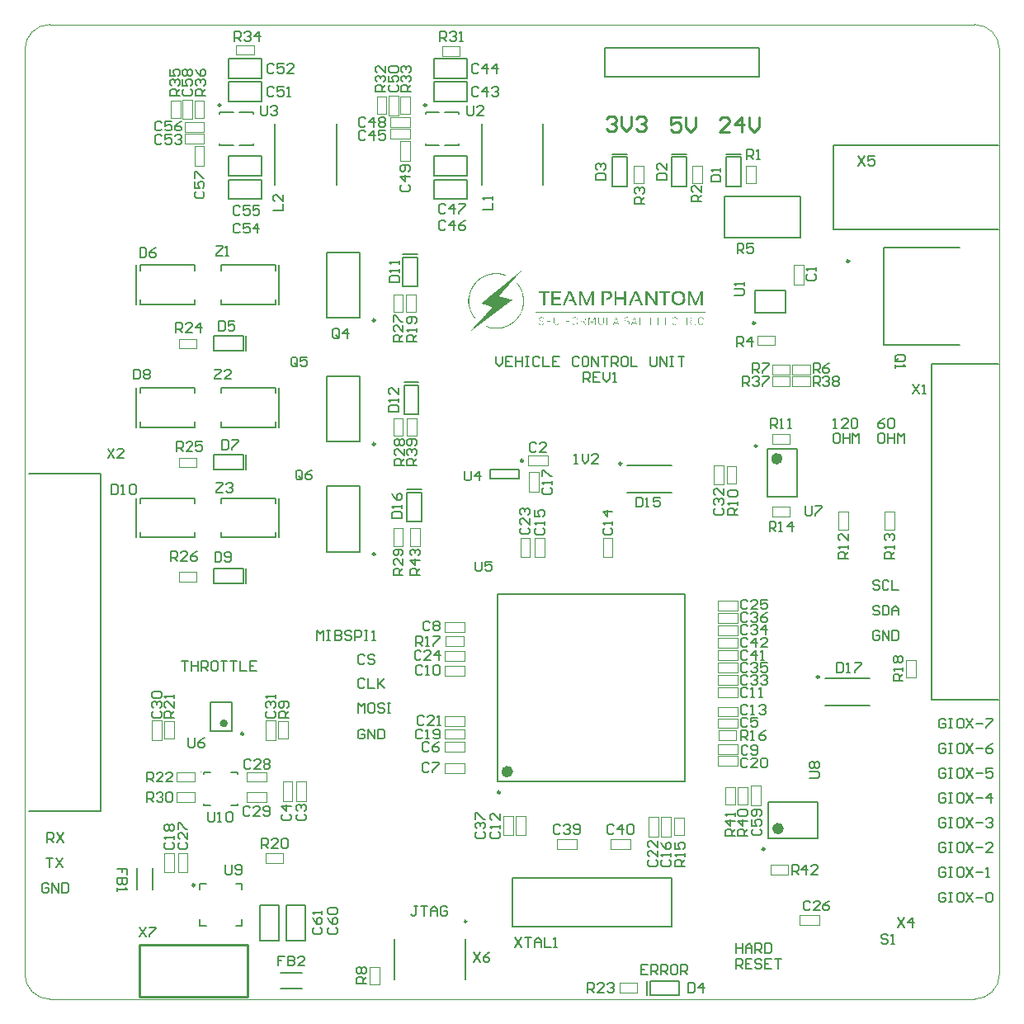
<source format=gto>
G04 Layer_Color=65535*
%FSLAX25Y25*%
%MOIN*%
G70*
G01*
G75*
%ADD10C,0.00787*%
%ADD54C,0.01000*%
%ADD57C,0.02362*%
%ADD58C,0.01575*%
%ADD59C,0.00394*%
%ADD68C,0.00984*%
%ADD69C,0.00197*%
%ADD70C,0.00591*%
G36*
X440153Y767465D02*
Y767415D01*
X440103D01*
Y767365D01*
Y767315D01*
Y767265D01*
Y767215D01*
Y767166D01*
Y767116D01*
Y767066D01*
Y767016D01*
Y766966D01*
Y766916D01*
Y766866D01*
Y766817D01*
Y766767D01*
Y766717D01*
Y766667D01*
Y766617D01*
Y766567D01*
Y766517D01*
Y766468D01*
Y766418D01*
Y766368D01*
Y766318D01*
Y766268D01*
Y766218D01*
Y766168D01*
Y766118D01*
Y766069D01*
Y766019D01*
Y765969D01*
Y765919D01*
Y765869D01*
Y765819D01*
Y765769D01*
Y765720D01*
Y765670D01*
Y765620D01*
Y765570D01*
Y765520D01*
Y765470D01*
Y765420D01*
Y765370D01*
X440153D01*
Y765321D01*
Y765271D01*
Y765221D01*
X440003D01*
Y765171D01*
Y765121D01*
Y765071D01*
Y765021D01*
X440053D01*
Y764971D01*
Y764922D01*
X439953D01*
Y764872D01*
Y764822D01*
X439853D01*
Y764772D01*
Y764722D01*
X439754D01*
Y764672D01*
Y764622D01*
X439654D01*
Y764573D01*
X439604D01*
Y764523D01*
X439355D01*
Y764473D01*
X439305D01*
Y764423D01*
X438856D01*
Y764473D01*
X438756D01*
Y764523D01*
X438557D01*
Y764573D01*
Y764622D01*
X438357D01*
Y764672D01*
X438308D01*
Y764722D01*
X438258D01*
Y764772D01*
X438208D01*
Y764822D01*
X438158D01*
Y764872D01*
Y764922D01*
Y764971D01*
Y765021D01*
X438058D01*
Y765071D01*
Y765121D01*
Y765171D01*
Y765221D01*
Y765271D01*
Y765321D01*
Y765370D01*
Y765420D01*
Y765470D01*
Y765520D01*
Y765570D01*
Y765620D01*
Y765670D01*
Y765720D01*
Y765769D01*
Y765819D01*
Y765869D01*
Y765919D01*
Y765969D01*
Y766019D01*
Y766069D01*
Y766118D01*
Y766168D01*
Y766218D01*
Y766268D01*
Y766318D01*
Y766368D01*
Y766418D01*
Y766468D01*
Y766517D01*
Y766567D01*
Y766617D01*
Y766667D01*
Y766717D01*
Y766767D01*
Y766817D01*
Y766866D01*
Y766916D01*
Y766966D01*
Y767016D01*
Y767066D01*
Y767116D01*
Y767166D01*
Y767215D01*
Y767265D01*
Y767315D01*
Y767365D01*
Y767415D01*
Y767465D01*
Y767515D01*
X438258D01*
Y767465D01*
Y767415D01*
Y767365D01*
Y767315D01*
Y767265D01*
Y767215D01*
Y767166D01*
Y767116D01*
Y767066D01*
Y767016D01*
Y766966D01*
Y766916D01*
Y766866D01*
Y766817D01*
Y766767D01*
Y766717D01*
Y766667D01*
Y766617D01*
Y766567D01*
Y766517D01*
Y766468D01*
Y766418D01*
Y766368D01*
Y766318D01*
Y766268D01*
Y766218D01*
Y766168D01*
Y766118D01*
Y766069D01*
Y766019D01*
Y765969D01*
Y765919D01*
Y765869D01*
Y765819D01*
Y765769D01*
Y765720D01*
Y765670D01*
Y765620D01*
Y765570D01*
Y765520D01*
Y765470D01*
Y765420D01*
Y765370D01*
Y765321D01*
Y765271D01*
Y765221D01*
Y765171D01*
Y765121D01*
Y765071D01*
Y765021D01*
X438357D01*
Y764971D01*
Y764922D01*
X438457D01*
Y764872D01*
Y764822D01*
X438557D01*
Y764772D01*
Y764722D01*
X438607D01*
Y764672D01*
X438706D01*
Y764622D01*
X438756D01*
Y764573D01*
X439355D01*
Y764622D01*
X439405D01*
Y764672D01*
X439554D01*
Y764722D01*
X439604D01*
Y764772D01*
X439654D01*
Y764822D01*
X439704D01*
Y764872D01*
X439754D01*
Y764922D01*
X439853D01*
Y764971D01*
Y765021D01*
X439804D01*
Y765071D01*
X439853D01*
Y765121D01*
X439953D01*
Y765171D01*
Y765221D01*
Y765271D01*
Y765321D01*
Y765370D01*
Y765420D01*
Y765470D01*
Y765520D01*
Y765570D01*
Y765620D01*
Y765670D01*
Y765720D01*
Y765769D01*
Y765819D01*
Y765869D01*
Y765919D01*
Y765969D01*
Y766019D01*
Y766069D01*
Y766118D01*
Y766168D01*
Y766218D01*
Y766268D01*
Y766318D01*
Y766368D01*
Y766418D01*
Y766468D01*
Y766517D01*
Y766567D01*
Y766617D01*
Y766667D01*
Y766717D01*
Y766767D01*
Y766817D01*
Y766866D01*
Y766916D01*
Y766966D01*
Y767016D01*
Y767066D01*
Y767116D01*
Y767166D01*
Y767215D01*
Y767265D01*
Y767315D01*
Y767365D01*
Y767415D01*
Y767465D01*
X439903D01*
Y767515D01*
X440153D01*
Y767465D01*
D02*
G37*
G36*
X436762D02*
Y767415D01*
Y767365D01*
Y767315D01*
Y767265D01*
Y767215D01*
Y767166D01*
Y767116D01*
Y767066D01*
Y767016D01*
Y766966D01*
Y766916D01*
Y766866D01*
Y766817D01*
Y766767D01*
Y766717D01*
Y766667D01*
Y766617D01*
Y766567D01*
Y766517D01*
Y766468D01*
Y766418D01*
Y766368D01*
Y766318D01*
Y766268D01*
Y766218D01*
Y766168D01*
Y766118D01*
Y766069D01*
Y766019D01*
Y765969D01*
Y765919D01*
Y765869D01*
Y765819D01*
Y765769D01*
Y765720D01*
Y765670D01*
Y765620D01*
Y765570D01*
Y765520D01*
Y765470D01*
Y765420D01*
Y765370D01*
Y765321D01*
Y765271D01*
Y765221D01*
Y765171D01*
Y765121D01*
Y765071D01*
Y765021D01*
Y764971D01*
Y764922D01*
Y764872D01*
Y764822D01*
Y764772D01*
Y764722D01*
Y764672D01*
Y764622D01*
Y764573D01*
Y764523D01*
X436562D01*
Y764573D01*
Y764622D01*
Y764672D01*
Y764722D01*
Y764772D01*
Y764822D01*
Y764872D01*
Y764922D01*
Y764971D01*
Y765021D01*
Y765071D01*
Y765121D01*
Y765171D01*
Y765221D01*
Y765271D01*
Y765321D01*
Y765370D01*
Y765420D01*
Y765470D01*
Y765520D01*
Y765570D01*
Y765620D01*
Y765670D01*
Y765720D01*
Y765769D01*
Y765819D01*
Y765869D01*
Y765919D01*
Y765969D01*
Y766019D01*
Y766069D01*
Y766118D01*
Y766168D01*
Y766218D01*
Y766268D01*
Y766318D01*
Y766368D01*
Y766418D01*
Y766468D01*
Y766517D01*
Y766567D01*
Y766617D01*
Y766667D01*
Y766717D01*
Y766767D01*
Y766817D01*
X436263D01*
Y766767D01*
Y766717D01*
Y766667D01*
Y766617D01*
Y766567D01*
Y766517D01*
X436163D01*
Y766468D01*
Y766418D01*
Y766368D01*
Y766318D01*
Y766268D01*
X436014D01*
Y766218D01*
Y766168D01*
X436064D01*
Y766118D01*
Y766069D01*
X435914D01*
Y766019D01*
Y765969D01*
Y765919D01*
X435964D01*
Y765869D01*
X435814D01*
Y765819D01*
Y765769D01*
Y765720D01*
Y765670D01*
Y765620D01*
Y765570D01*
X435714D01*
Y765520D01*
Y765470D01*
Y765420D01*
Y765370D01*
X435665D01*
Y765321D01*
X435615D01*
Y765271D01*
Y765221D01*
Y765171D01*
Y765121D01*
X435515D01*
Y765071D01*
Y765021D01*
X435316D01*
Y765071D01*
Y765121D01*
X435216D01*
Y765171D01*
Y765221D01*
Y765271D01*
Y765321D01*
X435166D01*
Y765370D01*
X435116D01*
Y765420D01*
Y765470D01*
Y765520D01*
Y765570D01*
X435016D01*
Y765620D01*
Y765670D01*
Y765720D01*
Y765769D01*
X434917D01*
Y765819D01*
Y765869D01*
Y765919D01*
Y765969D01*
X434767D01*
Y766019D01*
Y766069D01*
X434817D01*
Y766118D01*
Y766168D01*
Y766218D01*
Y766268D01*
X434717D01*
Y766318D01*
X434667D01*
Y766368D01*
Y766418D01*
X434717D01*
Y766468D01*
X434667D01*
Y766517D01*
X434568D01*
Y766567D01*
Y766617D01*
Y766667D01*
Y766717D01*
X434468D01*
Y766767D01*
Y766817D01*
X434268D01*
Y766767D01*
Y766717D01*
Y766667D01*
Y766617D01*
Y766567D01*
Y766517D01*
Y766468D01*
Y766418D01*
Y766368D01*
Y766318D01*
Y766268D01*
Y766218D01*
Y766168D01*
Y766118D01*
Y766069D01*
Y766019D01*
Y765969D01*
Y765919D01*
Y765869D01*
Y765819D01*
Y765769D01*
Y765720D01*
Y765670D01*
Y765620D01*
Y765570D01*
Y765520D01*
Y765470D01*
Y765420D01*
Y765370D01*
Y765321D01*
Y765271D01*
Y765221D01*
Y765171D01*
Y765121D01*
Y765071D01*
Y765021D01*
Y764971D01*
Y764922D01*
Y764872D01*
Y764822D01*
Y764772D01*
Y764722D01*
Y764672D01*
Y764622D01*
Y764573D01*
Y764523D01*
X434069D01*
Y764573D01*
Y764622D01*
Y764672D01*
Y764722D01*
Y764772D01*
Y764822D01*
Y764872D01*
Y764922D01*
Y764971D01*
Y765021D01*
Y765071D01*
Y765121D01*
Y765171D01*
Y765221D01*
Y765271D01*
Y765321D01*
Y765370D01*
Y765420D01*
Y765470D01*
Y765520D01*
Y765570D01*
Y765620D01*
Y765670D01*
Y765720D01*
Y765769D01*
Y765819D01*
Y765869D01*
Y765919D01*
Y765969D01*
Y766019D01*
Y766069D01*
Y766118D01*
Y766168D01*
Y766218D01*
Y766268D01*
Y766318D01*
Y766368D01*
Y766418D01*
Y766468D01*
Y766517D01*
Y766567D01*
Y766617D01*
Y766667D01*
Y766717D01*
Y766767D01*
Y766817D01*
Y766866D01*
Y766916D01*
Y766966D01*
Y767016D01*
Y767066D01*
Y767116D01*
Y767166D01*
Y767215D01*
Y767265D01*
Y767315D01*
Y767365D01*
Y767415D01*
Y767465D01*
Y767515D01*
X434368D01*
Y767465D01*
Y767415D01*
Y767365D01*
Y767315D01*
X434468D01*
Y767265D01*
Y767215D01*
Y767166D01*
Y767116D01*
X434568D01*
Y767066D01*
Y767016D01*
Y766966D01*
Y766916D01*
Y766866D01*
Y766817D01*
X434667D01*
Y766767D01*
Y766717D01*
Y766667D01*
Y766617D01*
Y766567D01*
X434767D01*
Y766517D01*
Y766468D01*
Y766418D01*
Y766368D01*
X434867D01*
Y766318D01*
Y766268D01*
Y766218D01*
Y766168D01*
X435016D01*
Y766118D01*
Y766069D01*
X434967D01*
Y766019D01*
Y765969D01*
X435116D01*
Y765919D01*
Y765869D01*
Y765819D01*
X435066D01*
Y765769D01*
X435116D01*
Y765720D01*
X435216D01*
Y765670D01*
Y765620D01*
Y765570D01*
Y765520D01*
Y765470D01*
Y765420D01*
X435316D01*
Y765370D01*
Y765321D01*
X435515D01*
Y765370D01*
Y765420D01*
Y765470D01*
Y765520D01*
X435615D01*
Y765570D01*
Y765620D01*
Y765670D01*
Y765720D01*
X435714D01*
Y765769D01*
X435764D01*
Y765819D01*
Y765869D01*
X435714D01*
Y765919D01*
Y765969D01*
X435864D01*
Y766019D01*
Y766069D01*
X435814D01*
Y766118D01*
X435864D01*
Y766168D01*
X435964D01*
Y766218D01*
Y766268D01*
Y766318D01*
Y766368D01*
Y766418D01*
Y766468D01*
X436064D01*
Y766517D01*
Y766567D01*
Y766617D01*
Y766667D01*
X436163D01*
Y766717D01*
Y766767D01*
Y766817D01*
Y766866D01*
Y766916D01*
X436263D01*
Y766966D01*
Y767016D01*
Y767066D01*
Y767116D01*
X436363D01*
Y767166D01*
Y767215D01*
Y767265D01*
Y767315D01*
Y767365D01*
Y767415D01*
X436462D01*
Y767465D01*
Y767515D01*
X436762D01*
Y767465D01*
D02*
G37*
G36*
X422101D02*
Y767415D01*
X422051D01*
Y767365D01*
Y767315D01*
Y767265D01*
Y767215D01*
Y767166D01*
Y767116D01*
Y767066D01*
Y767016D01*
Y766966D01*
Y766916D01*
Y766866D01*
Y766817D01*
Y766767D01*
Y766717D01*
Y766667D01*
Y766617D01*
Y766567D01*
Y766517D01*
Y766468D01*
Y766418D01*
Y766368D01*
Y766318D01*
Y766268D01*
Y766218D01*
Y766168D01*
Y766118D01*
Y766069D01*
Y766019D01*
Y765969D01*
Y765919D01*
Y765869D01*
Y765819D01*
Y765769D01*
Y765720D01*
Y765670D01*
Y765620D01*
Y765570D01*
Y765520D01*
Y765470D01*
Y765420D01*
Y765370D01*
Y765321D01*
Y765271D01*
Y765221D01*
X422101D01*
Y765171D01*
Y765121D01*
X421951D01*
Y765071D01*
Y765021D01*
X422001D01*
Y764971D01*
Y764922D01*
X421852D01*
Y764872D01*
Y764822D01*
Y764772D01*
Y764722D01*
X421702D01*
Y764672D01*
X421652D01*
Y764622D01*
X421602D01*
Y764573D01*
X421553D01*
Y764523D01*
X421303D01*
Y764473D01*
X421253D01*
Y764423D01*
X420805D01*
Y764473D01*
X420755D01*
Y764523D01*
X420505D01*
Y764573D01*
Y764622D01*
X420406D01*
Y764672D01*
X420356D01*
Y764722D01*
X420306D01*
Y764772D01*
X420256D01*
Y764822D01*
X420206D01*
Y764872D01*
X420156D01*
Y764922D01*
X420106D01*
Y764971D01*
Y765021D01*
Y765071D01*
Y765121D01*
X420007D01*
Y765171D01*
Y765221D01*
Y765271D01*
Y765321D01*
Y765370D01*
Y765420D01*
Y765470D01*
Y765520D01*
Y765570D01*
Y765620D01*
Y765670D01*
Y765720D01*
Y765769D01*
Y765819D01*
Y765869D01*
Y765919D01*
Y765969D01*
Y766019D01*
Y766069D01*
Y766118D01*
Y766168D01*
Y766218D01*
Y766268D01*
Y766318D01*
Y766368D01*
Y766418D01*
Y766468D01*
Y766517D01*
Y766567D01*
Y766617D01*
Y766667D01*
Y766717D01*
Y766767D01*
Y766817D01*
Y766866D01*
Y766916D01*
Y766966D01*
Y767016D01*
Y767066D01*
Y767116D01*
Y767166D01*
Y767215D01*
Y767265D01*
Y767315D01*
Y767365D01*
Y767415D01*
Y767465D01*
Y767515D01*
X420206D01*
Y767465D01*
Y767415D01*
Y767365D01*
Y767315D01*
Y767265D01*
Y767215D01*
Y767166D01*
Y767116D01*
Y767066D01*
Y767016D01*
Y766966D01*
Y766916D01*
Y766866D01*
Y766817D01*
Y766767D01*
Y766717D01*
Y766667D01*
Y766617D01*
Y766567D01*
Y766517D01*
Y766468D01*
Y766418D01*
Y766368D01*
Y766318D01*
Y766268D01*
Y766218D01*
Y766168D01*
Y766118D01*
Y766069D01*
Y766019D01*
Y765969D01*
Y765919D01*
Y765869D01*
Y765819D01*
Y765769D01*
Y765720D01*
Y765670D01*
Y765620D01*
Y765570D01*
Y765520D01*
Y765470D01*
Y765420D01*
Y765370D01*
Y765321D01*
Y765271D01*
Y765221D01*
Y765171D01*
Y765121D01*
X420306D01*
Y765071D01*
Y765021D01*
Y764971D01*
Y764922D01*
X420406D01*
Y764872D01*
Y764822D01*
X420505D01*
Y764772D01*
Y764722D01*
X420555D01*
Y764672D01*
X420755D01*
Y764622D01*
Y764573D01*
X421303D01*
Y764622D01*
X421353D01*
Y764672D01*
X421503D01*
Y764722D01*
X421553D01*
Y764772D01*
X421602D01*
Y764822D01*
X421652D01*
Y764872D01*
Y764922D01*
X421752D01*
Y764971D01*
Y765021D01*
X421902D01*
Y765071D01*
Y765121D01*
Y765171D01*
Y765221D01*
Y765271D01*
Y765321D01*
Y765370D01*
Y765420D01*
Y765470D01*
Y765520D01*
Y765570D01*
Y765620D01*
Y765670D01*
Y765720D01*
Y765769D01*
Y765819D01*
Y765869D01*
Y765919D01*
Y765969D01*
Y766019D01*
Y766069D01*
Y766118D01*
Y766168D01*
Y766218D01*
Y766268D01*
Y766318D01*
Y766368D01*
Y766418D01*
Y766468D01*
Y766517D01*
Y766567D01*
Y766617D01*
Y766667D01*
Y766717D01*
Y766767D01*
Y766817D01*
Y766866D01*
Y766916D01*
Y766966D01*
Y767016D01*
Y767066D01*
Y767116D01*
Y767166D01*
Y767215D01*
Y767265D01*
Y767315D01*
Y767365D01*
Y767415D01*
Y767465D01*
X421852D01*
Y767515D01*
X422101D01*
Y767465D01*
D02*
G37*
G36*
X432374D02*
X432423D01*
Y767415D01*
X432573D01*
Y767365D01*
X432623D01*
Y767315D01*
X432673D01*
Y767265D01*
X432723D01*
Y767215D01*
X432772D01*
Y767166D01*
Y767116D01*
Y767066D01*
Y767016D01*
X432872D01*
Y766966D01*
Y766916D01*
Y766866D01*
Y766817D01*
Y766767D01*
Y766717D01*
Y766667D01*
Y766617D01*
Y766567D01*
X432922D01*
Y766517D01*
X432772D01*
Y766468D01*
Y766418D01*
Y766368D01*
Y766318D01*
Y766268D01*
X432723D01*
Y766218D01*
X432673D01*
Y766168D01*
X432623D01*
Y766118D01*
X432573D01*
Y766069D01*
X432374D01*
Y766019D01*
Y765969D01*
X432274D01*
Y765919D01*
Y765869D01*
Y765819D01*
Y765769D01*
Y765720D01*
Y765670D01*
Y765620D01*
Y765570D01*
Y765520D01*
X432374D01*
Y765470D01*
Y765420D01*
Y765370D01*
Y765321D01*
X432473D01*
Y765271D01*
Y765221D01*
Y765171D01*
Y765121D01*
X432573D01*
Y765071D01*
Y765021D01*
Y764971D01*
Y764922D01*
X432673D01*
Y764872D01*
Y764822D01*
Y764772D01*
Y764722D01*
Y764672D01*
X432772D01*
Y764622D01*
Y764573D01*
X432822D01*
Y764523D01*
X432573D01*
Y764573D01*
Y764622D01*
Y764672D01*
Y764722D01*
X432473D01*
Y764772D01*
Y764822D01*
Y764872D01*
Y764922D01*
X432374D01*
Y764971D01*
Y765021D01*
Y765071D01*
Y765121D01*
X432274D01*
Y765171D01*
Y765221D01*
Y765271D01*
Y765321D01*
X432224D01*
Y765370D01*
X432174D01*
Y765420D01*
Y765470D01*
Y765520D01*
Y765570D01*
X432074D01*
Y765620D01*
Y765670D01*
Y765720D01*
Y765769D01*
X431925D01*
Y765819D01*
Y765869D01*
X431825D01*
Y765919D01*
Y765969D01*
X431127D01*
Y765919D01*
Y765869D01*
X430977D01*
Y765819D01*
Y765769D01*
Y765720D01*
Y765670D01*
Y765620D01*
Y765570D01*
Y765520D01*
Y765470D01*
Y765420D01*
Y765370D01*
Y765321D01*
Y765271D01*
Y765221D01*
Y765171D01*
Y765121D01*
Y765071D01*
Y765021D01*
Y764971D01*
Y764922D01*
Y764872D01*
Y764822D01*
Y764772D01*
Y764722D01*
Y764672D01*
Y764622D01*
Y764573D01*
X431027D01*
Y764523D01*
X430778D01*
Y764573D01*
X430828D01*
Y764622D01*
Y764672D01*
Y764722D01*
Y764772D01*
Y764822D01*
Y764872D01*
Y764922D01*
Y764971D01*
Y765021D01*
Y765071D01*
Y765121D01*
Y765171D01*
Y765221D01*
Y765271D01*
Y765321D01*
Y765370D01*
Y765420D01*
Y765470D01*
Y765520D01*
Y765570D01*
Y765620D01*
Y765670D01*
Y765720D01*
Y765769D01*
Y765819D01*
Y765869D01*
Y765919D01*
Y765969D01*
Y766019D01*
Y766069D01*
Y766118D01*
Y766168D01*
Y766218D01*
Y766268D01*
Y766318D01*
Y766368D01*
Y766418D01*
Y766468D01*
Y766517D01*
Y766567D01*
Y766617D01*
Y766667D01*
Y766717D01*
Y766767D01*
Y766817D01*
Y766866D01*
Y766916D01*
Y766966D01*
Y767016D01*
Y767066D01*
Y767116D01*
Y767166D01*
Y767215D01*
Y767265D01*
Y767315D01*
Y767365D01*
Y767415D01*
Y767465D01*
X430778D01*
Y767515D01*
X432374D01*
Y767465D01*
D02*
G37*
G36*
X426739D02*
X425143D01*
Y767415D01*
X424993D01*
Y767365D01*
Y767315D01*
Y767265D01*
Y767215D01*
Y767166D01*
Y767116D01*
Y767066D01*
Y767016D01*
Y766966D01*
Y766916D01*
Y766866D01*
Y766817D01*
Y766767D01*
Y766717D01*
Y766667D01*
Y766617D01*
Y766567D01*
Y766517D01*
Y766468D01*
Y766418D01*
Y766368D01*
Y766318D01*
Y766268D01*
Y766218D01*
Y766168D01*
Y766118D01*
Y766069D01*
X426390D01*
Y766019D01*
Y765969D01*
Y765919D01*
Y765869D01*
X424993D01*
Y765819D01*
Y765769D01*
Y765720D01*
Y765670D01*
Y765620D01*
Y765570D01*
Y765520D01*
Y765470D01*
Y765420D01*
Y765370D01*
Y765321D01*
Y765271D01*
Y765221D01*
Y765171D01*
Y765121D01*
Y765071D01*
Y765021D01*
Y764971D01*
Y764922D01*
Y764872D01*
Y764822D01*
Y764772D01*
Y764722D01*
Y764672D01*
Y764622D01*
Y764573D01*
X425043D01*
Y764523D01*
X424794D01*
Y764573D01*
X424844D01*
Y764622D01*
Y764672D01*
Y764722D01*
Y764772D01*
Y764822D01*
Y764872D01*
Y764922D01*
Y764971D01*
Y765021D01*
Y765071D01*
Y765121D01*
Y765171D01*
Y765221D01*
Y765271D01*
Y765321D01*
Y765370D01*
Y765420D01*
Y765470D01*
Y765520D01*
Y765570D01*
Y765620D01*
Y765670D01*
Y765720D01*
Y765769D01*
Y765819D01*
Y765869D01*
Y765919D01*
Y765969D01*
Y766019D01*
Y766069D01*
Y766118D01*
Y766168D01*
Y766218D01*
Y766268D01*
Y766318D01*
Y766368D01*
Y766418D01*
Y766468D01*
Y766517D01*
Y766567D01*
Y766617D01*
Y766667D01*
Y766717D01*
Y766767D01*
Y766817D01*
Y766866D01*
Y766916D01*
Y766966D01*
Y767016D01*
Y767066D01*
Y767116D01*
Y767166D01*
Y767215D01*
Y767265D01*
Y767315D01*
Y767365D01*
Y767415D01*
Y767465D01*
X424794D01*
Y767515D01*
X426739D01*
Y767465D01*
D02*
G37*
G36*
X405197Y781427D02*
X405246D01*
Y781377D01*
X405296D01*
Y781327D01*
Y781278D01*
X405396D01*
Y781228D01*
X405446D01*
Y781178D01*
X405496D01*
Y781128D01*
X405546D01*
Y781078D01*
X405595D01*
Y781028D01*
Y780978D01*
Y780929D01*
Y780879D01*
X405695D01*
Y780829D01*
X405745D01*
Y780779D01*
X405795D01*
Y780729D01*
X405845D01*
Y780679D01*
X405895D01*
Y780629D01*
X405944D01*
Y780580D01*
X405895D01*
Y780530D01*
Y780480D01*
X405944D01*
Y780430D01*
X406044D01*
Y780380D01*
Y780330D01*
X406144D01*
Y780280D01*
Y780231D01*
X406094D01*
Y780181D01*
X406144D01*
Y780131D01*
X406244D01*
Y780081D01*
Y780031D01*
Y779981D01*
Y779931D01*
X406343D01*
Y779881D01*
Y779832D01*
X406443D01*
Y779782D01*
Y779732D01*
Y779682D01*
Y779632D01*
X406543D01*
Y779582D01*
Y779532D01*
Y779483D01*
Y779433D01*
Y779383D01*
X406643D01*
Y779333D01*
Y779283D01*
Y779233D01*
Y779183D01*
X406742D01*
Y779134D01*
Y779084D01*
Y779034D01*
Y778984D01*
X406842D01*
Y778934D01*
Y778884D01*
Y778834D01*
Y778784D01*
X406942D01*
Y778734D01*
X406992D01*
Y778685D01*
X406942D01*
Y778635D01*
Y778585D01*
X406992D01*
Y778535D01*
X407091D01*
Y778485D01*
Y778435D01*
X407042D01*
Y778385D01*
X407091D01*
Y778336D01*
X407191D01*
Y778286D01*
Y778236D01*
Y778186D01*
Y778136D01*
Y778086D01*
Y778036D01*
X407291D01*
Y777986D01*
Y777937D01*
Y777887D01*
Y777837D01*
Y777787D01*
Y777737D01*
X407391D01*
Y777687D01*
Y777637D01*
Y777588D01*
Y777538D01*
Y777488D01*
Y777438D01*
Y777388D01*
X407490D01*
Y777338D01*
Y777288D01*
Y777239D01*
Y777189D01*
Y777139D01*
Y777089D01*
X407590D01*
Y777039D01*
Y776989D01*
Y776939D01*
Y776890D01*
Y776840D01*
Y776790D01*
Y776740D01*
Y776690D01*
X407690D01*
Y776640D01*
Y776590D01*
Y776540D01*
Y776490D01*
Y776441D01*
Y776391D01*
Y776341D01*
Y776291D01*
Y776241D01*
Y776191D01*
Y776142D01*
X407790D01*
Y776092D01*
Y776042D01*
Y775992D01*
Y775942D01*
Y775892D01*
Y775842D01*
Y775792D01*
Y775743D01*
Y775693D01*
Y775643D01*
Y775593D01*
Y775543D01*
Y775493D01*
Y775443D01*
Y775393D01*
X407939D01*
Y775344D01*
X407889D01*
Y775294D01*
Y775244D01*
Y775194D01*
Y775144D01*
Y775094D01*
Y775044D01*
Y774995D01*
Y774945D01*
Y774895D01*
Y774845D01*
Y774795D01*
Y774745D01*
Y774695D01*
Y774646D01*
Y774596D01*
Y774546D01*
Y774496D01*
Y774446D01*
Y774396D01*
Y774346D01*
Y774297D01*
Y774247D01*
Y774197D01*
Y774147D01*
Y774097D01*
Y774047D01*
Y773997D01*
Y773947D01*
Y773898D01*
Y773848D01*
Y773798D01*
Y773748D01*
Y773698D01*
Y773648D01*
Y773598D01*
Y773549D01*
Y773499D01*
Y773449D01*
Y773399D01*
Y773349D01*
Y773299D01*
Y773249D01*
Y773199D01*
Y773149D01*
Y773100D01*
Y773050D01*
Y773000D01*
Y772950D01*
Y772900D01*
X407790D01*
Y772850D01*
Y772800D01*
Y772751D01*
Y772701D01*
Y772651D01*
Y772601D01*
Y772551D01*
Y772501D01*
Y772451D01*
Y772402D01*
Y772352D01*
Y772302D01*
Y772252D01*
Y772202D01*
Y772152D01*
X407690D01*
Y772102D01*
Y772052D01*
Y772003D01*
Y771953D01*
Y771903D01*
Y771853D01*
Y771803D01*
Y771753D01*
Y771703D01*
Y771654D01*
X407590D01*
Y771604D01*
Y771554D01*
Y771504D01*
Y771454D01*
Y771404D01*
Y771354D01*
Y771305D01*
Y771255D01*
Y771205D01*
X407490D01*
Y771155D01*
Y771105D01*
Y771055D01*
Y771005D01*
Y770955D01*
Y770906D01*
X407391D01*
Y770856D01*
Y770806D01*
Y770756D01*
Y770706D01*
Y770656D01*
Y770606D01*
X407291D01*
Y770556D01*
Y770507D01*
Y770457D01*
Y770407D01*
Y770357D01*
Y770307D01*
X407191D01*
Y770257D01*
Y770207D01*
Y770158D01*
Y770108D01*
Y770058D01*
Y770008D01*
Y769958D01*
X407042D01*
Y769908D01*
Y769858D01*
X407091D01*
Y769808D01*
Y769759D01*
X406942D01*
Y769709D01*
Y769659D01*
Y769609D01*
X406992D01*
Y769559D01*
X406842D01*
Y769509D01*
Y769459D01*
Y769410D01*
Y769360D01*
X406792D01*
Y769310D01*
X406742D01*
Y769260D01*
Y769210D01*
Y769160D01*
Y769110D01*
X406643D01*
Y769061D01*
Y769011D01*
Y768961D01*
Y768911D01*
X406543D01*
Y768861D01*
Y768811D01*
Y768761D01*
Y768712D01*
X406443D01*
Y768662D01*
Y768612D01*
Y768562D01*
Y768512D01*
X406343D01*
Y768462D01*
Y768412D01*
Y768362D01*
Y768313D01*
Y768263D01*
X406244D01*
Y768213D01*
Y768163D01*
X406144D01*
Y768113D01*
Y768063D01*
Y768013D01*
Y767964D01*
X406044D01*
Y767914D01*
Y767864D01*
X405895D01*
Y767814D01*
Y767764D01*
Y767714D01*
X405944D01*
Y767664D01*
X405845D01*
Y767614D01*
Y767564D01*
X405745D01*
Y767515D01*
Y767465D01*
X405595D01*
Y767415D01*
Y767365D01*
Y767315D01*
Y767265D01*
Y767215D01*
X405496D01*
Y767166D01*
Y767116D01*
X405396D01*
Y767066D01*
Y767016D01*
X405296D01*
Y766966D01*
Y766916D01*
X405197D01*
Y766866D01*
Y766817D01*
X405047D01*
Y766767D01*
Y766717D01*
X405097D01*
Y766667D01*
Y766617D01*
X404997D01*
Y766567D01*
Y766517D01*
X404897D01*
Y766468D01*
Y766418D01*
X404798D01*
Y766368D01*
Y766318D01*
X404748D01*
Y766268D01*
X404698D01*
Y766218D01*
X404648D01*
Y766168D01*
X404598D01*
Y766118D01*
X404548D01*
Y766069D01*
X404449D01*
Y766019D01*
Y765969D01*
X404349D01*
Y765919D01*
Y765869D01*
X404249D01*
Y765819D01*
Y765769D01*
X404050D01*
Y765720D01*
Y765670D01*
X403950D01*
Y765620D01*
Y765570D01*
X403850D01*
Y765520D01*
Y765470D01*
X403750D01*
Y765420D01*
Y765370D01*
X403701D01*
Y765321D01*
X403651D01*
Y765271D01*
X403601D01*
Y765221D01*
X403401D01*
Y765171D01*
Y765121D01*
X403302D01*
Y765071D01*
Y765021D01*
X403202D01*
Y764971D01*
Y764922D01*
X403002D01*
Y764872D01*
Y764822D01*
X402903D01*
Y764772D01*
Y764722D01*
X402703D01*
Y764672D01*
X402653D01*
Y764622D01*
X402504D01*
Y764573D01*
X402454D01*
Y764523D01*
X402404D01*
Y764473D01*
X402354D01*
Y764423D01*
X402205D01*
Y764373D01*
X402155D01*
Y764323D01*
Y764273D01*
X401955D01*
Y764223D01*
X401905D01*
Y764174D01*
X401756D01*
Y764124D01*
X401706D01*
Y764074D01*
X401506D01*
Y764024D01*
Y763974D01*
X401307D01*
Y763924D01*
Y763874D01*
X401108D01*
Y763825D01*
Y763775D01*
X400808D01*
Y763725D01*
Y763675D01*
X400509D01*
Y763625D01*
X400459D01*
Y763575D01*
X400310D01*
Y763525D01*
X400260D01*
Y763476D01*
X399861D01*
Y763426D01*
Y763376D01*
X399811D01*
Y763326D01*
X399512D01*
Y763276D01*
Y763226D01*
X399113D01*
Y763176D01*
Y763127D01*
X398465D01*
Y763077D01*
Y763027D01*
X397667D01*
Y762977D01*
X397617D01*
Y762927D01*
X395722D01*
Y762977D01*
Y763027D01*
X394874D01*
Y763077D01*
Y763127D01*
X394376D01*
Y763176D01*
Y763226D01*
X393877D01*
Y763276D01*
X393827D01*
Y763326D01*
X393528D01*
Y763376D01*
Y763426D01*
X393478D01*
Y763476D01*
X393229D01*
Y763525D01*
X393179D01*
Y763575D01*
X392880D01*
Y763625D01*
Y763675D01*
X392580D01*
Y763725D01*
Y763775D01*
X392481D01*
Y763825D01*
Y763874D01*
Y763924D01*
Y763974D01*
X392580D01*
Y764024D01*
Y764074D01*
X392780D01*
Y764024D01*
X392830D01*
Y763974D01*
X393129D01*
Y763924D01*
Y763874D01*
X393428D01*
Y763825D01*
Y763775D01*
X393478D01*
Y763725D01*
X393777D01*
Y763675D01*
Y763625D01*
X394076D01*
Y763575D01*
Y763525D01*
X394575D01*
Y763476D01*
X394625D01*
Y763426D01*
X395223D01*
Y763376D01*
Y763326D01*
X398116D01*
Y763376D01*
X398165D01*
Y763426D01*
X398764D01*
Y763476D01*
Y763525D01*
X399262D01*
Y763575D01*
X399312D01*
Y763625D01*
X399711D01*
Y763675D01*
Y763725D01*
X400010D01*
Y763775D01*
Y763825D01*
X400060D01*
Y763874D01*
X400359D01*
Y763924D01*
Y763974D01*
X400659D01*
Y764024D01*
Y764074D01*
X400858D01*
Y764124D01*
Y764174D01*
X401157D01*
Y764223D01*
X401207D01*
Y764273D01*
X401407D01*
Y764323D01*
Y764373D01*
X401606D01*
Y764423D01*
Y764473D01*
X401806D01*
Y764523D01*
Y764573D01*
X402005D01*
Y764622D01*
Y764672D01*
X402105D01*
Y764722D01*
Y764772D01*
X402254D01*
Y764822D01*
X402354D01*
Y764872D01*
Y764922D01*
X402554D01*
Y764971D01*
Y765021D01*
X402653D01*
Y765071D01*
Y765121D01*
X402853D01*
Y765171D01*
Y765221D01*
X402953D01*
Y765271D01*
Y765321D01*
X403152D01*
Y765370D01*
X403202D01*
Y765420D01*
X403252D01*
Y765470D01*
X403302D01*
Y765520D01*
X403351D01*
Y765570D01*
X403401D01*
Y765620D01*
X403451D01*
Y765670D01*
X403501D01*
Y765720D01*
X403651D01*
Y765769D01*
X403701D01*
Y765819D01*
X403750D01*
Y765869D01*
X403800D01*
Y765919D01*
X403850D01*
Y765969D01*
X403900D01*
Y766019D01*
X403950D01*
Y766069D01*
X404000D01*
Y766118D01*
X404050D01*
Y766168D01*
X404100D01*
Y766218D01*
X404149D01*
Y766268D01*
X404199D01*
Y766318D01*
X404249D01*
Y766368D01*
X404299D01*
Y766418D01*
X404349D01*
Y766468D01*
X404449D01*
Y766517D01*
Y766567D01*
X404498D01*
Y766617D01*
X404548D01*
Y766667D01*
X404598D01*
Y766717D01*
X404648D01*
Y766767D01*
X404698D01*
Y766817D01*
X404748D01*
Y766866D01*
X404798D01*
Y766916D01*
X404847D01*
Y766966D01*
X404897D01*
Y767016D01*
X404947D01*
Y767066D01*
X404997D01*
Y767116D01*
X405097D01*
Y767166D01*
Y767215D01*
Y767265D01*
Y767315D01*
X405147D01*
Y767365D01*
X405197D01*
Y767415D01*
X405246D01*
Y767465D01*
X405296D01*
Y767515D01*
X405346D01*
Y767564D01*
X405396D01*
Y767614D01*
X405496D01*
Y767664D01*
Y767714D01*
Y767764D01*
Y767814D01*
Y767864D01*
X405595D01*
Y767914D01*
Y767964D01*
X405745D01*
Y768013D01*
Y768063D01*
X405695D01*
Y768113D01*
Y768163D01*
X405795D01*
Y768213D01*
Y768263D01*
X405944D01*
Y768313D01*
Y768362D01*
Y768412D01*
Y768462D01*
X405994D01*
Y768512D01*
Y768562D01*
X406144D01*
Y768612D01*
Y768662D01*
Y768712D01*
Y768761D01*
Y768811D01*
X406244D01*
Y768861D01*
Y768911D01*
Y768961D01*
Y769011D01*
X406343D01*
Y769061D01*
Y769110D01*
Y769160D01*
Y769210D01*
X406443D01*
Y769260D01*
Y769310D01*
Y769360D01*
Y769410D01*
X406543D01*
Y769459D01*
Y769509D01*
Y769559D01*
Y769609D01*
X406643D01*
Y769659D01*
Y769709D01*
Y769759D01*
Y769808D01*
Y769858D01*
X406792D01*
Y769908D01*
Y769958D01*
Y770008D01*
Y770058D01*
X406742D01*
Y770108D01*
Y770158D01*
X406892D01*
Y770207D01*
Y770257D01*
Y770307D01*
X406842D01*
Y770357D01*
X406992D01*
Y770407D01*
Y770457D01*
Y770507D01*
Y770556D01*
Y770606D01*
Y770656D01*
X407042D01*
Y770706D01*
X407091D01*
Y770756D01*
Y770806D01*
Y770856D01*
Y770906D01*
Y770955D01*
Y771005D01*
X407191D01*
Y771055D01*
Y771105D01*
Y771155D01*
Y771205D01*
Y771255D01*
Y771305D01*
Y771354D01*
Y771404D01*
X407291D01*
Y771454D01*
Y771504D01*
Y771554D01*
Y771604D01*
Y771654D01*
Y771703D01*
Y771753D01*
Y771803D01*
Y771853D01*
X407391D01*
Y771903D01*
Y771953D01*
Y772003D01*
Y772052D01*
Y772102D01*
Y772152D01*
Y772202D01*
Y772252D01*
Y772302D01*
Y772352D01*
Y772402D01*
Y772451D01*
X407490D01*
Y772501D01*
Y772551D01*
Y772601D01*
Y772651D01*
Y772701D01*
Y772751D01*
Y772800D01*
Y772850D01*
Y772900D01*
Y772950D01*
Y773000D01*
Y773050D01*
Y773100D01*
Y773149D01*
Y773199D01*
Y773249D01*
Y773299D01*
Y773349D01*
Y773399D01*
Y773449D01*
Y773499D01*
X407590D01*
Y773549D01*
Y773598D01*
Y773648D01*
Y773698D01*
Y773748D01*
Y773798D01*
Y773848D01*
Y773898D01*
Y773947D01*
Y773997D01*
Y774047D01*
Y774097D01*
Y774147D01*
Y774197D01*
Y774247D01*
Y774297D01*
Y774346D01*
Y774396D01*
Y774446D01*
Y774496D01*
Y774546D01*
Y774596D01*
Y774646D01*
Y774695D01*
Y774745D01*
Y774795D01*
X407490D01*
Y774845D01*
Y774895D01*
Y774945D01*
Y774995D01*
Y775044D01*
Y775094D01*
Y775144D01*
Y775194D01*
Y775244D01*
Y775294D01*
Y775344D01*
Y775393D01*
Y775443D01*
Y775493D01*
Y775543D01*
Y775593D01*
Y775643D01*
Y775693D01*
Y775743D01*
Y775792D01*
Y775842D01*
X407391D01*
Y775892D01*
Y775942D01*
Y775992D01*
Y776042D01*
Y776092D01*
Y776142D01*
Y776191D01*
Y776241D01*
Y776291D01*
Y776341D01*
Y776391D01*
Y776441D01*
Y776490D01*
X407291D01*
Y776540D01*
Y776590D01*
Y776640D01*
Y776690D01*
Y776740D01*
Y776790D01*
Y776840D01*
Y776890D01*
X407191D01*
Y776939D01*
Y776989D01*
Y777039D01*
Y777089D01*
Y777139D01*
Y777189D01*
Y777239D01*
X407091D01*
Y777288D01*
Y777338D01*
Y777388D01*
Y777438D01*
Y777488D01*
Y777538D01*
Y777588D01*
Y777637D01*
X406992D01*
Y777687D01*
Y777737D01*
Y777787D01*
Y777837D01*
Y777887D01*
Y777937D01*
X406892D01*
Y777986D01*
X406842D01*
Y778036D01*
X406892D01*
Y778086D01*
Y778136D01*
X406842D01*
Y778186D01*
X406742D01*
Y778236D01*
X406792D01*
Y778286D01*
Y778336D01*
Y778385D01*
Y778435D01*
Y778485D01*
X406643D01*
Y778535D01*
Y778585D01*
Y778635D01*
Y778685D01*
X406543D01*
Y778734D01*
Y778784D01*
Y778834D01*
Y778884D01*
X406443D01*
Y778934D01*
Y778984D01*
Y779034D01*
Y779084D01*
X406343D01*
Y779134D01*
Y779183D01*
Y779233D01*
Y779283D01*
Y779333D01*
X406244D01*
Y779383D01*
Y779433D01*
Y779483D01*
Y779532D01*
X406144D01*
Y779582D01*
Y779632D01*
Y779682D01*
Y779732D01*
X406044D01*
Y779782D01*
X405994D01*
Y779832D01*
X405944D01*
Y779881D01*
Y779931D01*
Y779981D01*
Y780031D01*
X405845D01*
Y780081D01*
X405795D01*
Y780131D01*
X405745D01*
Y780181D01*
X405695D01*
Y780231D01*
Y780280D01*
X405745D01*
Y780330D01*
X405695D01*
Y780380D01*
X405595D01*
Y780430D01*
Y780480D01*
X405496D01*
Y780530D01*
Y780580D01*
Y780629D01*
Y780679D01*
X405396D01*
Y780729D01*
Y780779D01*
X405296D01*
Y780829D01*
Y780879D01*
X405197D01*
Y780929D01*
Y780978D01*
Y781028D01*
Y781078D01*
X405147D01*
Y781128D01*
X405047D01*
Y781178D01*
X404997D01*
Y781228D01*
X404947D01*
Y781278D01*
X405047D01*
Y781327D01*
Y781377D01*
X405147D01*
Y781427D01*
Y781477D01*
X405197D01*
Y781427D01*
D02*
G37*
G36*
X469125Y767564D02*
X469174D01*
Y767515D01*
X469324D01*
Y767465D01*
Y767415D01*
X469524D01*
Y767365D01*
X469573D01*
Y767315D01*
X469623D01*
Y767265D01*
Y767215D01*
Y767166D01*
Y767116D01*
X469723D01*
Y767066D01*
X469773D01*
Y767016D01*
X469823D01*
Y766966D01*
Y766916D01*
Y766866D01*
Y766817D01*
X469623D01*
Y766866D01*
Y766916D01*
Y766966D01*
Y767016D01*
X469524D01*
Y767066D01*
Y767116D01*
X469424D01*
Y767166D01*
Y767215D01*
X469324D01*
Y767265D01*
Y767315D01*
X469224D01*
Y767365D01*
Y767415D01*
X469174D01*
Y767465D01*
X468427D01*
Y767415D01*
X468377D01*
Y767365D01*
X468327D01*
Y767315D01*
X468277D01*
Y767265D01*
Y767215D01*
X468177D01*
Y767166D01*
Y767116D01*
X468028D01*
Y767066D01*
Y767016D01*
X468078D01*
Y766966D01*
Y766916D01*
X467928D01*
Y766866D01*
Y766817D01*
Y766767D01*
Y766717D01*
Y766667D01*
Y766617D01*
Y766567D01*
Y766517D01*
Y766468D01*
Y766418D01*
Y766368D01*
Y766318D01*
Y766268D01*
Y766218D01*
Y766168D01*
Y766118D01*
Y766069D01*
Y766019D01*
Y765969D01*
Y765919D01*
Y765869D01*
Y765819D01*
Y765769D01*
Y765720D01*
Y765670D01*
Y765620D01*
Y765570D01*
Y765520D01*
Y765470D01*
Y765420D01*
Y765370D01*
Y765321D01*
Y765271D01*
Y765221D01*
Y765171D01*
Y765121D01*
X468078D01*
Y765071D01*
Y765021D01*
X468028D01*
Y764971D01*
Y764922D01*
X468177D01*
Y764872D01*
Y764822D01*
X468227D01*
Y764772D01*
X468277D01*
Y764722D01*
X468327D01*
Y764672D01*
X468476D01*
Y764622D01*
X468526D01*
Y764573D01*
X469075D01*
Y764622D01*
Y764672D01*
X469274D01*
Y764722D01*
X469324D01*
Y764772D01*
X469374D01*
Y764822D01*
X469424D01*
Y764872D01*
Y764922D01*
X469524D01*
Y764971D01*
Y765021D01*
Y765071D01*
Y765121D01*
X469623D01*
Y765171D01*
Y765221D01*
X469873D01*
Y765171D01*
X469823D01*
Y765121D01*
X469723D01*
Y765071D01*
Y765021D01*
Y764971D01*
Y764922D01*
X469673D01*
Y764872D01*
X469623D01*
Y764822D01*
X469573D01*
Y764772D01*
X469524D01*
Y764722D01*
X469474D01*
Y764672D01*
X469424D01*
Y764622D01*
X469374D01*
Y764573D01*
X469324D01*
Y764523D01*
X469075D01*
Y764473D01*
X469025D01*
Y764423D01*
X468576D01*
Y764473D01*
X468526D01*
Y764523D01*
X468277D01*
Y764573D01*
X468227D01*
Y764622D01*
X468177D01*
Y764672D01*
X468127D01*
Y764722D01*
X468028D01*
Y764772D01*
Y764822D01*
X467928D01*
Y764872D01*
Y764922D01*
X467828D01*
Y764971D01*
X467878D01*
Y765021D01*
Y765071D01*
Y765121D01*
X467728D01*
Y765171D01*
Y765221D01*
X467778D01*
Y765271D01*
Y765321D01*
Y765370D01*
Y765420D01*
Y765470D01*
Y765520D01*
Y765570D01*
Y765620D01*
Y765670D01*
Y765720D01*
Y765769D01*
Y765819D01*
Y765869D01*
Y765919D01*
Y765969D01*
Y766019D01*
Y766069D01*
Y766118D01*
Y766168D01*
Y766218D01*
Y766268D01*
Y766318D01*
Y766368D01*
Y766418D01*
Y766468D01*
Y766517D01*
Y766567D01*
Y766617D01*
Y766667D01*
Y766717D01*
Y766767D01*
Y766817D01*
X467728D01*
Y766866D01*
X467778D01*
Y766916D01*
X467878D01*
Y766966D01*
Y767016D01*
X467828D01*
Y767066D01*
X467878D01*
Y767116D01*
X467978D01*
Y767166D01*
Y767215D01*
Y767265D01*
Y767315D01*
X468028D01*
Y767365D01*
Y767415D01*
X468227D01*
Y767465D01*
X468277D01*
Y767515D01*
X468427D01*
Y767564D01*
X468476D01*
Y767614D01*
X469125D01*
Y767564D01*
D02*
G37*
G36*
X419059Y767465D02*
X417463D01*
Y767415D01*
X417364D01*
Y767365D01*
Y767315D01*
Y767265D01*
Y767215D01*
Y767166D01*
Y767116D01*
Y767066D01*
Y767016D01*
Y766966D01*
Y766916D01*
Y766866D01*
Y766817D01*
Y766767D01*
Y766717D01*
Y766667D01*
Y766617D01*
Y766567D01*
Y766517D01*
Y766468D01*
Y766418D01*
Y766368D01*
Y766318D01*
Y766268D01*
Y766218D01*
Y766168D01*
Y766118D01*
Y766069D01*
X418860D01*
Y766019D01*
Y765969D01*
X418760D01*
Y765919D01*
X418710D01*
Y765869D01*
X417364D01*
Y765819D01*
Y765769D01*
Y765720D01*
Y765670D01*
Y765620D01*
Y765570D01*
Y765520D01*
Y765470D01*
Y765420D01*
Y765370D01*
Y765321D01*
Y765271D01*
Y765221D01*
Y765171D01*
Y765121D01*
Y765071D01*
Y765021D01*
Y764971D01*
Y764922D01*
Y764872D01*
Y764822D01*
Y764772D01*
Y764722D01*
Y764672D01*
Y764622D01*
Y764573D01*
Y764523D01*
X417164D01*
Y764573D01*
Y764622D01*
Y764672D01*
Y764722D01*
Y764772D01*
Y764822D01*
Y764872D01*
Y764922D01*
Y764971D01*
Y765021D01*
Y765071D01*
Y765121D01*
Y765171D01*
Y765221D01*
Y765271D01*
Y765321D01*
Y765370D01*
Y765420D01*
Y765470D01*
Y765520D01*
Y765570D01*
Y765620D01*
Y765670D01*
Y765720D01*
Y765769D01*
Y765819D01*
Y765869D01*
Y765919D01*
Y765969D01*
Y766019D01*
Y766069D01*
Y766118D01*
Y766168D01*
Y766218D01*
Y766268D01*
Y766318D01*
Y766368D01*
Y766418D01*
Y766468D01*
Y766517D01*
Y766567D01*
Y766617D01*
Y766667D01*
Y766717D01*
Y766767D01*
Y766817D01*
Y766866D01*
Y766916D01*
Y766966D01*
Y767016D01*
Y767066D01*
Y767116D01*
Y767166D01*
Y767215D01*
Y767265D01*
Y767315D01*
Y767365D01*
Y767415D01*
Y767465D01*
Y767515D01*
X419059D01*
Y767465D01*
D02*
G37*
G36*
X428833Y767564D02*
Y767515D01*
X429132D01*
Y767465D01*
Y767415D01*
X429232D01*
Y767365D01*
Y767315D01*
X429332D01*
Y767265D01*
Y767215D01*
X429431D01*
Y767166D01*
Y767116D01*
X429531D01*
Y767066D01*
Y767016D01*
Y766966D01*
Y766916D01*
Y766866D01*
Y766817D01*
X429631D01*
Y766767D01*
Y766717D01*
Y766667D01*
Y766617D01*
Y766567D01*
Y766517D01*
Y766468D01*
Y766418D01*
Y766368D01*
Y766318D01*
Y766268D01*
Y766218D01*
Y766168D01*
Y766118D01*
Y766069D01*
Y766019D01*
Y765969D01*
Y765919D01*
Y765869D01*
Y765819D01*
Y765769D01*
Y765720D01*
Y765670D01*
Y765620D01*
Y765570D01*
Y765520D01*
Y765470D01*
Y765420D01*
Y765370D01*
Y765321D01*
Y765271D01*
Y765221D01*
X429531D01*
Y765171D01*
Y765121D01*
Y765071D01*
Y765021D01*
Y764971D01*
Y764922D01*
X429431D01*
Y764872D01*
Y764822D01*
X429332D01*
Y764772D01*
Y764722D01*
X429232D01*
Y764672D01*
Y764622D01*
X429032D01*
Y764573D01*
Y764523D01*
X428783D01*
Y764473D01*
X428733D01*
Y764423D01*
X428285D01*
Y764473D01*
X428235D01*
Y764523D01*
X428035D01*
Y764573D01*
Y764622D01*
X427836D01*
Y764672D01*
Y764722D01*
X427736D01*
Y764772D01*
Y764822D01*
X427636D01*
Y764872D01*
Y764922D01*
Y764971D01*
Y765021D01*
X427536D01*
Y765071D01*
Y765121D01*
Y765171D01*
Y765221D01*
Y765271D01*
Y765321D01*
X427487D01*
Y765370D01*
X427437D01*
Y765420D01*
Y765470D01*
Y765520D01*
Y765570D01*
Y765620D01*
Y765670D01*
Y765720D01*
Y765769D01*
Y765819D01*
Y765869D01*
Y765919D01*
Y765969D01*
Y766019D01*
Y766069D01*
Y766118D01*
Y766168D01*
Y766218D01*
Y766268D01*
Y766318D01*
Y766368D01*
Y766418D01*
Y766468D01*
Y766517D01*
Y766567D01*
Y766617D01*
Y766667D01*
X427536D01*
Y766717D01*
Y766767D01*
Y766817D01*
Y766866D01*
Y766916D01*
Y766966D01*
Y767016D01*
Y767066D01*
Y767116D01*
X427636D01*
Y767166D01*
Y767215D01*
X427736D01*
Y767265D01*
Y767315D01*
X427836D01*
Y767365D01*
Y767415D01*
X427935D01*
Y767465D01*
Y767515D01*
X428235D01*
Y767564D01*
X428285D01*
Y767614D01*
X428833D01*
Y767564D01*
D02*
G37*
G36*
X477103Y767465D02*
Y767415D01*
X477053D01*
Y767365D01*
Y767315D01*
Y767265D01*
Y767215D01*
Y767166D01*
Y767116D01*
Y767066D01*
Y767016D01*
Y766966D01*
Y766916D01*
Y766866D01*
Y766817D01*
Y766767D01*
Y766717D01*
Y766667D01*
Y766617D01*
Y766567D01*
Y766517D01*
Y766468D01*
Y766418D01*
Y766368D01*
Y766318D01*
Y766268D01*
Y766218D01*
Y766168D01*
Y766118D01*
Y766069D01*
Y766019D01*
Y765969D01*
Y765919D01*
Y765869D01*
Y765819D01*
Y765769D01*
Y765720D01*
Y765670D01*
Y765620D01*
Y765570D01*
Y765520D01*
Y765470D01*
Y765420D01*
Y765370D01*
Y765321D01*
Y765271D01*
Y765221D01*
Y765171D01*
Y765121D01*
Y765071D01*
Y765021D01*
Y764971D01*
Y764922D01*
Y764872D01*
Y764822D01*
Y764772D01*
Y764722D01*
Y764672D01*
Y764622D01*
X477103D01*
Y764573D01*
Y764523D01*
X476854D01*
Y764573D01*
X476904D01*
Y764622D01*
Y764672D01*
Y764722D01*
Y764772D01*
Y764822D01*
Y764872D01*
Y764922D01*
Y764971D01*
Y765021D01*
Y765071D01*
Y765121D01*
Y765171D01*
Y765221D01*
Y765271D01*
Y765321D01*
Y765370D01*
Y765420D01*
Y765470D01*
Y765520D01*
Y765570D01*
Y765620D01*
Y765670D01*
Y765720D01*
Y765769D01*
Y765819D01*
Y765869D01*
Y765919D01*
Y765969D01*
Y766019D01*
Y766069D01*
Y766118D01*
Y766168D01*
Y766218D01*
Y766268D01*
Y766318D01*
Y766368D01*
Y766418D01*
Y766468D01*
Y766517D01*
Y766567D01*
Y766617D01*
Y766667D01*
Y766717D01*
Y766767D01*
Y766817D01*
Y766866D01*
Y766916D01*
Y766966D01*
Y767016D01*
Y767066D01*
Y767116D01*
Y767166D01*
Y767215D01*
Y767265D01*
Y767315D01*
Y767365D01*
Y767415D01*
Y767465D01*
X476854D01*
Y767515D01*
X477103D01*
Y767465D01*
D02*
G37*
G36*
X452619D02*
Y767415D01*
Y767365D01*
Y767315D01*
Y767265D01*
Y767215D01*
X452719D01*
Y767166D01*
Y767116D01*
Y767066D01*
Y767016D01*
Y766966D01*
Y766916D01*
X452818D01*
Y766866D01*
Y766817D01*
Y766767D01*
Y766717D01*
Y766667D01*
X452968D01*
Y766617D01*
X452918D01*
Y766567D01*
Y766517D01*
Y766468D01*
Y766418D01*
Y766368D01*
X453068D01*
Y766318D01*
Y766268D01*
X453018D01*
Y766218D01*
Y766168D01*
Y766118D01*
Y766069D01*
X453168D01*
Y766019D01*
Y765969D01*
Y765919D01*
Y765869D01*
Y765819D01*
Y765769D01*
Y765720D01*
X453267D01*
Y765670D01*
Y765620D01*
Y765570D01*
Y765520D01*
X453367D01*
Y765470D01*
Y765420D01*
Y765370D01*
Y765321D01*
Y765271D01*
Y765221D01*
X453467D01*
Y765171D01*
Y765121D01*
Y765071D01*
Y765021D01*
Y764971D01*
Y764922D01*
X453567D01*
Y764872D01*
Y764822D01*
Y764772D01*
Y764722D01*
Y764672D01*
Y764622D01*
X453616D01*
Y764573D01*
X453716D01*
Y764523D01*
X453467D01*
Y764573D01*
Y764622D01*
Y764672D01*
Y764722D01*
X453367D01*
Y764772D01*
Y764822D01*
Y764872D01*
Y764922D01*
Y764971D01*
Y765021D01*
X453267D01*
Y765071D01*
X453217D01*
Y765121D01*
X453168D01*
Y765171D01*
X453118D01*
Y765221D01*
X451672D01*
Y765171D01*
Y765121D01*
Y765071D01*
Y765021D01*
X451572D01*
Y764971D01*
Y764922D01*
Y764872D01*
Y764822D01*
X451472D01*
Y764772D01*
Y764722D01*
Y764672D01*
Y764622D01*
Y764573D01*
Y764523D01*
X451273D01*
Y764573D01*
Y764622D01*
Y764672D01*
X451372D01*
Y764722D01*
Y764772D01*
Y764822D01*
Y764872D01*
Y764922D01*
Y764971D01*
Y765021D01*
X451472D01*
Y765071D01*
Y765121D01*
Y765171D01*
Y765221D01*
Y765271D01*
Y765321D01*
X451572D01*
Y765370D01*
Y765420D01*
Y765470D01*
Y765520D01*
X451672D01*
Y765570D01*
X451721D01*
Y765620D01*
Y765670D01*
Y765720D01*
X451672D01*
Y765769D01*
Y765819D01*
X451721D01*
Y765869D01*
X451821D01*
Y765919D01*
Y765969D01*
Y766019D01*
Y766069D01*
X451771D01*
Y766118D01*
Y766168D01*
X451921D01*
Y766218D01*
Y766268D01*
Y766318D01*
Y766368D01*
Y766418D01*
X451871D01*
Y766468D01*
X452021D01*
Y766517D01*
Y766567D01*
Y766617D01*
Y766667D01*
X452120D01*
Y766717D01*
Y766767D01*
Y766817D01*
Y766866D01*
Y766916D01*
Y766966D01*
Y767016D01*
X452220D01*
Y767066D01*
Y767116D01*
Y767166D01*
Y767215D01*
Y767265D01*
Y767315D01*
X452320D01*
Y767365D01*
Y767415D01*
Y767465D01*
Y767515D01*
X452619D01*
Y767465D01*
D02*
G37*
G36*
X456509D02*
X455062D01*
Y767415D01*
X454963D01*
Y767365D01*
X454863D01*
Y767315D01*
X454813D01*
Y767265D01*
Y767215D01*
Y767166D01*
Y767116D01*
Y767066D01*
Y767016D01*
Y766966D01*
Y766916D01*
Y766866D01*
Y766817D01*
Y766767D01*
Y766717D01*
Y766667D01*
Y766617D01*
Y766567D01*
Y766517D01*
Y766468D01*
Y766418D01*
Y766368D01*
Y766318D01*
Y766268D01*
Y766218D01*
Y766168D01*
X456309D01*
Y766118D01*
Y766069D01*
Y766019D01*
Y765969D01*
X454963D01*
Y765919D01*
Y765869D01*
X454813D01*
Y765819D01*
Y765769D01*
Y765720D01*
Y765670D01*
Y765620D01*
Y765570D01*
Y765520D01*
Y765470D01*
Y765420D01*
Y765370D01*
Y765321D01*
Y765271D01*
Y765221D01*
Y765171D01*
Y765121D01*
Y765071D01*
Y765021D01*
Y764971D01*
Y764922D01*
Y764872D01*
Y764822D01*
Y764772D01*
Y764722D01*
Y764672D01*
X454963D01*
Y764622D01*
X455013D01*
Y764573D01*
X456509D01*
Y764523D01*
X454614D01*
Y764573D01*
Y764622D01*
Y764672D01*
Y764722D01*
Y764772D01*
Y764822D01*
Y764872D01*
Y764922D01*
Y764971D01*
Y765021D01*
Y765071D01*
Y765121D01*
Y765171D01*
Y765221D01*
Y765271D01*
Y765321D01*
Y765370D01*
Y765420D01*
Y765470D01*
Y765520D01*
Y765570D01*
Y765620D01*
Y765670D01*
Y765720D01*
Y765769D01*
Y765819D01*
Y765869D01*
Y765919D01*
Y765969D01*
Y766019D01*
Y766069D01*
Y766118D01*
Y766168D01*
Y766218D01*
Y766268D01*
Y766318D01*
Y766368D01*
Y766418D01*
Y766468D01*
Y766517D01*
Y766567D01*
Y766617D01*
Y766667D01*
Y766717D01*
Y766767D01*
Y766817D01*
Y766866D01*
Y766916D01*
Y766966D01*
Y767016D01*
Y767066D01*
Y767116D01*
Y767166D01*
Y767215D01*
Y767265D01*
Y767315D01*
Y767365D01*
Y767415D01*
Y767465D01*
Y767515D01*
X456509D01*
Y767465D01*
D02*
G37*
G36*
X441599D02*
Y767415D01*
Y767365D01*
Y767315D01*
Y767265D01*
Y767215D01*
Y767166D01*
Y767116D01*
Y767066D01*
Y767016D01*
Y766966D01*
Y766916D01*
Y766866D01*
Y766817D01*
Y766767D01*
Y766717D01*
Y766667D01*
Y766617D01*
Y766567D01*
Y766517D01*
Y766468D01*
Y766418D01*
Y766368D01*
Y766318D01*
Y766268D01*
Y766218D01*
Y766168D01*
Y766118D01*
Y766069D01*
Y766019D01*
Y765969D01*
Y765919D01*
Y765869D01*
Y765819D01*
Y765769D01*
Y765720D01*
Y765670D01*
Y765620D01*
Y765570D01*
Y765520D01*
Y765470D01*
Y765420D01*
Y765370D01*
Y765321D01*
Y765271D01*
Y765221D01*
Y765171D01*
Y765121D01*
Y765071D01*
Y765021D01*
Y764971D01*
Y764922D01*
Y764872D01*
Y764822D01*
Y764772D01*
Y764722D01*
Y764672D01*
Y764622D01*
X441648D01*
Y764573D01*
X443294D01*
Y764523D01*
X441399D01*
Y764573D01*
Y764622D01*
Y764672D01*
Y764722D01*
Y764772D01*
Y764822D01*
Y764872D01*
Y764922D01*
Y764971D01*
Y765021D01*
Y765071D01*
Y765121D01*
Y765171D01*
Y765221D01*
Y765271D01*
Y765321D01*
Y765370D01*
Y765420D01*
Y765470D01*
Y765520D01*
Y765570D01*
Y765620D01*
Y765670D01*
Y765720D01*
Y765769D01*
Y765819D01*
Y765869D01*
Y765919D01*
Y765969D01*
Y766019D01*
Y766069D01*
Y766118D01*
Y766168D01*
Y766218D01*
Y766268D01*
Y766318D01*
Y766368D01*
Y766418D01*
Y766468D01*
Y766517D01*
Y766567D01*
Y766617D01*
Y766667D01*
Y766717D01*
Y766767D01*
Y766817D01*
Y766866D01*
Y766916D01*
Y766966D01*
Y767016D01*
Y767066D01*
Y767116D01*
Y767166D01*
Y767215D01*
Y767265D01*
Y767315D01*
Y767365D01*
Y767415D01*
Y767465D01*
Y767515D01*
X441599D01*
Y767465D01*
D02*
G37*
G36*
X445289D02*
Y767415D01*
Y767365D01*
Y767315D01*
X445389D01*
Y767265D01*
Y767215D01*
Y767166D01*
Y767116D01*
Y767066D01*
Y767016D01*
X445488D01*
Y766966D01*
Y766916D01*
Y766866D01*
Y766817D01*
Y766767D01*
Y766717D01*
Y766667D01*
X445588D01*
Y766617D01*
Y766567D01*
Y766517D01*
Y766468D01*
Y766418D01*
Y766368D01*
X445688D01*
Y766318D01*
Y766268D01*
Y766218D01*
Y766168D01*
Y766118D01*
Y766069D01*
X445787D01*
Y766019D01*
Y765969D01*
Y765919D01*
Y765869D01*
X445887D01*
Y765819D01*
X445937D01*
Y765769D01*
X445887D01*
Y765720D01*
Y765670D01*
Y765620D01*
Y765570D01*
Y765520D01*
X446037D01*
Y765470D01*
Y765420D01*
X445987D01*
Y765370D01*
Y765321D01*
Y765271D01*
Y765221D01*
X446137D01*
Y765171D01*
Y765121D01*
X446087D01*
Y765071D01*
Y765021D01*
X446236D01*
Y764971D01*
Y764922D01*
Y764872D01*
Y764822D01*
Y764772D01*
Y764722D01*
Y764672D01*
X446336D01*
Y764622D01*
Y764573D01*
Y764523D01*
X446137D01*
Y764573D01*
Y764622D01*
Y764672D01*
Y764722D01*
X446037D01*
Y764772D01*
Y764822D01*
Y764872D01*
Y764922D01*
Y764971D01*
Y765021D01*
X445937D01*
Y765071D01*
X445887D01*
Y765121D01*
X445787D01*
Y765171D01*
Y765221D01*
X444341D01*
Y765171D01*
Y765121D01*
Y765071D01*
Y765021D01*
X444242D01*
Y764971D01*
Y764922D01*
Y764872D01*
Y764822D01*
Y764772D01*
Y764722D01*
X444142D01*
Y764672D01*
X444092D01*
Y764622D01*
X444142D01*
Y764573D01*
Y764523D01*
X443892D01*
Y764573D01*
X443942D01*
Y764622D01*
Y764672D01*
X444042D01*
Y764722D01*
Y764772D01*
Y764822D01*
Y764872D01*
Y764922D01*
Y764971D01*
Y765021D01*
X444142D01*
Y765071D01*
Y765121D01*
Y765171D01*
Y765221D01*
X444242D01*
Y765271D01*
Y765321D01*
Y765370D01*
Y765420D01*
Y765470D01*
Y765520D01*
X444341D01*
Y765570D01*
Y765620D01*
Y765670D01*
Y765720D01*
Y765769D01*
Y765819D01*
Y765869D01*
X444441D01*
Y765919D01*
Y765969D01*
Y766019D01*
Y766069D01*
Y766118D01*
Y766168D01*
X444541D01*
Y766218D01*
Y766268D01*
Y766318D01*
Y766368D01*
X444640D01*
Y766418D01*
Y766468D01*
Y766517D01*
Y766567D01*
Y766617D01*
Y766667D01*
X444740D01*
Y766717D01*
X444790D01*
Y766767D01*
Y766817D01*
Y766866D01*
Y766916D01*
X444740D01*
Y766966D01*
Y767016D01*
X444890D01*
Y767066D01*
Y767116D01*
Y767166D01*
X444840D01*
Y767215D01*
X444989D01*
Y767265D01*
Y767315D01*
Y767365D01*
Y767415D01*
Y767465D01*
Y767515D01*
X445289D01*
Y767465D01*
D02*
G37*
G36*
X460947D02*
X459351D01*
Y767415D01*
X459251D01*
Y767365D01*
Y767315D01*
Y767265D01*
Y767215D01*
Y767166D01*
Y767116D01*
Y767066D01*
Y767016D01*
Y766966D01*
Y766916D01*
Y766866D01*
Y766817D01*
Y766767D01*
Y766717D01*
Y766667D01*
Y766617D01*
Y766567D01*
Y766517D01*
Y766468D01*
Y766418D01*
Y766368D01*
Y766318D01*
Y766268D01*
Y766218D01*
Y766168D01*
X460598D01*
Y766118D01*
X460647D01*
Y766069D01*
Y766019D01*
X460598D01*
Y765969D01*
X459251D01*
Y765919D01*
Y765869D01*
Y765819D01*
Y765769D01*
Y765720D01*
Y765670D01*
Y765620D01*
Y765570D01*
Y765520D01*
Y765470D01*
Y765420D01*
Y765370D01*
Y765321D01*
Y765271D01*
Y765221D01*
Y765171D01*
Y765121D01*
Y765071D01*
Y765021D01*
Y764971D01*
Y764922D01*
Y764872D01*
Y764822D01*
Y764772D01*
Y764722D01*
Y764672D01*
Y764622D01*
X459301D01*
Y764573D01*
X460947D01*
Y764523D01*
X459052D01*
Y764573D01*
Y764622D01*
Y764672D01*
Y764722D01*
Y764772D01*
Y764822D01*
Y764872D01*
Y764922D01*
Y764971D01*
Y765021D01*
Y765071D01*
Y765121D01*
Y765171D01*
Y765221D01*
Y765271D01*
Y765321D01*
Y765370D01*
Y765420D01*
Y765470D01*
Y765520D01*
Y765570D01*
Y765620D01*
Y765670D01*
Y765720D01*
Y765769D01*
Y765819D01*
Y765869D01*
Y765919D01*
Y765969D01*
Y766019D01*
Y766069D01*
Y766118D01*
Y766168D01*
Y766218D01*
Y766268D01*
Y766318D01*
Y766368D01*
Y766418D01*
Y766468D01*
Y766517D01*
Y766567D01*
Y766617D01*
Y766667D01*
Y766717D01*
Y766767D01*
Y766817D01*
Y766866D01*
Y766916D01*
Y766966D01*
Y767016D01*
Y767066D01*
Y767116D01*
Y767166D01*
Y767215D01*
Y767265D01*
Y767315D01*
Y767365D01*
Y767415D01*
Y767465D01*
Y767515D01*
X460947D01*
Y767465D01*
D02*
G37*
G36*
X472715D02*
X471817D01*
Y767415D01*
X471718D01*
Y767365D01*
Y767315D01*
Y767265D01*
Y767215D01*
Y767166D01*
Y767116D01*
Y767066D01*
Y767016D01*
Y766966D01*
Y766916D01*
Y766866D01*
Y766817D01*
Y766767D01*
Y766717D01*
Y766667D01*
Y766617D01*
Y766567D01*
Y766517D01*
Y766468D01*
Y766418D01*
Y766368D01*
Y766318D01*
Y766268D01*
Y766218D01*
Y766168D01*
Y766118D01*
Y766069D01*
Y766019D01*
Y765969D01*
Y765919D01*
Y765869D01*
Y765819D01*
Y765769D01*
Y765720D01*
Y765670D01*
Y765620D01*
Y765570D01*
Y765520D01*
Y765470D01*
Y765420D01*
Y765370D01*
Y765321D01*
Y765271D01*
Y765221D01*
Y765171D01*
Y765121D01*
Y765071D01*
Y765021D01*
Y764971D01*
Y764922D01*
Y764872D01*
Y764822D01*
Y764772D01*
Y764722D01*
Y764672D01*
Y764622D01*
Y764573D01*
Y764523D01*
X471518D01*
Y764573D01*
Y764622D01*
Y764672D01*
Y764722D01*
Y764772D01*
Y764822D01*
Y764872D01*
Y764922D01*
Y764971D01*
Y765021D01*
Y765071D01*
Y765121D01*
Y765171D01*
Y765221D01*
Y765271D01*
Y765321D01*
Y765370D01*
Y765420D01*
Y765470D01*
Y765520D01*
Y765570D01*
Y765620D01*
Y765670D01*
Y765720D01*
Y765769D01*
Y765819D01*
Y765869D01*
Y765919D01*
Y765969D01*
Y766019D01*
Y766069D01*
Y766118D01*
Y766168D01*
Y766218D01*
Y766268D01*
Y766318D01*
Y766368D01*
Y766418D01*
Y766468D01*
Y766517D01*
Y766567D01*
Y766617D01*
Y766667D01*
Y766717D01*
Y766767D01*
Y766817D01*
Y766866D01*
Y766916D01*
Y766966D01*
Y767016D01*
Y767066D01*
Y767116D01*
Y767166D01*
Y767215D01*
Y767265D01*
Y767315D01*
Y767365D01*
Y767415D01*
X471419D01*
Y767465D01*
X470571D01*
Y767515D01*
X472715D01*
Y767465D01*
D02*
G37*
G36*
X475308D02*
Y767415D01*
X475507D01*
Y767365D01*
X475557D01*
Y767315D01*
X475607D01*
Y767265D01*
Y767215D01*
Y767166D01*
Y767116D01*
X475707D01*
Y767066D01*
Y767016D01*
Y766966D01*
Y766916D01*
Y766866D01*
Y766817D01*
Y766767D01*
Y766717D01*
Y766667D01*
Y766617D01*
Y766567D01*
Y766517D01*
Y766468D01*
Y766418D01*
X475607D01*
Y766368D01*
Y766318D01*
Y766268D01*
Y766218D01*
Y766168D01*
X475507D01*
Y766118D01*
Y766069D01*
X475308D01*
Y766019D01*
Y765969D01*
X475059D01*
Y765919D01*
Y765869D01*
Y765819D01*
Y765769D01*
Y765720D01*
Y765670D01*
X475109D01*
Y765620D01*
X475208D01*
Y765570D01*
Y765520D01*
Y765470D01*
Y765420D01*
X475308D01*
Y765370D01*
Y765321D01*
Y765271D01*
Y765221D01*
X475408D01*
Y765171D01*
Y765121D01*
Y765071D01*
Y765021D01*
X475507D01*
Y764971D01*
Y764922D01*
Y764872D01*
Y764822D01*
X475557D01*
Y764772D01*
X475607D01*
Y764722D01*
Y764672D01*
Y764622D01*
X475657D01*
Y764573D01*
X475757D01*
Y764523D01*
X475507D01*
Y764573D01*
Y764622D01*
X475408D01*
Y764672D01*
Y764722D01*
Y764772D01*
Y764822D01*
X475308D01*
Y764872D01*
Y764922D01*
Y764971D01*
Y765021D01*
X475208D01*
Y765071D01*
Y765121D01*
Y765171D01*
Y765221D01*
X475109D01*
Y765271D01*
Y765321D01*
Y765370D01*
Y765420D01*
Y765470D01*
X475009D01*
Y765520D01*
Y765570D01*
Y765620D01*
Y765670D01*
X474859D01*
Y765720D01*
X474909D01*
Y765769D01*
Y765819D01*
Y765869D01*
X474759D01*
Y765919D01*
Y765969D01*
X473962D01*
Y765919D01*
Y765869D01*
X473812D01*
Y765819D01*
Y765769D01*
Y765720D01*
Y765670D01*
Y765620D01*
X473962D01*
Y765570D01*
X473912D01*
Y765520D01*
Y765470D01*
Y765420D01*
Y765370D01*
Y765321D01*
Y765271D01*
Y765221D01*
Y765171D01*
Y765121D01*
Y765071D01*
Y765021D01*
Y764971D01*
Y764922D01*
Y764872D01*
Y764822D01*
Y764772D01*
Y764722D01*
Y764672D01*
Y764622D01*
Y764573D01*
X473962D01*
Y764523D01*
X473613D01*
Y764573D01*
Y764622D01*
Y764672D01*
Y764722D01*
Y764772D01*
Y764822D01*
Y764872D01*
Y764922D01*
Y764971D01*
Y765021D01*
Y765071D01*
Y765121D01*
Y765171D01*
Y765221D01*
Y765271D01*
Y765321D01*
Y765370D01*
Y765420D01*
Y765470D01*
Y765520D01*
Y765570D01*
Y765620D01*
Y765670D01*
Y765720D01*
Y765769D01*
Y765819D01*
Y765869D01*
Y765919D01*
Y765969D01*
Y766019D01*
Y766069D01*
Y766118D01*
Y766168D01*
Y766218D01*
Y766268D01*
Y766318D01*
Y766368D01*
Y766418D01*
Y766468D01*
Y766517D01*
Y766567D01*
Y766617D01*
Y766667D01*
Y766717D01*
Y766767D01*
Y766817D01*
Y766866D01*
Y766916D01*
Y766966D01*
Y767016D01*
Y767066D01*
Y767116D01*
Y767166D01*
Y767215D01*
Y767265D01*
Y767315D01*
Y767365D01*
Y767415D01*
Y767465D01*
Y767515D01*
X475308D01*
Y767465D01*
D02*
G37*
G36*
X462193D02*
Y767415D01*
Y767365D01*
Y767315D01*
Y767265D01*
Y767215D01*
Y767166D01*
Y767116D01*
Y767066D01*
Y767016D01*
Y766966D01*
Y766916D01*
Y766866D01*
Y766817D01*
Y766767D01*
Y766717D01*
Y766667D01*
Y766617D01*
Y766567D01*
Y766517D01*
Y766468D01*
Y766418D01*
Y766368D01*
Y766318D01*
Y766268D01*
Y766218D01*
Y766168D01*
Y766118D01*
Y766069D01*
Y766019D01*
Y765969D01*
Y765919D01*
Y765869D01*
Y765819D01*
Y765769D01*
Y765720D01*
Y765670D01*
Y765620D01*
Y765570D01*
Y765520D01*
Y765470D01*
Y765420D01*
Y765370D01*
Y765321D01*
Y765271D01*
Y765221D01*
Y765171D01*
Y765121D01*
Y765071D01*
Y765021D01*
Y764971D01*
Y764922D01*
Y764872D01*
Y764822D01*
Y764772D01*
Y764722D01*
Y764672D01*
X462293D01*
Y764622D01*
X462343D01*
Y764573D01*
X463889D01*
Y764523D01*
X461994D01*
Y764573D01*
Y764622D01*
Y764672D01*
Y764722D01*
Y764772D01*
Y764822D01*
Y764872D01*
Y764922D01*
Y764971D01*
Y765021D01*
Y765071D01*
Y765121D01*
Y765171D01*
Y765221D01*
Y765271D01*
Y765321D01*
Y765370D01*
Y765420D01*
Y765470D01*
Y765520D01*
Y765570D01*
Y765620D01*
Y765670D01*
Y765720D01*
Y765769D01*
Y765819D01*
Y765869D01*
Y765919D01*
Y765969D01*
Y766019D01*
Y766069D01*
Y766118D01*
Y766168D01*
Y766218D01*
Y766268D01*
Y766318D01*
Y766368D01*
Y766418D01*
Y766468D01*
Y766517D01*
Y766567D01*
Y766617D01*
Y766667D01*
Y766717D01*
Y766767D01*
Y766817D01*
Y766866D01*
Y766916D01*
Y766966D01*
Y767016D01*
Y767066D01*
Y767116D01*
Y767166D01*
Y767215D01*
Y767265D01*
Y767315D01*
Y767365D01*
Y767415D01*
Y767465D01*
Y767515D01*
X462193D01*
Y767465D01*
D02*
G37*
G36*
X466731D02*
X465235D01*
Y767415D01*
X465086D01*
Y767365D01*
Y767315D01*
Y767265D01*
Y767215D01*
Y767166D01*
Y767116D01*
Y767066D01*
Y767016D01*
Y766966D01*
Y766916D01*
Y766866D01*
Y766817D01*
Y766767D01*
Y766717D01*
Y766667D01*
Y766617D01*
Y766567D01*
Y766517D01*
Y766468D01*
Y766418D01*
Y766368D01*
Y766318D01*
Y766268D01*
Y766218D01*
X465135D01*
Y766168D01*
X466482D01*
Y766118D01*
Y766069D01*
Y766019D01*
Y765969D01*
X465135D01*
Y765919D01*
X465086D01*
Y765869D01*
Y765819D01*
Y765769D01*
Y765720D01*
Y765670D01*
Y765620D01*
Y765570D01*
Y765520D01*
Y765470D01*
Y765420D01*
Y765370D01*
Y765321D01*
Y765271D01*
Y765221D01*
Y765171D01*
Y765121D01*
Y765071D01*
Y765021D01*
Y764971D01*
Y764922D01*
Y764872D01*
Y764822D01*
Y764772D01*
Y764722D01*
Y764672D01*
Y764622D01*
X465185D01*
Y764573D01*
X466831D01*
Y764523D01*
X464886D01*
Y764573D01*
X464936D01*
Y764622D01*
Y764672D01*
Y764722D01*
Y764772D01*
Y764822D01*
Y764872D01*
Y764922D01*
Y764971D01*
Y765021D01*
Y765071D01*
Y765121D01*
Y765171D01*
Y765221D01*
Y765271D01*
Y765321D01*
Y765370D01*
Y765420D01*
Y765470D01*
Y765520D01*
Y765570D01*
Y765620D01*
Y765670D01*
Y765720D01*
Y765769D01*
Y765819D01*
Y765869D01*
Y765919D01*
Y765969D01*
Y766019D01*
Y766069D01*
Y766118D01*
Y766168D01*
Y766218D01*
Y766268D01*
Y766318D01*
Y766368D01*
Y766418D01*
Y766468D01*
Y766517D01*
Y766567D01*
Y766617D01*
Y766667D01*
Y766717D01*
Y766767D01*
Y766817D01*
Y766866D01*
Y766916D01*
Y766966D01*
Y767016D01*
Y767066D01*
Y767116D01*
Y767166D01*
Y767215D01*
Y767265D01*
Y767315D01*
Y767365D01*
Y767415D01*
Y767465D01*
X464886D01*
Y767515D01*
X466731D01*
Y767465D01*
D02*
G37*
G36*
X480245Y777986D02*
Y777937D01*
Y777887D01*
Y777837D01*
Y777787D01*
Y777737D01*
Y777687D01*
Y777637D01*
Y777588D01*
Y777538D01*
Y777488D01*
Y777438D01*
Y777388D01*
Y777338D01*
Y777288D01*
Y777239D01*
Y777189D01*
Y777139D01*
Y777089D01*
Y777039D01*
Y776989D01*
Y776939D01*
Y776890D01*
Y776840D01*
Y776790D01*
Y776740D01*
Y776690D01*
Y776640D01*
Y776590D01*
Y776540D01*
Y776490D01*
Y776441D01*
Y776391D01*
Y776341D01*
Y776291D01*
Y776241D01*
Y776191D01*
Y776142D01*
Y776092D01*
Y776042D01*
Y775992D01*
Y775942D01*
Y775892D01*
Y775842D01*
Y775792D01*
Y775743D01*
Y775693D01*
Y775643D01*
Y775593D01*
Y775543D01*
Y775493D01*
Y775443D01*
Y775393D01*
Y775344D01*
Y775294D01*
Y775244D01*
Y775194D01*
Y775144D01*
Y775094D01*
Y775044D01*
Y774995D01*
Y774945D01*
Y774895D01*
Y774845D01*
Y774795D01*
Y774745D01*
Y774695D01*
Y774646D01*
Y774596D01*
Y774546D01*
Y774496D01*
Y774446D01*
Y774396D01*
Y774346D01*
Y774297D01*
Y774247D01*
Y774197D01*
Y774147D01*
Y774097D01*
Y774047D01*
Y773997D01*
Y773947D01*
Y773898D01*
Y773848D01*
Y773798D01*
Y773748D01*
Y773698D01*
Y773648D01*
Y773598D01*
Y773549D01*
Y773499D01*
Y773449D01*
Y773399D01*
Y773349D01*
Y773299D01*
Y773249D01*
Y773199D01*
Y773149D01*
Y773100D01*
Y773050D01*
Y773000D01*
Y772950D01*
Y772900D01*
Y772850D01*
Y772800D01*
Y772751D01*
Y772701D01*
Y772651D01*
Y772601D01*
Y772551D01*
Y772501D01*
X479297D01*
Y772551D01*
Y772601D01*
Y772651D01*
Y772701D01*
Y772751D01*
Y772800D01*
Y772850D01*
Y772900D01*
Y772950D01*
Y773000D01*
Y773050D01*
Y773100D01*
Y773149D01*
Y773199D01*
Y773249D01*
Y773299D01*
Y773349D01*
Y773399D01*
Y773449D01*
Y773499D01*
Y773549D01*
Y773598D01*
Y773648D01*
Y773698D01*
Y773748D01*
Y773798D01*
Y773848D01*
Y773898D01*
Y773947D01*
Y773997D01*
Y774047D01*
Y774097D01*
Y774147D01*
Y774197D01*
Y774247D01*
Y774297D01*
Y774346D01*
Y774396D01*
Y774446D01*
Y774496D01*
Y774546D01*
Y774596D01*
Y774646D01*
Y774695D01*
Y774745D01*
Y774795D01*
Y774845D01*
Y774895D01*
Y774945D01*
Y774995D01*
Y775044D01*
Y775094D01*
Y775144D01*
Y775194D01*
Y775244D01*
Y775294D01*
Y775344D01*
Y775393D01*
Y775443D01*
Y775493D01*
Y775543D01*
Y775593D01*
Y775643D01*
Y775693D01*
Y775743D01*
Y775792D01*
Y775842D01*
Y775892D01*
Y775942D01*
Y775992D01*
Y776042D01*
Y776092D01*
Y776142D01*
Y776191D01*
Y776241D01*
Y776291D01*
X479098D01*
Y776241D01*
X479048D01*
Y776191D01*
Y776142D01*
X479098D01*
Y776092D01*
X479048D01*
Y776042D01*
X478948D01*
Y775992D01*
Y775942D01*
Y775892D01*
Y775842D01*
X478998D01*
Y775792D01*
Y775743D01*
X478849D01*
Y775693D01*
Y775643D01*
Y775593D01*
Y775543D01*
X478749D01*
Y775493D01*
Y775443D01*
Y775393D01*
Y775344D01*
Y775294D01*
Y775244D01*
X478699D01*
Y775194D01*
X478649D01*
Y775144D01*
Y775094D01*
Y775044D01*
Y774995D01*
X478549D01*
Y774945D01*
Y774895D01*
Y774845D01*
Y774795D01*
Y774745D01*
Y774695D01*
X478450D01*
Y774646D01*
Y774596D01*
Y774546D01*
Y774496D01*
X478350D01*
Y774446D01*
Y774396D01*
Y774346D01*
Y774297D01*
Y774247D01*
Y774197D01*
Y774147D01*
X478250D01*
Y774097D01*
Y774047D01*
Y773997D01*
Y773947D01*
X478150D01*
Y773898D01*
X478101D01*
Y773848D01*
Y773798D01*
Y773748D01*
X478150D01*
Y773698D01*
Y773648D01*
X478001D01*
Y773598D01*
Y773549D01*
Y773499D01*
Y773449D01*
Y773399D01*
X478051D01*
Y773349D01*
X477951D01*
Y773299D01*
X477901D01*
Y773249D01*
Y773199D01*
X477951D01*
Y773149D01*
X477901D01*
Y773100D01*
X477801D01*
Y773050D01*
Y773000D01*
Y772950D01*
Y772900D01*
Y772850D01*
Y772800D01*
X477702D01*
Y772751D01*
Y772701D01*
Y772651D01*
Y772601D01*
X477652D01*
Y772551D01*
X477602D01*
Y772501D01*
X476754D01*
Y772551D01*
Y772601D01*
X476804D01*
Y772651D01*
Y772701D01*
X476654D01*
Y772751D01*
Y772800D01*
X476704D01*
Y772850D01*
Y772900D01*
Y772950D01*
X476654D01*
Y773000D01*
X476555D01*
Y773050D01*
Y773100D01*
Y773149D01*
Y773199D01*
X476505D01*
Y773249D01*
X476455D01*
Y773299D01*
Y773349D01*
Y773399D01*
Y773449D01*
Y773499D01*
Y773549D01*
X476355D01*
Y773598D01*
Y773648D01*
Y773698D01*
Y773748D01*
X476256D01*
Y773798D01*
Y773848D01*
Y773898D01*
Y773947D01*
Y773997D01*
Y774047D01*
X476156D01*
Y774097D01*
Y774147D01*
Y774197D01*
Y774247D01*
Y774297D01*
X476056D01*
Y774346D01*
Y774396D01*
Y774446D01*
Y774496D01*
Y774546D01*
Y774596D01*
X475956D01*
Y774646D01*
Y774695D01*
Y774745D01*
Y774795D01*
X475807D01*
Y774845D01*
Y774895D01*
X475857D01*
Y774945D01*
Y774995D01*
Y775044D01*
Y775094D01*
X475757D01*
Y775144D01*
X475707D01*
Y775194D01*
X475757D01*
Y775244D01*
Y775294D01*
X475707D01*
Y775344D01*
X475607D01*
Y775393D01*
Y775443D01*
Y775493D01*
Y775543D01*
Y775593D01*
Y775643D01*
X475507D01*
Y775693D01*
Y775743D01*
Y775792D01*
Y775842D01*
X475408D01*
Y775892D01*
Y775942D01*
Y775992D01*
Y776042D01*
Y776092D01*
Y776142D01*
X475358D01*
Y776191D01*
X475308D01*
Y776241D01*
Y776291D01*
Y776341D01*
Y776391D01*
X475109D01*
Y776341D01*
X475059D01*
Y776291D01*
Y776241D01*
Y776191D01*
Y776142D01*
Y776092D01*
Y776042D01*
Y775992D01*
Y775942D01*
Y775892D01*
Y775842D01*
Y775792D01*
Y775743D01*
Y775693D01*
Y775643D01*
Y775593D01*
Y775543D01*
Y775493D01*
Y775443D01*
Y775393D01*
Y775344D01*
Y775294D01*
Y775244D01*
Y775194D01*
Y775144D01*
Y775094D01*
Y775044D01*
Y774995D01*
Y774945D01*
Y774895D01*
Y774845D01*
Y774795D01*
Y774745D01*
Y774695D01*
Y774646D01*
Y774596D01*
Y774546D01*
Y774496D01*
Y774446D01*
Y774396D01*
Y774346D01*
Y774297D01*
Y774247D01*
Y774197D01*
Y774147D01*
Y774097D01*
Y774047D01*
Y773997D01*
Y773947D01*
Y773898D01*
Y773848D01*
Y773798D01*
Y773748D01*
Y773698D01*
Y773648D01*
Y773598D01*
Y773549D01*
Y773499D01*
Y773449D01*
Y773399D01*
Y773349D01*
Y773299D01*
Y773249D01*
Y773199D01*
Y773149D01*
Y773100D01*
Y773050D01*
Y773000D01*
Y772950D01*
Y772900D01*
Y772850D01*
Y772800D01*
Y772751D01*
Y772701D01*
Y772651D01*
Y772601D01*
X475109D01*
Y772551D01*
Y772501D01*
X474261D01*
Y772551D01*
Y772601D01*
Y772651D01*
Y772701D01*
Y772751D01*
Y772800D01*
Y772850D01*
Y772900D01*
Y772950D01*
Y773000D01*
Y773050D01*
Y773100D01*
Y773149D01*
Y773199D01*
Y773249D01*
Y773299D01*
Y773349D01*
Y773399D01*
Y773449D01*
Y773499D01*
Y773549D01*
Y773598D01*
Y773648D01*
Y773698D01*
Y773748D01*
Y773798D01*
Y773848D01*
Y773898D01*
Y773947D01*
Y773997D01*
Y774047D01*
Y774097D01*
Y774147D01*
Y774197D01*
Y774247D01*
Y774297D01*
Y774346D01*
Y774396D01*
Y774446D01*
Y774496D01*
Y774546D01*
Y774596D01*
Y774646D01*
Y774695D01*
Y774745D01*
Y774795D01*
Y774845D01*
Y774895D01*
Y774945D01*
Y774995D01*
Y775044D01*
Y775094D01*
Y775144D01*
Y775194D01*
Y775244D01*
Y775294D01*
Y775344D01*
Y775393D01*
Y775443D01*
Y775493D01*
Y775543D01*
Y775593D01*
Y775643D01*
Y775693D01*
Y775743D01*
Y775792D01*
Y775842D01*
Y775892D01*
Y775942D01*
Y775992D01*
Y776042D01*
Y776092D01*
Y776142D01*
Y776191D01*
Y776241D01*
Y776291D01*
Y776341D01*
Y776391D01*
Y776441D01*
Y776490D01*
Y776540D01*
Y776590D01*
Y776640D01*
Y776690D01*
Y776740D01*
Y776790D01*
Y776840D01*
Y776890D01*
Y776939D01*
Y776989D01*
Y777039D01*
Y777089D01*
Y777139D01*
Y777189D01*
Y777239D01*
Y777288D01*
Y777338D01*
Y777388D01*
Y777438D01*
Y777488D01*
Y777538D01*
Y777588D01*
Y777637D01*
Y777687D01*
Y777737D01*
Y777787D01*
Y777837D01*
Y777887D01*
Y777937D01*
Y777986D01*
Y778036D01*
X475308D01*
Y777986D01*
Y777937D01*
Y777887D01*
Y777837D01*
X475408D01*
Y777787D01*
Y777737D01*
Y777687D01*
Y777637D01*
X475507D01*
Y777588D01*
Y777538D01*
Y777488D01*
Y777438D01*
Y777388D01*
X475607D01*
Y777338D01*
Y777288D01*
Y777239D01*
Y777189D01*
Y777139D01*
Y777089D01*
X475707D01*
Y777039D01*
Y776989D01*
Y776939D01*
Y776890D01*
X475807D01*
Y776840D01*
Y776790D01*
Y776740D01*
Y776690D01*
X475906D01*
Y776640D01*
X475956D01*
Y776590D01*
X475906D01*
Y776540D01*
Y776490D01*
Y776441D01*
Y776391D01*
Y776341D01*
X476056D01*
Y776291D01*
Y776241D01*
X476006D01*
Y776191D01*
Y776142D01*
X476156D01*
Y776092D01*
Y776042D01*
Y775992D01*
Y775942D01*
X476256D01*
Y775892D01*
Y775842D01*
Y775792D01*
Y775743D01*
X476355D01*
Y775693D01*
Y775643D01*
Y775593D01*
Y775543D01*
Y775493D01*
Y775443D01*
Y775393D01*
X476455D01*
Y775344D01*
Y775294D01*
Y775244D01*
Y775194D01*
X476555D01*
Y775144D01*
Y775094D01*
Y775044D01*
Y774995D01*
X476654D01*
Y774945D01*
Y774895D01*
Y774845D01*
Y774795D01*
X476754D01*
Y774745D01*
Y774695D01*
Y774646D01*
Y774596D01*
Y774546D01*
X476854D01*
Y774496D01*
Y774446D01*
Y774396D01*
Y774346D01*
Y774297D01*
Y774247D01*
X477003D01*
Y774197D01*
X476954D01*
Y774147D01*
Y774097D01*
Y774047D01*
X477103D01*
Y773997D01*
Y773947D01*
X477053D01*
Y773898D01*
Y773848D01*
X477402D01*
Y773898D01*
Y773947D01*
Y773997D01*
Y774047D01*
X477502D01*
Y774097D01*
Y774147D01*
Y774197D01*
Y774247D01*
X477602D01*
Y774297D01*
Y774346D01*
Y774396D01*
Y774446D01*
X477702D01*
Y774496D01*
X477751D01*
Y774546D01*
Y774596D01*
Y774646D01*
Y774695D01*
X477702D01*
Y774745D01*
Y774795D01*
X477851D01*
Y774845D01*
Y774895D01*
X477801D01*
Y774945D01*
X477851D01*
Y774995D01*
X477951D01*
Y775044D01*
Y775094D01*
Y775144D01*
Y775194D01*
X478051D01*
Y775244D01*
Y775294D01*
Y775344D01*
Y775393D01*
Y775443D01*
Y775493D01*
X478150D01*
Y775543D01*
Y775593D01*
Y775643D01*
Y775693D01*
Y775743D01*
X478250D01*
Y775792D01*
Y775842D01*
Y775892D01*
Y775942D01*
X478350D01*
Y775992D01*
Y776042D01*
Y776092D01*
Y776142D01*
X478450D01*
Y776191D01*
Y776241D01*
Y776291D01*
Y776341D01*
Y776391D01*
Y776441D01*
X478549D01*
Y776490D01*
Y776540D01*
Y776590D01*
Y776640D01*
Y776690D01*
X478649D01*
Y776740D01*
Y776790D01*
Y776840D01*
Y776890D01*
X478799D01*
Y776939D01*
Y776989D01*
X478749D01*
Y777039D01*
Y777089D01*
X478898D01*
Y777139D01*
Y777189D01*
Y777239D01*
Y777288D01*
Y777338D01*
X478849D01*
Y777388D01*
X478998D01*
Y777438D01*
Y777488D01*
Y777538D01*
Y777588D01*
Y777637D01*
X479098D01*
Y777687D01*
Y777737D01*
Y777787D01*
Y777837D01*
X479198D01*
Y777887D01*
Y777937D01*
Y777986D01*
Y778036D01*
X480245D01*
Y777986D01*
D02*
G37*
G36*
X461994D02*
Y777937D01*
X461944D01*
Y777887D01*
Y777837D01*
Y777787D01*
Y777737D01*
Y777687D01*
Y777637D01*
Y777588D01*
Y777538D01*
Y777488D01*
Y777438D01*
Y777388D01*
Y777338D01*
Y777288D01*
Y777239D01*
Y777189D01*
Y777139D01*
Y777089D01*
Y777039D01*
Y776989D01*
Y776939D01*
Y776890D01*
Y776840D01*
Y776790D01*
Y776740D01*
Y776690D01*
Y776640D01*
Y776590D01*
Y776540D01*
Y776490D01*
Y776441D01*
Y776391D01*
Y776341D01*
Y776291D01*
Y776241D01*
Y776191D01*
Y776142D01*
Y776092D01*
Y776042D01*
Y775992D01*
Y775942D01*
Y775892D01*
Y775842D01*
Y775792D01*
Y775743D01*
Y775693D01*
Y775643D01*
Y775593D01*
Y775543D01*
Y775493D01*
Y775443D01*
Y775393D01*
Y775344D01*
Y775294D01*
Y775244D01*
Y775194D01*
Y775144D01*
Y775094D01*
Y775044D01*
Y774995D01*
Y774945D01*
Y774895D01*
Y774845D01*
Y774795D01*
Y774745D01*
Y774695D01*
Y774646D01*
Y774596D01*
Y774546D01*
Y774496D01*
Y774446D01*
Y774396D01*
Y774346D01*
Y774297D01*
Y774247D01*
Y774197D01*
Y774147D01*
Y774097D01*
Y774047D01*
Y773997D01*
Y773947D01*
Y773898D01*
Y773848D01*
Y773798D01*
Y773748D01*
Y773698D01*
Y773648D01*
Y773598D01*
Y773549D01*
Y773499D01*
Y773449D01*
Y773399D01*
Y773349D01*
Y773299D01*
Y773249D01*
Y773199D01*
Y773149D01*
Y773100D01*
Y773050D01*
Y773000D01*
Y772950D01*
Y772900D01*
Y772850D01*
Y772800D01*
Y772751D01*
Y772701D01*
Y772651D01*
Y772601D01*
Y772551D01*
X461994D01*
Y772501D01*
X460897D01*
Y772551D01*
Y772601D01*
X460797D01*
Y772651D01*
X460847D01*
Y772701D01*
Y772751D01*
Y772800D01*
X460697D01*
Y772850D01*
Y772900D01*
X460598D01*
Y772950D01*
Y773000D01*
Y773050D01*
Y773100D01*
X460498D01*
Y773149D01*
Y773199D01*
X460398D01*
Y773249D01*
Y773299D01*
X460348D01*
Y773349D01*
X460298D01*
Y773399D01*
Y773449D01*
Y773499D01*
Y773549D01*
X460199D01*
Y773598D01*
X460149D01*
Y773648D01*
X460099D01*
Y773698D01*
Y773748D01*
Y773798D01*
Y773848D01*
X459999D01*
Y773898D01*
X459949D01*
Y773947D01*
X459900D01*
Y773997D01*
X459850D01*
Y774047D01*
X459800D01*
Y774097D01*
X459750D01*
Y774147D01*
X459800D01*
Y774197D01*
Y774247D01*
X459750D01*
Y774297D01*
X459650D01*
Y774346D01*
Y774396D01*
X459550D01*
Y774446D01*
Y774496D01*
Y774546D01*
Y774596D01*
X459451D01*
Y774646D01*
Y774695D01*
X459351D01*
Y774745D01*
Y774795D01*
X459251D01*
Y774845D01*
Y774895D01*
Y774945D01*
Y774995D01*
X459152D01*
Y775044D01*
X459102D01*
Y775094D01*
X459052D01*
Y775144D01*
Y775194D01*
Y775244D01*
Y775294D01*
Y775344D01*
X458902D01*
Y775393D01*
Y775443D01*
X458802D01*
Y775493D01*
Y775543D01*
X458703D01*
Y775593D01*
Y775643D01*
X458753D01*
Y775693D01*
Y775743D01*
X458603D01*
Y775792D01*
Y775842D01*
X458503D01*
Y775892D01*
Y775942D01*
Y775992D01*
Y776042D01*
X458403D01*
Y776092D01*
Y776142D01*
X458304D01*
Y776191D01*
Y776241D01*
Y776291D01*
Y776341D01*
Y776391D01*
X458204D01*
Y776441D01*
X458154D01*
Y776490D01*
X458104D01*
Y776540D01*
X458054D01*
Y776590D01*
X457755D01*
Y776540D01*
Y776490D01*
Y776441D01*
Y776391D01*
Y776341D01*
Y776291D01*
Y776241D01*
Y776191D01*
Y776142D01*
Y776092D01*
Y776042D01*
Y775992D01*
Y775942D01*
Y775892D01*
Y775842D01*
Y775792D01*
Y775743D01*
Y775693D01*
Y775643D01*
Y775593D01*
Y775543D01*
Y775493D01*
Y775443D01*
Y775393D01*
Y775344D01*
Y775294D01*
Y775244D01*
Y775194D01*
Y775144D01*
Y775094D01*
Y775044D01*
Y774995D01*
Y774945D01*
Y774895D01*
Y774845D01*
Y774795D01*
Y774745D01*
Y774695D01*
Y774646D01*
Y774596D01*
Y774546D01*
Y774496D01*
Y774446D01*
Y774396D01*
Y774346D01*
Y774297D01*
Y774247D01*
Y774197D01*
Y774147D01*
Y774097D01*
Y774047D01*
Y773997D01*
Y773947D01*
Y773898D01*
Y773848D01*
Y773798D01*
Y773748D01*
Y773698D01*
Y773648D01*
Y773598D01*
Y773549D01*
Y773499D01*
Y773449D01*
Y773399D01*
Y773349D01*
Y773299D01*
Y773249D01*
Y773199D01*
Y773149D01*
Y773100D01*
Y773050D01*
Y773000D01*
Y772950D01*
Y772900D01*
Y772850D01*
Y772800D01*
Y772751D01*
Y772701D01*
Y772651D01*
Y772601D01*
Y772551D01*
Y772501D01*
X456957D01*
Y772551D01*
Y772601D01*
Y772651D01*
Y772701D01*
Y772751D01*
Y772800D01*
Y772850D01*
Y772900D01*
Y772950D01*
Y773000D01*
Y773050D01*
Y773100D01*
Y773149D01*
Y773199D01*
Y773249D01*
Y773299D01*
Y773349D01*
Y773399D01*
Y773449D01*
Y773499D01*
Y773549D01*
Y773598D01*
Y773648D01*
Y773698D01*
Y773748D01*
Y773798D01*
Y773848D01*
Y773898D01*
Y773947D01*
Y773997D01*
Y774047D01*
Y774097D01*
Y774147D01*
Y774197D01*
Y774247D01*
Y774297D01*
Y774346D01*
Y774396D01*
Y774446D01*
Y774496D01*
Y774546D01*
Y774596D01*
Y774646D01*
Y774695D01*
Y774745D01*
Y774795D01*
Y774845D01*
Y774895D01*
Y774945D01*
Y774995D01*
Y775044D01*
Y775094D01*
Y775144D01*
Y775194D01*
Y775244D01*
Y775294D01*
Y775344D01*
Y775393D01*
Y775443D01*
Y775493D01*
Y775543D01*
Y775593D01*
Y775643D01*
Y775693D01*
Y775743D01*
Y775792D01*
Y775842D01*
Y775892D01*
Y775942D01*
Y775992D01*
Y776042D01*
Y776092D01*
Y776142D01*
Y776191D01*
Y776241D01*
Y776291D01*
Y776341D01*
Y776391D01*
Y776441D01*
Y776490D01*
Y776540D01*
Y776590D01*
Y776640D01*
Y776690D01*
Y776740D01*
Y776790D01*
Y776840D01*
Y776890D01*
Y776939D01*
Y776989D01*
Y777039D01*
Y777089D01*
Y777139D01*
Y777189D01*
Y777239D01*
Y777288D01*
Y777338D01*
Y777388D01*
Y777438D01*
Y777488D01*
Y777538D01*
Y777588D01*
Y777637D01*
Y777687D01*
Y777737D01*
Y777787D01*
Y777837D01*
Y777887D01*
Y777937D01*
Y777986D01*
Y778036D01*
X458005D01*
Y777986D01*
Y777937D01*
X457955D01*
Y777887D01*
Y777837D01*
X458104D01*
Y777787D01*
Y777737D01*
X458204D01*
Y777687D01*
Y777637D01*
X458304D01*
Y777588D01*
Y777538D01*
Y777488D01*
Y777438D01*
Y777388D01*
X458403D01*
Y777338D01*
X458453D01*
Y777288D01*
X458503D01*
Y777239D01*
Y777189D01*
Y777139D01*
Y777089D01*
X458603D01*
Y777039D01*
X458653D01*
Y776989D01*
X458703D01*
Y776939D01*
X458753D01*
Y776890D01*
X458802D01*
Y776840D01*
Y776790D01*
Y776740D01*
Y776690D01*
X458902D01*
Y776640D01*
X458952D01*
Y776590D01*
X459002D01*
Y776540D01*
X459052D01*
Y776490D01*
Y776441D01*
X459152D01*
Y776391D01*
Y776341D01*
X459102D01*
Y776291D01*
X459152D01*
Y776241D01*
X459251D01*
Y776191D01*
Y776142D01*
X459351D01*
Y776092D01*
Y776042D01*
Y775992D01*
Y775942D01*
X459451D01*
Y775892D01*
Y775842D01*
X459550D01*
Y775792D01*
X459600D01*
Y775743D01*
X459650D01*
Y775693D01*
Y775643D01*
Y775593D01*
Y775543D01*
Y775493D01*
X459800D01*
Y775443D01*
Y775393D01*
X459850D01*
Y775344D01*
Y775294D01*
Y775244D01*
Y775194D01*
X459999D01*
Y775144D01*
Y775094D01*
X460099D01*
Y775044D01*
Y774995D01*
X460199D01*
Y774945D01*
Y774895D01*
Y774845D01*
Y774795D01*
X460298D01*
Y774745D01*
Y774695D01*
X460398D01*
Y774646D01*
Y774596D01*
X460448D01*
Y774546D01*
X460498D01*
Y774496D01*
Y774446D01*
Y774396D01*
Y774346D01*
X460598D01*
Y774297D01*
X460647D01*
Y774247D01*
X460697D01*
Y774197D01*
Y774147D01*
Y774097D01*
Y774047D01*
X461046D01*
Y774097D01*
Y774147D01*
Y774197D01*
Y774247D01*
Y774297D01*
Y774346D01*
Y774396D01*
Y774446D01*
Y774496D01*
Y774546D01*
Y774596D01*
Y774646D01*
Y774695D01*
Y774745D01*
Y774795D01*
Y774845D01*
Y774895D01*
Y774945D01*
Y774995D01*
Y775044D01*
Y775094D01*
Y775144D01*
Y775194D01*
Y775244D01*
Y775294D01*
Y775344D01*
Y775393D01*
Y775443D01*
Y775493D01*
Y775543D01*
Y775593D01*
Y775643D01*
Y775693D01*
Y775743D01*
Y775792D01*
Y775842D01*
Y775892D01*
Y775942D01*
Y775992D01*
Y776042D01*
Y776092D01*
Y776142D01*
Y776191D01*
Y776241D01*
Y776291D01*
Y776341D01*
Y776391D01*
Y776441D01*
Y776490D01*
Y776540D01*
Y776590D01*
Y776640D01*
Y776690D01*
Y776740D01*
Y776790D01*
Y776840D01*
Y776890D01*
Y776939D01*
Y776989D01*
Y777039D01*
Y777089D01*
Y777139D01*
Y777189D01*
Y777239D01*
Y777288D01*
Y777338D01*
Y777388D01*
Y777438D01*
Y777488D01*
Y777538D01*
Y777588D01*
Y777637D01*
Y777687D01*
Y777737D01*
Y777787D01*
Y777837D01*
Y777887D01*
Y777937D01*
Y777986D01*
Y778036D01*
X461994D01*
Y777986D01*
D02*
G37*
G36*
X406443Y785865D02*
Y785815D01*
Y785766D01*
Y785716D01*
X406343D01*
Y785666D01*
Y785616D01*
X406244D01*
Y785566D01*
Y785516D01*
X406144D01*
Y785466D01*
Y785417D01*
X406044D01*
Y785367D01*
Y785317D01*
X405944D01*
Y785267D01*
Y785217D01*
X405845D01*
Y785167D01*
Y785117D01*
X405695D01*
Y785068D01*
Y785018D01*
Y784968D01*
Y784918D01*
Y784868D01*
X405645D01*
Y784818D01*
X405595D01*
Y784768D01*
X405496D01*
Y784718D01*
Y784669D01*
X405396D01*
Y784619D01*
Y784569D01*
X405296D01*
Y784519D01*
Y784469D01*
X405197D01*
Y784419D01*
Y784369D01*
X405097D01*
Y784319D01*
Y784270D01*
X404997D01*
Y784220D01*
Y784170D01*
X404897D01*
Y784120D01*
Y784070D01*
X404847D01*
Y784020D01*
X404798D01*
Y783970D01*
X404748D01*
Y783921D01*
X404648D01*
Y783871D01*
Y783821D01*
Y783771D01*
Y783721D01*
X404598D01*
Y783671D01*
X404548D01*
Y783621D01*
X404449D01*
Y783571D01*
Y783522D01*
X404349D01*
Y783472D01*
Y783422D01*
X404249D01*
Y783372D01*
Y783322D01*
X404149D01*
Y783272D01*
Y783222D01*
X404050D01*
Y783173D01*
Y783123D01*
X403950D01*
Y783073D01*
X403900D01*
Y783023D01*
Y782973D01*
X403950D01*
Y782923D01*
X403900D01*
Y782873D01*
X403850D01*
Y782824D01*
X403800D01*
Y782774D01*
X403750D01*
Y782724D01*
X403701D01*
Y782674D01*
X403651D01*
Y782624D01*
X403601D01*
Y782574D01*
X403551D01*
Y782524D01*
X403501D01*
Y782475D01*
X403401D01*
Y782425D01*
Y782375D01*
X403302D01*
Y782325D01*
Y782275D01*
X403202D01*
Y782225D01*
Y782175D01*
X403152D01*
Y782125D01*
X403102D01*
Y782076D01*
X403052D01*
Y782026D01*
X402953D01*
Y781976D01*
Y781926D01*
X403002D01*
Y781876D01*
X402953D01*
Y781826D01*
X402903D01*
Y781776D01*
X402853D01*
Y781727D01*
X402803D01*
Y781677D01*
X402753D01*
Y781627D01*
X402703D01*
Y781577D01*
X402653D01*
Y781527D01*
X402603D01*
Y781477D01*
X402554D01*
Y781427D01*
X402504D01*
Y781377D01*
X402454D01*
Y781327D01*
X402404D01*
Y781278D01*
X402354D01*
Y781228D01*
X402304D01*
Y781178D01*
X402254D01*
Y781128D01*
X402205D01*
Y781078D01*
X402155D01*
Y781028D01*
Y780978D01*
X402005D01*
Y780929D01*
Y780879D01*
X402055D01*
Y780829D01*
Y780779D01*
X401955D01*
Y780729D01*
Y780679D01*
X401856D01*
Y780629D01*
Y780580D01*
X401756D01*
Y780530D01*
X401706D01*
Y780480D01*
X401656D01*
Y780430D01*
X401606D01*
Y780380D01*
X401556D01*
Y780330D01*
X401506D01*
Y780280D01*
X401457D01*
Y780231D01*
X401407D01*
Y780181D01*
X401357D01*
Y780131D01*
X401307D01*
Y780081D01*
Y780031D01*
X401207D01*
Y779981D01*
Y779931D01*
Y779881D01*
Y779832D01*
X401108D01*
Y779782D01*
Y779732D01*
X401008D01*
Y779682D01*
Y779632D01*
X400908D01*
Y779582D01*
Y779532D01*
X400808D01*
Y779483D01*
Y779433D01*
X400709D01*
Y779383D01*
Y779333D01*
X400609D01*
Y779283D01*
X400559D01*
Y779233D01*
X400509D01*
Y779183D01*
X400459D01*
Y779134D01*
Y779084D01*
X400359D01*
Y779034D01*
Y778984D01*
X400260D01*
Y778934D01*
Y778884D01*
Y778834D01*
Y778784D01*
X400160D01*
Y778734D01*
Y778685D01*
X400060D01*
Y778635D01*
Y778585D01*
X399961D01*
Y778535D01*
Y778485D01*
X399861D01*
Y778435D01*
Y778385D01*
X399761D01*
Y778336D01*
Y778286D01*
X399661D01*
Y778236D01*
Y778186D01*
X399562D01*
Y778136D01*
X399512D01*
Y778086D01*
Y778036D01*
X399412D01*
Y777986D01*
Y777937D01*
Y777887D01*
Y777837D01*
X399312D01*
Y777787D01*
Y777737D01*
X399213D01*
Y777687D01*
Y777637D01*
X399113D01*
Y777588D01*
Y777538D01*
X399013D01*
Y777488D01*
Y777438D01*
X398913D01*
Y777388D01*
Y777338D01*
X398814D01*
Y777288D01*
Y777239D01*
X398714D01*
Y777189D01*
Y777139D01*
X398664D01*
Y777089D01*
X398614D01*
Y777039D01*
X398564D01*
Y776989D01*
X398465D01*
Y776939D01*
Y776890D01*
Y776840D01*
Y776790D01*
X398365D01*
Y776740D01*
Y776690D01*
X398265D01*
Y776640D01*
Y776590D01*
X398165D01*
Y776540D01*
Y776490D01*
X398066D01*
Y776441D01*
Y776391D01*
X397966D01*
Y776341D01*
Y776291D01*
X397816D01*
Y776241D01*
Y776191D01*
Y776142D01*
Y776092D01*
Y776042D01*
X397966D01*
Y775992D01*
Y775942D01*
X398365D01*
Y775892D01*
Y775842D01*
X398764D01*
Y775792D01*
X398814D01*
Y775743D01*
X399213D01*
Y775693D01*
Y775643D01*
X399262D01*
Y775593D01*
X399512D01*
Y775543D01*
X399562D01*
Y775493D01*
X399961D01*
Y775443D01*
Y775393D01*
X400359D01*
Y775344D01*
X400409D01*
Y775294D01*
X400808D01*
Y775244D01*
Y775194D01*
X401207D01*
Y775144D01*
Y775094D01*
X401506D01*
Y775044D01*
X401556D01*
Y774995D01*
X401955D01*
Y774945D01*
Y774895D01*
X402354D01*
Y774845D01*
Y774795D01*
X402653D01*
Y774745D01*
X402703D01*
Y774695D01*
X403052D01*
Y774646D01*
X403102D01*
Y774596D01*
Y774546D01*
Y774496D01*
X403002D01*
Y774446D01*
Y774396D01*
X402903D01*
Y774346D01*
Y774297D01*
X402803D01*
Y774247D01*
Y774197D01*
X402753D01*
Y774147D01*
X402554D01*
Y774097D01*
Y774047D01*
X402454D01*
Y773997D01*
Y773947D01*
X402354D01*
Y773898D01*
Y773848D01*
X402155D01*
Y773798D01*
Y773748D01*
X402055D01*
Y773698D01*
Y773648D01*
X401955D01*
Y773598D01*
Y773549D01*
X401756D01*
Y773499D01*
Y773449D01*
X401656D01*
Y773399D01*
X401606D01*
Y773349D01*
X401556D01*
Y773299D01*
X401506D01*
Y773249D01*
X401407D01*
Y773199D01*
X401307D01*
Y773149D01*
Y773100D01*
X401207D01*
Y773050D01*
Y773000D01*
X401108D01*
Y772950D01*
Y772900D01*
X400908D01*
Y772850D01*
Y772800D01*
X400808D01*
Y772751D01*
X400758D01*
Y772701D01*
X400709D01*
Y772651D01*
X400659D01*
Y772601D01*
X400509D01*
Y772551D01*
X400459D01*
Y772501D01*
X400409D01*
Y772451D01*
X400359D01*
Y772402D01*
X400310D01*
Y772352D01*
X400260D01*
Y772302D01*
X400110D01*
Y772252D01*
X400060D01*
Y772202D01*
X400010D01*
Y772152D01*
X399961D01*
Y772102D01*
X399911D01*
Y772052D01*
X399861D01*
Y772003D01*
X399811D01*
Y771953D01*
X399661D01*
Y771903D01*
X399611D01*
Y771853D01*
X399562D01*
Y771803D01*
X399512D01*
Y771753D01*
X399412D01*
Y771703D01*
Y771654D01*
X399213D01*
Y771604D01*
Y771554D01*
X399113D01*
Y771504D01*
Y771454D01*
X399013D01*
Y771404D01*
Y771354D01*
X398814D01*
Y771305D01*
Y771255D01*
X398764D01*
Y771205D01*
X398714D01*
Y771155D01*
X398664D01*
Y771105D01*
X398614D01*
Y771055D01*
X398564D01*
Y771005D01*
X398365D01*
Y770955D01*
Y770906D01*
X398265D01*
Y770856D01*
Y770806D01*
X398165D01*
Y770756D01*
Y770706D01*
X397966D01*
Y770656D01*
Y770606D01*
X397866D01*
Y770556D01*
Y770507D01*
X397766D01*
Y770457D01*
Y770407D01*
X397567D01*
Y770357D01*
X397517D01*
Y770307D01*
Y770257D01*
X397417D01*
Y770207D01*
Y770158D01*
X397318D01*
Y770108D01*
Y770058D01*
X397118D01*
Y770008D01*
Y769958D01*
X397019D01*
Y769908D01*
Y769858D01*
X396919D01*
Y769808D01*
Y769759D01*
X396719D01*
Y769709D01*
X396669D01*
Y769659D01*
X396620D01*
Y769609D01*
X396570D01*
Y769559D01*
X396520D01*
Y769509D01*
X396470D01*
Y769459D01*
X396320D01*
Y769410D01*
X396270D01*
Y769360D01*
X396221D01*
Y769310D01*
X396171D01*
Y769260D01*
Y769210D01*
X396071D01*
Y769160D01*
Y769110D01*
X395971D01*
Y769061D01*
Y769011D01*
X395772D01*
Y768961D01*
X395722D01*
Y768911D01*
X395672D01*
Y768861D01*
X395622D01*
Y768811D01*
X395572D01*
Y768761D01*
X395522D01*
Y768712D01*
X395323D01*
Y768662D01*
Y768612D01*
X395223D01*
Y768562D01*
Y768512D01*
X395024D01*
Y768462D01*
Y768412D01*
X394924D01*
Y768362D01*
Y768313D01*
X394874D01*
Y768263D01*
X394824D01*
Y768213D01*
X394775D01*
Y768163D01*
X394725D01*
Y768113D01*
X394675D01*
Y768063D01*
X394475D01*
Y768013D01*
Y767964D01*
X394376D01*
Y767914D01*
Y767864D01*
X394276D01*
Y767814D01*
Y767764D01*
X394076D01*
Y767714D01*
Y767664D01*
X393977D01*
Y767614D01*
Y767564D01*
X393877D01*
Y767515D01*
Y767465D01*
X393677D01*
Y767415D01*
Y767365D01*
X393628D01*
Y767315D01*
X393528D01*
Y767265D01*
Y767215D01*
X393428D01*
Y767166D01*
Y767116D01*
X393229D01*
Y767066D01*
Y767016D01*
X393129D01*
Y766966D01*
Y766916D01*
X393029D01*
Y766866D01*
Y766817D01*
X392830D01*
Y766767D01*
Y766717D01*
X392730D01*
Y766667D01*
Y766617D01*
X392630D01*
Y766567D01*
X392580D01*
Y766517D01*
X392431D01*
Y766468D01*
X392381D01*
Y766418D01*
X392331D01*
Y766368D01*
X392281D01*
Y766318D01*
Y766268D01*
X392181D01*
Y766218D01*
Y766168D01*
X391982D01*
Y766118D01*
Y766069D01*
X391882D01*
Y766019D01*
X391832D01*
Y765969D01*
X391783D01*
Y765919D01*
X391733D01*
Y765869D01*
X391583D01*
Y765819D01*
X391533D01*
Y765769D01*
X391483D01*
Y765720D01*
X391434D01*
Y765670D01*
X391334D01*
Y765620D01*
Y765570D01*
X391134D01*
Y765520D01*
Y765470D01*
X391085D01*
Y765420D01*
X391035D01*
Y765370D01*
X390985D01*
Y765321D01*
X390935D01*
Y765271D01*
X390885D01*
Y765221D01*
X390735D01*
Y765171D01*
X390686D01*
Y765121D01*
X390636D01*
Y765071D01*
X390586D01*
Y765021D01*
X390486D01*
Y764971D01*
Y764922D01*
X390287D01*
Y764872D01*
Y764822D01*
X390187D01*
Y764772D01*
Y764722D01*
X390087D01*
Y764672D01*
Y764622D01*
X389888D01*
Y764573D01*
Y764523D01*
X389788D01*
Y764473D01*
Y764423D01*
X389738D01*
Y764373D01*
X389688D01*
Y764323D01*
X389638D01*
Y764273D01*
X389439D01*
Y764223D01*
Y764174D01*
X389339D01*
Y764124D01*
Y764074D01*
X389239D01*
Y764024D01*
Y763974D01*
X389040D01*
Y763924D01*
Y763874D01*
X388940D01*
Y763825D01*
Y763775D01*
X388841D01*
Y763725D01*
Y763675D01*
X388641D01*
Y763625D01*
X388591D01*
Y763575D01*
X388541D01*
Y763525D01*
X388491D01*
Y763476D01*
X388442D01*
Y763426D01*
X388392D01*
Y763376D01*
Y763326D01*
X388192D01*
Y763276D01*
Y763226D01*
X388092D01*
Y763176D01*
Y763127D01*
X387993D01*
Y763077D01*
Y763027D01*
X387793D01*
Y762977D01*
X387743D01*
Y762927D01*
X387694D01*
Y762877D01*
X387644D01*
Y762827D01*
X387594D01*
Y762777D01*
X387544D01*
Y762727D01*
X387345D01*
Y762678D01*
Y762628D01*
X387245D01*
Y762578D01*
Y762528D01*
X387195D01*
Y762478D01*
X387145D01*
Y762428D01*
X386995D01*
Y762379D01*
X386946D01*
Y762329D01*
X386896D01*
Y762279D01*
X386846D01*
Y762229D01*
X386796D01*
Y762179D01*
X386746D01*
Y762129D01*
X386696D01*
Y762079D01*
X386497D01*
Y762029D01*
Y761980D01*
X386397D01*
Y761930D01*
Y761880D01*
X386297D01*
Y761830D01*
Y761780D01*
X386098D01*
Y761730D01*
Y761680D01*
X385998D01*
Y761630D01*
Y761581D01*
X385948D01*
Y761531D01*
X385898D01*
Y761481D01*
X385848D01*
Y761431D01*
X385799D01*
Y761381D01*
X385749D01*
Y761331D01*
X385649D01*
Y761381D01*
Y761431D01*
X385749D01*
Y761481D01*
Y761531D01*
X385848D01*
Y761581D01*
Y761630D01*
X385948D01*
Y761680D01*
Y761730D01*
X385998D01*
Y761780D01*
X386048D01*
Y761830D01*
X386098D01*
Y761880D01*
X386148D01*
Y761930D01*
X386198D01*
Y761980D01*
X386297D01*
Y762029D01*
Y762079D01*
X386397D01*
Y762129D01*
Y762179D01*
X386497D01*
Y762229D01*
Y762279D01*
X386596D01*
Y762329D01*
Y762379D01*
X386696D01*
Y762428D01*
Y762478D01*
X386796D01*
Y762528D01*
Y762578D01*
X386896D01*
Y762628D01*
Y762678D01*
X386995D01*
Y762727D01*
Y762777D01*
X387145D01*
Y762827D01*
Y762877D01*
Y762927D01*
Y762977D01*
Y763027D01*
X387195D01*
Y763077D01*
X387245D01*
Y763127D01*
X387345D01*
Y763176D01*
Y763226D01*
X387444D01*
Y763276D01*
Y763326D01*
X387544D01*
Y763376D01*
Y763426D01*
X387644D01*
Y763476D01*
Y763525D01*
X387743D01*
Y763575D01*
Y763625D01*
X387843D01*
Y763675D01*
Y763725D01*
X387943D01*
Y763775D01*
Y763825D01*
X387993D01*
Y763874D01*
X388043D01*
Y763924D01*
X388092D01*
Y763974D01*
X388142D01*
Y764024D01*
X388192D01*
Y764074D01*
X388292D01*
Y764124D01*
Y764174D01*
X388392D01*
Y764223D01*
Y764273D01*
Y764323D01*
Y764373D01*
X388491D01*
Y764423D01*
Y764473D01*
X388591D01*
Y764523D01*
Y764573D01*
X388691D01*
Y764622D01*
Y764672D01*
X388791D01*
Y764722D01*
Y764772D01*
X388841D01*
Y764822D01*
X388890D01*
Y764872D01*
X388940D01*
Y764922D01*
X388990D01*
Y764971D01*
X389040D01*
Y765021D01*
X389090D01*
Y765071D01*
X389140D01*
Y765121D01*
X389190D01*
Y765171D01*
X389239D01*
Y765221D01*
X389339D01*
Y765271D01*
Y765321D01*
X389439D01*
Y765370D01*
Y765420D01*
X389539D01*
Y765470D01*
Y765520D01*
X389638D01*
Y765570D01*
Y765620D01*
X389738D01*
Y765670D01*
Y765720D01*
X389838D01*
Y765769D01*
X389888D01*
Y765819D01*
Y765869D01*
X389838D01*
Y765919D01*
X389888D01*
Y765969D01*
X389937D01*
Y766019D01*
X389987D01*
Y766069D01*
X390037D01*
Y766118D01*
X390087D01*
Y766168D01*
X390137D01*
Y766218D01*
X390187D01*
Y766268D01*
X390237D01*
Y766318D01*
X390287D01*
Y766368D01*
X390336D01*
Y766418D01*
X390386D01*
Y766468D01*
X390486D01*
Y766517D01*
Y766567D01*
X390586D01*
Y766617D01*
Y766667D01*
X390636D01*
Y766717D01*
X390686D01*
Y766767D01*
X390735D01*
Y766817D01*
X390785D01*
Y766866D01*
X390835D01*
Y766916D01*
X390885D01*
Y766966D01*
X390935D01*
Y767016D01*
X390985D01*
Y767066D01*
X391035D01*
Y767116D01*
X391085D01*
Y767166D01*
X391134D01*
Y767215D01*
X391184D01*
Y767265D01*
X391234D01*
Y767315D01*
X391334D01*
Y767365D01*
Y767415D01*
Y767465D01*
Y767515D01*
X391384D01*
Y767564D01*
X391434D01*
Y767614D01*
X391483D01*
Y767664D01*
X391533D01*
Y767714D01*
X391583D01*
Y767764D01*
X391633D01*
Y767814D01*
Y767864D01*
X391733D01*
Y767914D01*
Y767964D01*
X391832D01*
Y768013D01*
Y768063D01*
X391932D01*
Y768113D01*
X391982D01*
Y768163D01*
X392032D01*
Y768213D01*
X392082D01*
Y768263D01*
X392132D01*
Y768313D01*
X392181D01*
Y768362D01*
X392231D01*
Y768412D01*
X392281D01*
Y768462D01*
X392331D01*
Y768512D01*
X392381D01*
Y768562D01*
X392431D01*
Y768612D01*
X392481D01*
Y768662D01*
X392531D01*
Y768712D01*
X392580D01*
Y768761D01*
Y768811D01*
X392680D01*
Y768861D01*
Y768911D01*
X392830D01*
Y768961D01*
Y769011D01*
X392780D01*
Y769061D01*
Y769110D01*
X392880D01*
Y769160D01*
Y769210D01*
X392979D01*
Y769260D01*
Y769310D01*
X393079D01*
Y769360D01*
X393129D01*
Y769410D01*
X393179D01*
Y769459D01*
X393229D01*
Y769509D01*
X393279D01*
Y769559D01*
X393328D01*
Y769609D01*
X393378D01*
Y769659D01*
X393428D01*
Y769709D01*
Y769759D01*
X393528D01*
Y769808D01*
Y769858D01*
X393628D01*
Y769908D01*
Y769958D01*
X393727D01*
Y770008D01*
Y770058D01*
X393827D01*
Y770108D01*
Y770158D01*
X393927D01*
Y770207D01*
Y770257D01*
X394026D01*
Y770307D01*
Y770357D01*
X394126D01*
Y770407D01*
X394176D01*
Y770457D01*
X394226D01*
Y770507D01*
X394276D01*
Y770556D01*
X394376D01*
Y770606D01*
Y770656D01*
Y770706D01*
Y770756D01*
Y770806D01*
X394475D01*
Y770856D01*
Y770906D01*
X394575D01*
Y770955D01*
Y771005D01*
X394675D01*
Y771055D01*
Y771105D01*
X394775D01*
Y771155D01*
Y771205D01*
X394874D01*
Y771255D01*
Y771305D01*
X395024D01*
Y771354D01*
Y771404D01*
Y771454D01*
Y771504D01*
Y771554D01*
Y771604D01*
Y771654D01*
Y771703D01*
Y771753D01*
X394675D01*
Y771803D01*
Y771853D01*
X394376D01*
Y771903D01*
Y771953D01*
X394076D01*
Y772003D01*
X394026D01*
Y772052D01*
X393877D01*
Y772102D01*
X393827D01*
Y772152D01*
X393528D01*
Y772202D01*
Y772252D01*
X393478D01*
Y772302D01*
X393079D01*
Y772352D01*
Y772402D01*
X392780D01*
Y772451D01*
Y772501D01*
X392481D01*
Y772551D01*
Y772601D01*
X392281D01*
Y772651D01*
X392231D01*
Y772701D01*
X391932D01*
Y772751D01*
Y772800D01*
X391633D01*
Y772850D01*
Y772900D01*
X391334D01*
Y772950D01*
Y773000D01*
X391035D01*
Y773050D01*
X390985D01*
Y773100D01*
X390686D01*
Y773149D01*
Y773199D01*
X390785D01*
Y773249D01*
Y773299D01*
X390885D01*
Y773349D01*
Y773399D01*
X391085D01*
Y773449D01*
Y773499D01*
X391184D01*
Y773549D01*
X391234D01*
Y773598D01*
X391284D01*
Y773648D01*
X391334D01*
Y773698D01*
Y773748D01*
X391434D01*
Y773798D01*
Y773848D01*
X391533D01*
Y773898D01*
Y773947D01*
X391733D01*
Y773997D01*
Y774047D01*
X391832D01*
Y774097D01*
Y774147D01*
X391932D01*
Y774197D01*
Y774247D01*
X392032D01*
Y774297D01*
Y774346D01*
X392231D01*
Y774396D01*
X392281D01*
Y774446D01*
X392331D01*
Y774496D01*
X392381D01*
Y774546D01*
X392431D01*
Y774596D01*
X392481D01*
Y774646D01*
Y774695D01*
X392580D01*
Y774745D01*
Y774795D01*
X392680D01*
Y774845D01*
Y774895D01*
X392880D01*
Y774945D01*
X392930D01*
Y774995D01*
X392979D01*
Y775044D01*
X393029D01*
Y775094D01*
X393079D01*
Y775144D01*
X393129D01*
Y775194D01*
X393179D01*
Y775244D01*
X393229D01*
Y775294D01*
X393378D01*
Y775344D01*
X393428D01*
Y775393D01*
X393528D01*
Y775443D01*
Y775493D01*
X393578D01*
Y775543D01*
X393628D01*
Y775593D01*
X393677D01*
Y775643D01*
X393727D01*
Y775693D01*
X393777D01*
Y775743D01*
X393827D01*
Y775792D01*
X393877D01*
Y775842D01*
X394026D01*
Y775892D01*
X394076D01*
Y775942D01*
X394126D01*
Y775992D01*
X394176D01*
Y776042D01*
X394226D01*
Y776092D01*
X394276D01*
Y776142D01*
X394376D01*
Y776191D01*
Y776241D01*
X394575D01*
Y776291D01*
Y776341D01*
X394675D01*
Y776391D01*
Y776441D01*
X394775D01*
Y776490D01*
Y776540D01*
X394824D01*
Y776590D01*
X394874D01*
Y776640D01*
X394924D01*
Y776690D01*
X395074D01*
Y776740D01*
X395124D01*
Y776790D01*
X395174D01*
Y776840D01*
X395223D01*
Y776890D01*
X395323D01*
Y776939D01*
Y776989D01*
X395423D01*
Y777039D01*
Y777089D01*
X395522D01*
Y777139D01*
Y777189D01*
X395722D01*
Y777239D01*
Y777288D01*
X395822D01*
Y777338D01*
Y777388D01*
X395921D01*
Y777438D01*
Y777488D01*
X396021D01*
Y777538D01*
Y777588D01*
X396071D01*
Y777637D01*
X396270D01*
Y777687D01*
Y777737D01*
X396370D01*
Y777787D01*
Y777837D01*
X396470D01*
Y777887D01*
Y777937D01*
X396570D01*
Y777986D01*
Y778036D01*
X396769D01*
Y778086D01*
Y778136D01*
X396869D01*
Y778186D01*
Y778236D01*
X396969D01*
Y778286D01*
Y778336D01*
X397068D01*
Y778385D01*
Y778435D01*
X397168D01*
Y778485D01*
X397218D01*
Y778535D01*
X397368D01*
Y778585D01*
X397417D01*
Y778635D01*
Y778685D01*
X397517D01*
Y778734D01*
Y778784D01*
X397617D01*
Y778834D01*
Y778884D01*
X397717D01*
Y778934D01*
Y778984D01*
X397916D01*
Y779034D01*
Y779084D01*
X398016D01*
Y779134D01*
Y779183D01*
X398116D01*
Y779233D01*
X398165D01*
Y779283D01*
X398215D01*
Y779333D01*
X398265D01*
Y779383D01*
X398315D01*
Y779433D01*
X398365D01*
Y779483D01*
X398515D01*
Y779532D01*
X398564D01*
Y779582D01*
Y779632D01*
X398664D01*
Y779682D01*
Y779732D01*
X398764D01*
Y779782D01*
Y779832D01*
X398864D01*
Y779881D01*
Y779931D01*
X399063D01*
Y779981D01*
X399113D01*
Y780031D01*
X399163D01*
Y780081D01*
X399213D01*
Y780131D01*
X399262D01*
Y780181D01*
X399312D01*
Y780231D01*
X399362D01*
Y780280D01*
X399412D01*
Y780330D01*
X399611D01*
Y780380D01*
Y780430D01*
X399661D01*
Y780480D01*
X399711D01*
Y780530D01*
X399761D01*
Y780580D01*
X399811D01*
Y780629D01*
X399861D01*
Y780679D01*
X399911D01*
Y780729D01*
X399961D01*
Y780779D01*
X400010D01*
Y780829D01*
X400060D01*
Y780879D01*
X400210D01*
Y780929D01*
X400260D01*
Y780978D01*
X400359D01*
Y781028D01*
Y781078D01*
X400459D01*
Y781128D01*
Y781178D01*
X400559D01*
Y781228D01*
Y781278D01*
X400758D01*
Y781327D01*
Y781377D01*
X400858D01*
Y781427D01*
Y781477D01*
X400908D01*
Y781527D01*
X400958D01*
Y781577D01*
X401008D01*
Y781627D01*
X401058D01*
Y781677D01*
X401108D01*
Y781727D01*
X401157D01*
Y781776D01*
X401207D01*
Y781826D01*
X401407D01*
Y781876D01*
Y781926D01*
X401506D01*
Y781976D01*
Y782026D01*
X401606D01*
Y782076D01*
Y782125D01*
X401706D01*
Y782175D01*
Y782225D01*
X401905D01*
Y782275D01*
Y782325D01*
X402005D01*
Y782375D01*
Y782425D01*
X402105D01*
Y782475D01*
Y782524D01*
X402155D01*
Y782574D01*
X402254D01*
Y782624D01*
Y782674D01*
X402354D01*
Y782724D01*
Y782774D01*
X402554D01*
Y782824D01*
Y782873D01*
X402653D01*
Y782923D01*
Y782973D01*
X402753D01*
Y783023D01*
Y783073D01*
X402853D01*
Y783123D01*
Y783173D01*
X403052D01*
Y783222D01*
Y783272D01*
X403152D01*
Y783322D01*
X403202D01*
Y783372D01*
X403252D01*
Y783422D01*
X403302D01*
Y783472D01*
Y783522D01*
X403401D01*
Y783571D01*
Y783621D01*
X403501D01*
Y783671D01*
Y783721D01*
X403701D01*
Y783771D01*
Y783821D01*
X403800D01*
Y783871D01*
Y783921D01*
X403900D01*
Y783970D01*
Y784020D01*
X404000D01*
Y784070D01*
Y784120D01*
X404199D01*
Y784170D01*
X404249D01*
Y784220D01*
X404299D01*
Y784270D01*
X404349D01*
Y784319D01*
X404399D01*
Y784369D01*
X404449D01*
Y784419D01*
X404498D01*
Y784469D01*
X404548D01*
Y784519D01*
Y784569D01*
X404748D01*
Y784619D01*
Y784669D01*
X404847D01*
Y784718D01*
X404897D01*
Y784768D01*
X404947D01*
Y784818D01*
X404997D01*
Y784868D01*
X405047D01*
Y784918D01*
X405097D01*
Y784968D01*
X405147D01*
Y785018D01*
X405197D01*
Y785068D01*
X405396D01*
Y785117D01*
Y785167D01*
X405496D01*
Y785217D01*
Y785267D01*
X405546D01*
Y785317D01*
X405595D01*
Y785367D01*
X405645D01*
Y785417D01*
X405695D01*
Y785466D01*
X405745D01*
Y785516D01*
X405895D01*
Y785566D01*
X405944D01*
Y785616D01*
X405994D01*
Y785666D01*
X406044D01*
Y785716D01*
X406094D01*
Y785766D01*
X406144D01*
Y785815D01*
X406194D01*
Y785865D01*
X406244D01*
Y785915D01*
X406443D01*
Y785865D01*
D02*
G37*
G36*
X436163Y777986D02*
Y777937D01*
Y777887D01*
Y777837D01*
Y777787D01*
Y777737D01*
Y777687D01*
Y777637D01*
Y777588D01*
Y777538D01*
Y777488D01*
Y777438D01*
Y777388D01*
Y777338D01*
Y777288D01*
Y777239D01*
Y777189D01*
Y777139D01*
Y777089D01*
Y777039D01*
Y776989D01*
Y776939D01*
Y776890D01*
Y776840D01*
Y776790D01*
Y776740D01*
Y776690D01*
Y776640D01*
Y776590D01*
Y776540D01*
Y776490D01*
Y776441D01*
Y776391D01*
Y776341D01*
Y776291D01*
Y776241D01*
Y776191D01*
Y776142D01*
Y776092D01*
Y776042D01*
Y775992D01*
Y775942D01*
Y775892D01*
Y775842D01*
Y775792D01*
Y775743D01*
Y775693D01*
Y775643D01*
Y775593D01*
Y775543D01*
Y775493D01*
Y775443D01*
Y775393D01*
Y775344D01*
Y775294D01*
Y775244D01*
Y775194D01*
Y775144D01*
Y775094D01*
Y775044D01*
Y774995D01*
Y774945D01*
Y774895D01*
Y774845D01*
Y774795D01*
Y774745D01*
Y774695D01*
Y774646D01*
Y774596D01*
Y774546D01*
Y774496D01*
Y774446D01*
Y774396D01*
Y774346D01*
Y774297D01*
Y774247D01*
Y774197D01*
Y774147D01*
Y774097D01*
Y774047D01*
Y773997D01*
Y773947D01*
Y773898D01*
Y773848D01*
Y773798D01*
Y773748D01*
Y773698D01*
Y773648D01*
Y773598D01*
Y773549D01*
Y773499D01*
Y773449D01*
Y773399D01*
Y773349D01*
Y773299D01*
Y773249D01*
Y773199D01*
Y773149D01*
Y773100D01*
Y773050D01*
Y773000D01*
Y772950D01*
Y772900D01*
Y772850D01*
Y772800D01*
Y772751D01*
Y772701D01*
Y772651D01*
Y772601D01*
Y772551D01*
Y772501D01*
X435316D01*
Y772551D01*
Y772601D01*
Y772651D01*
Y772701D01*
Y772751D01*
Y772800D01*
Y772850D01*
Y772900D01*
Y772950D01*
Y773000D01*
Y773050D01*
Y773100D01*
Y773149D01*
Y773199D01*
Y773249D01*
Y773299D01*
Y773349D01*
Y773399D01*
Y773449D01*
Y773499D01*
Y773549D01*
Y773598D01*
Y773648D01*
Y773698D01*
Y773748D01*
Y773798D01*
Y773848D01*
Y773898D01*
Y773947D01*
Y773997D01*
Y774047D01*
Y774097D01*
Y774147D01*
Y774197D01*
Y774247D01*
Y774297D01*
Y774346D01*
Y774396D01*
Y774446D01*
Y774496D01*
Y774546D01*
Y774596D01*
Y774646D01*
Y774695D01*
Y774745D01*
Y774795D01*
Y774845D01*
Y774895D01*
Y774945D01*
Y774995D01*
Y775044D01*
Y775094D01*
Y775144D01*
Y775194D01*
Y775244D01*
Y775294D01*
Y775344D01*
Y775393D01*
Y775443D01*
Y775493D01*
Y775543D01*
Y775593D01*
Y775643D01*
Y775693D01*
Y775743D01*
Y775792D01*
Y775842D01*
Y775892D01*
Y775942D01*
Y775992D01*
Y776042D01*
Y776092D01*
Y776142D01*
Y776191D01*
Y776241D01*
Y776291D01*
X435116D01*
Y776241D01*
X435066D01*
Y776191D01*
Y776142D01*
X435116D01*
Y776092D01*
X435066D01*
Y776042D01*
X434967D01*
Y775992D01*
Y775942D01*
X435016D01*
Y775892D01*
Y775842D01*
X434867D01*
Y775792D01*
Y775743D01*
Y775693D01*
Y775643D01*
Y775593D01*
X434917D01*
Y775543D01*
X434767D01*
Y775493D01*
Y775443D01*
Y775393D01*
Y775344D01*
Y775294D01*
Y775244D01*
X434717D01*
Y775194D01*
X434667D01*
Y775144D01*
Y775094D01*
Y775044D01*
Y774995D01*
X434568D01*
Y774945D01*
Y774895D01*
Y774845D01*
Y774795D01*
Y774745D01*
Y774695D01*
X434468D01*
Y774646D01*
Y774596D01*
Y774546D01*
Y774496D01*
X434368D01*
Y774446D01*
Y774396D01*
Y774346D01*
Y774297D01*
Y774247D01*
Y774197D01*
Y774147D01*
X434268D01*
Y774097D01*
Y774047D01*
Y773997D01*
Y773947D01*
X434169D01*
Y773898D01*
Y773848D01*
Y773798D01*
Y773748D01*
Y773698D01*
Y773648D01*
X434019D01*
Y773598D01*
Y773549D01*
Y773499D01*
Y773449D01*
Y773399D01*
X434069D01*
Y773349D01*
X433969D01*
Y773299D01*
X433919D01*
Y773249D01*
Y773199D01*
X433969D01*
Y773149D01*
X433919D01*
Y773100D01*
X433820D01*
Y773050D01*
Y773000D01*
Y772950D01*
Y772900D01*
Y772850D01*
Y772800D01*
X433720D01*
Y772751D01*
Y772701D01*
Y772651D01*
Y772601D01*
X433670D01*
Y772551D01*
X433620D01*
Y772501D01*
X432772D01*
Y772551D01*
X432822D01*
Y772601D01*
Y772651D01*
Y772701D01*
X432673D01*
Y772751D01*
Y772800D01*
X432723D01*
Y772850D01*
Y772900D01*
Y772950D01*
Y773000D01*
X432573D01*
Y773050D01*
Y773100D01*
Y773149D01*
Y773199D01*
X432523D01*
Y773249D01*
X432473D01*
Y773299D01*
Y773349D01*
Y773399D01*
Y773449D01*
Y773499D01*
Y773549D01*
X432374D01*
Y773598D01*
Y773648D01*
Y773698D01*
Y773748D01*
X432274D01*
Y773798D01*
Y773848D01*
Y773898D01*
Y773947D01*
Y773997D01*
Y774047D01*
X432174D01*
Y774097D01*
Y774147D01*
Y774197D01*
Y774247D01*
Y774297D01*
X432074D01*
Y774346D01*
Y774396D01*
Y774446D01*
Y774496D01*
Y774546D01*
Y774596D01*
X431975D01*
Y774646D01*
Y774695D01*
Y774745D01*
Y774795D01*
X431825D01*
Y774845D01*
Y774895D01*
X431875D01*
Y774945D01*
Y774995D01*
Y775044D01*
Y775094D01*
X431775D01*
Y775144D01*
X431725D01*
Y775194D01*
X431775D01*
Y775244D01*
Y775294D01*
X431725D01*
Y775344D01*
X431626D01*
Y775393D01*
Y775443D01*
Y775493D01*
Y775543D01*
Y775593D01*
Y775643D01*
X431526D01*
Y775693D01*
Y775743D01*
Y775792D01*
Y775842D01*
X431426D01*
Y775892D01*
Y775942D01*
Y775992D01*
Y776042D01*
Y776092D01*
Y776142D01*
X431376D01*
Y776191D01*
X431326D01*
Y776241D01*
X431276D01*
Y776291D01*
X431127D01*
Y776241D01*
X431077D01*
Y776191D01*
Y776142D01*
Y776092D01*
Y776042D01*
Y775992D01*
Y775942D01*
Y775892D01*
Y775842D01*
Y775792D01*
Y775743D01*
Y775693D01*
Y775643D01*
Y775593D01*
Y775543D01*
Y775493D01*
Y775443D01*
Y775393D01*
Y775344D01*
Y775294D01*
Y775244D01*
Y775194D01*
Y775144D01*
Y775094D01*
Y775044D01*
Y774995D01*
Y774945D01*
Y774895D01*
Y774845D01*
Y774795D01*
Y774745D01*
Y774695D01*
Y774646D01*
Y774596D01*
Y774546D01*
Y774496D01*
Y774446D01*
Y774396D01*
Y774346D01*
Y774297D01*
Y774247D01*
Y774197D01*
Y774147D01*
Y774097D01*
Y774047D01*
Y773997D01*
Y773947D01*
Y773898D01*
Y773848D01*
Y773798D01*
Y773748D01*
Y773698D01*
Y773648D01*
Y773598D01*
Y773549D01*
Y773499D01*
Y773449D01*
Y773399D01*
Y773349D01*
Y773299D01*
Y773249D01*
Y773199D01*
Y773149D01*
Y773100D01*
Y773050D01*
Y773000D01*
Y772950D01*
Y772900D01*
Y772850D01*
Y772800D01*
Y772751D01*
Y772701D01*
Y772651D01*
Y772601D01*
X431127D01*
Y772551D01*
Y772501D01*
X430279D01*
Y772551D01*
Y772601D01*
Y772651D01*
Y772701D01*
Y772751D01*
Y772800D01*
Y772850D01*
Y772900D01*
Y772950D01*
Y773000D01*
Y773050D01*
Y773100D01*
Y773149D01*
Y773199D01*
Y773249D01*
Y773299D01*
Y773349D01*
Y773399D01*
Y773449D01*
Y773499D01*
Y773549D01*
Y773598D01*
Y773648D01*
Y773698D01*
Y773748D01*
Y773798D01*
Y773848D01*
Y773898D01*
Y773947D01*
Y773997D01*
Y774047D01*
Y774097D01*
Y774147D01*
Y774197D01*
Y774247D01*
Y774297D01*
Y774346D01*
Y774396D01*
Y774446D01*
Y774496D01*
Y774546D01*
Y774596D01*
Y774646D01*
Y774695D01*
Y774745D01*
Y774795D01*
Y774845D01*
Y774895D01*
Y774945D01*
Y774995D01*
Y775044D01*
Y775094D01*
Y775144D01*
Y775194D01*
Y775244D01*
Y775294D01*
Y775344D01*
Y775393D01*
Y775443D01*
Y775493D01*
Y775543D01*
Y775593D01*
Y775643D01*
Y775693D01*
Y775743D01*
Y775792D01*
Y775842D01*
Y775892D01*
Y775942D01*
Y775992D01*
Y776042D01*
Y776092D01*
Y776142D01*
Y776191D01*
Y776241D01*
Y776291D01*
Y776341D01*
Y776391D01*
Y776441D01*
Y776490D01*
Y776540D01*
Y776590D01*
Y776640D01*
Y776690D01*
Y776740D01*
Y776790D01*
Y776840D01*
Y776890D01*
Y776939D01*
Y776989D01*
Y777039D01*
Y777089D01*
Y777139D01*
Y777189D01*
Y777239D01*
Y777288D01*
Y777338D01*
Y777388D01*
Y777438D01*
Y777488D01*
Y777538D01*
Y777588D01*
Y777637D01*
Y777687D01*
Y777737D01*
Y777787D01*
Y777837D01*
Y777887D01*
Y777937D01*
Y777986D01*
Y778036D01*
X431326D01*
Y777986D01*
Y777937D01*
Y777887D01*
Y777837D01*
X431426D01*
Y777787D01*
Y777737D01*
Y777687D01*
Y777637D01*
X431526D01*
Y777588D01*
Y777538D01*
Y777488D01*
Y777438D01*
Y777388D01*
Y777338D01*
Y777288D01*
X431626D01*
Y777239D01*
Y777189D01*
Y777139D01*
Y777089D01*
X431725D01*
Y777039D01*
Y776989D01*
Y776939D01*
Y776890D01*
X431825D01*
Y776840D01*
Y776790D01*
Y776740D01*
Y776690D01*
X431925D01*
Y776640D01*
X431975D01*
Y776590D01*
X431925D01*
Y776540D01*
Y776490D01*
Y776441D01*
Y776391D01*
Y776341D01*
X432074D01*
Y776291D01*
Y776241D01*
X432024D01*
Y776191D01*
Y776142D01*
X432174D01*
Y776092D01*
Y776042D01*
Y775992D01*
Y775942D01*
X432274D01*
Y775892D01*
Y775842D01*
Y775792D01*
Y775743D01*
X432374D01*
Y775693D01*
Y775643D01*
Y775593D01*
Y775543D01*
Y775493D01*
Y775443D01*
Y775393D01*
X432473D01*
Y775344D01*
Y775294D01*
Y775244D01*
Y775194D01*
X432573D01*
Y775144D01*
Y775094D01*
Y775044D01*
Y774995D01*
X432673D01*
Y774945D01*
Y774895D01*
Y774845D01*
Y774795D01*
X432772D01*
Y774745D01*
Y774695D01*
Y774646D01*
Y774596D01*
Y774546D01*
Y774496D01*
Y774446D01*
X432872D01*
Y774396D01*
Y774346D01*
Y774297D01*
Y774247D01*
X433022D01*
Y774197D01*
Y774147D01*
X432972D01*
Y774097D01*
Y774047D01*
X433121D01*
Y773997D01*
Y773947D01*
X433072D01*
Y773898D01*
Y773848D01*
X433421D01*
Y773898D01*
Y773947D01*
Y773997D01*
Y774047D01*
X433520D01*
Y774097D01*
Y774147D01*
Y774197D01*
Y774247D01*
X433620D01*
Y774297D01*
Y774346D01*
Y774396D01*
Y774446D01*
Y774496D01*
Y774546D01*
X433720D01*
Y774596D01*
X433770D01*
Y774646D01*
Y774695D01*
X433720D01*
Y774745D01*
X433770D01*
Y774795D01*
X433869D01*
Y774845D01*
Y774895D01*
X433820D01*
Y774945D01*
X433869D01*
Y774995D01*
X433969D01*
Y775044D01*
Y775094D01*
Y775144D01*
Y775194D01*
X434069D01*
Y775244D01*
Y775294D01*
Y775344D01*
Y775393D01*
Y775443D01*
Y775493D01*
X434169D01*
Y775543D01*
Y775593D01*
Y775643D01*
Y775693D01*
Y775743D01*
X434268D01*
Y775792D01*
Y775842D01*
Y775892D01*
Y775942D01*
X434368D01*
Y775992D01*
Y776042D01*
Y776092D01*
Y776142D01*
X434468D01*
Y776191D01*
Y776241D01*
Y776291D01*
Y776341D01*
Y776391D01*
Y776441D01*
X434568D01*
Y776490D01*
Y776540D01*
Y776590D01*
Y776640D01*
Y776690D01*
X434717D01*
Y776740D01*
X434667D01*
Y776790D01*
Y776840D01*
Y776890D01*
X434817D01*
Y776939D01*
Y776989D01*
Y777039D01*
Y777089D01*
Y777139D01*
X434767D01*
Y777189D01*
X434917D01*
Y777239D01*
Y777288D01*
Y777338D01*
X434867D01*
Y777388D01*
X435016D01*
Y777438D01*
Y777488D01*
Y777538D01*
Y777588D01*
Y777637D01*
X435116D01*
Y777687D01*
Y777737D01*
Y777787D01*
Y777837D01*
X435216D01*
Y777887D01*
Y777937D01*
Y777986D01*
Y778036D01*
X436163D01*
Y777986D01*
D02*
G37*
G36*
X442546D02*
X442596D01*
Y777937D01*
X442895D01*
Y777887D01*
Y777837D01*
X443095D01*
Y777787D01*
Y777737D01*
X443194D01*
Y777687D01*
Y777637D01*
X443294D01*
Y777588D01*
Y777538D01*
Y777488D01*
Y777438D01*
Y777388D01*
X443394D01*
Y777338D01*
Y777288D01*
Y777239D01*
Y777189D01*
X443494D01*
Y777139D01*
Y777089D01*
Y777039D01*
Y776989D01*
Y776939D01*
Y776890D01*
X443593D01*
Y776840D01*
Y776790D01*
Y776740D01*
Y776690D01*
Y776640D01*
Y776590D01*
Y776540D01*
Y776490D01*
Y776441D01*
Y776391D01*
Y776341D01*
Y776291D01*
Y776241D01*
Y776191D01*
X443543D01*
Y776142D01*
X443494D01*
Y776092D01*
Y776042D01*
Y775992D01*
Y775942D01*
Y775892D01*
Y775842D01*
X443394D01*
Y775792D01*
Y775743D01*
Y775693D01*
Y775643D01*
X443294D01*
Y775593D01*
Y775543D01*
Y775493D01*
Y775443D01*
X443194D01*
Y775393D01*
Y775344D01*
X443095D01*
Y775294D01*
Y775244D01*
X443045D01*
Y775194D01*
X442995D01*
Y775144D01*
X442945D01*
Y775094D01*
X442895D01*
Y775044D01*
X442845D01*
Y774995D01*
X442696D01*
Y774945D01*
X442646D01*
Y774895D01*
X442446D01*
Y774845D01*
Y774795D01*
X442247D01*
Y774745D01*
Y774695D01*
X441948D01*
Y774646D01*
Y774596D01*
X441549D01*
Y774546D01*
X441499D01*
Y774496D01*
X441299D01*
Y774546D01*
Y774596D01*
Y774646D01*
Y774695D01*
Y774745D01*
Y774795D01*
X441200D01*
Y774845D01*
Y774895D01*
Y774945D01*
Y774995D01*
Y775044D01*
Y775094D01*
Y775144D01*
Y775194D01*
Y775244D01*
Y775294D01*
X441499D01*
Y775344D01*
Y775393D01*
X441798D01*
Y775443D01*
Y775493D01*
X441998D01*
Y775543D01*
Y775593D01*
X442048D01*
Y775643D01*
X442097D01*
Y775693D01*
X442147D01*
Y775743D01*
X442347D01*
Y775792D01*
Y775842D01*
X442446D01*
Y775892D01*
Y775942D01*
Y775992D01*
Y776042D01*
X442546D01*
Y776092D01*
Y776142D01*
Y776191D01*
Y776241D01*
Y776291D01*
Y776341D01*
Y776391D01*
Y776441D01*
Y776490D01*
Y776540D01*
Y776590D01*
Y776640D01*
Y776690D01*
Y776740D01*
Y776790D01*
Y776840D01*
Y776890D01*
Y776939D01*
Y776989D01*
X442446D01*
Y777039D01*
Y777089D01*
X442347D01*
Y777139D01*
Y777189D01*
X442297D01*
Y777239D01*
X441998D01*
Y777288D01*
Y777338D01*
X440352D01*
Y777288D01*
Y777239D01*
Y777189D01*
Y777139D01*
Y777089D01*
Y777039D01*
Y776989D01*
Y776939D01*
Y776890D01*
Y776840D01*
Y776790D01*
Y776740D01*
Y776690D01*
Y776640D01*
Y776590D01*
Y776540D01*
Y776490D01*
Y776441D01*
Y776391D01*
Y776341D01*
Y776291D01*
Y776241D01*
Y776191D01*
Y776142D01*
Y776092D01*
Y776042D01*
Y775992D01*
Y775942D01*
Y775892D01*
Y775842D01*
Y775792D01*
Y775743D01*
Y775693D01*
Y775643D01*
Y775593D01*
Y775543D01*
Y775493D01*
Y775443D01*
Y775393D01*
Y775344D01*
Y775294D01*
Y775244D01*
Y775194D01*
Y775144D01*
Y775094D01*
Y775044D01*
Y774995D01*
Y774945D01*
Y774895D01*
Y774845D01*
Y774795D01*
Y774745D01*
Y774695D01*
Y774646D01*
Y774596D01*
Y774546D01*
Y774496D01*
Y774446D01*
Y774396D01*
Y774346D01*
Y774297D01*
Y774247D01*
Y774197D01*
Y774147D01*
Y774097D01*
Y774047D01*
Y773997D01*
Y773947D01*
Y773898D01*
Y773848D01*
Y773798D01*
Y773748D01*
Y773698D01*
Y773648D01*
Y773598D01*
Y773549D01*
Y773499D01*
Y773449D01*
Y773399D01*
Y773349D01*
Y773299D01*
Y773249D01*
Y773199D01*
Y773149D01*
Y773100D01*
Y773050D01*
Y773000D01*
Y772950D01*
Y772900D01*
Y772850D01*
Y772800D01*
Y772751D01*
Y772701D01*
Y772651D01*
Y772601D01*
Y772551D01*
Y772501D01*
X439405D01*
Y772551D01*
Y772601D01*
Y772651D01*
Y772701D01*
Y772751D01*
Y772800D01*
Y772850D01*
Y772900D01*
Y772950D01*
Y773000D01*
Y773050D01*
Y773100D01*
Y773149D01*
Y773199D01*
Y773249D01*
Y773299D01*
Y773349D01*
Y773399D01*
Y773449D01*
Y773499D01*
Y773549D01*
Y773598D01*
Y773648D01*
Y773698D01*
Y773748D01*
Y773798D01*
Y773848D01*
Y773898D01*
Y773947D01*
Y773997D01*
Y774047D01*
Y774097D01*
Y774147D01*
Y774197D01*
Y774247D01*
Y774297D01*
Y774346D01*
Y774396D01*
Y774446D01*
Y774496D01*
Y774546D01*
Y774596D01*
Y774646D01*
Y774695D01*
Y774745D01*
Y774795D01*
Y774845D01*
Y774895D01*
Y774945D01*
Y774995D01*
Y775044D01*
Y775094D01*
Y775144D01*
Y775194D01*
Y775244D01*
Y775294D01*
Y775344D01*
Y775393D01*
Y775443D01*
Y775493D01*
Y775543D01*
Y775593D01*
Y775643D01*
Y775693D01*
Y775743D01*
Y775792D01*
Y775842D01*
Y775892D01*
Y775942D01*
Y775992D01*
Y776042D01*
Y776092D01*
Y776142D01*
Y776191D01*
Y776241D01*
Y776291D01*
Y776341D01*
Y776391D01*
Y776441D01*
Y776490D01*
Y776540D01*
Y776590D01*
Y776640D01*
Y776690D01*
Y776740D01*
Y776790D01*
Y776840D01*
Y776890D01*
Y776939D01*
Y776989D01*
Y777039D01*
Y777089D01*
Y777139D01*
Y777189D01*
Y777239D01*
Y777288D01*
Y777338D01*
Y777388D01*
Y777438D01*
Y777488D01*
Y777538D01*
Y777588D01*
Y777637D01*
Y777687D01*
Y777737D01*
Y777787D01*
Y777837D01*
Y777887D01*
Y777937D01*
Y777986D01*
Y778036D01*
X442546D01*
Y777986D01*
D02*
G37*
G36*
X406543Y785965D02*
Y785915D01*
X406443D01*
Y785965D01*
Y786015D01*
X406543D01*
Y785965D01*
D02*
G37*
G36*
X406992Y786414D02*
Y786364D01*
X406892D01*
Y786314D01*
Y786264D01*
X406792D01*
Y786214D01*
Y786165D01*
X406693D01*
Y786115D01*
Y786065D01*
X406643D01*
Y786015D01*
X406543D01*
Y786065D01*
Y786115D01*
X406593D01*
Y786165D01*
X406643D01*
Y786214D01*
X406693D01*
Y786264D01*
X406742D01*
Y786314D01*
X406792D01*
Y786364D01*
X406842D01*
Y786414D01*
X406892D01*
Y786464D01*
X406992D01*
Y786414D01*
D02*
G37*
G36*
X449278Y777986D02*
Y777937D01*
Y777887D01*
Y777837D01*
Y777787D01*
Y777737D01*
Y777687D01*
Y777637D01*
Y777588D01*
Y777538D01*
Y777488D01*
Y777438D01*
Y777388D01*
Y777338D01*
Y777288D01*
Y777239D01*
Y777189D01*
Y777139D01*
Y777089D01*
Y777039D01*
Y776989D01*
Y776939D01*
Y776890D01*
Y776840D01*
Y776790D01*
Y776740D01*
Y776690D01*
Y776640D01*
Y776590D01*
Y776540D01*
Y776490D01*
Y776441D01*
Y776391D01*
Y776341D01*
Y776291D01*
Y776241D01*
Y776191D01*
Y776142D01*
Y776092D01*
Y776042D01*
Y775992D01*
Y775942D01*
Y775892D01*
Y775842D01*
Y775792D01*
Y775743D01*
Y775693D01*
Y775643D01*
Y775593D01*
Y775543D01*
Y775493D01*
Y775443D01*
Y775393D01*
Y775344D01*
Y775294D01*
Y775244D01*
Y775194D01*
Y775144D01*
Y775094D01*
Y775044D01*
Y774995D01*
Y774945D01*
Y774895D01*
Y774845D01*
Y774795D01*
Y774745D01*
Y774695D01*
Y774646D01*
Y774596D01*
Y774546D01*
Y774496D01*
Y774446D01*
Y774396D01*
Y774346D01*
Y774297D01*
Y774247D01*
Y774197D01*
Y774147D01*
Y774097D01*
Y774047D01*
Y773997D01*
Y773947D01*
Y773898D01*
Y773848D01*
Y773798D01*
Y773748D01*
Y773698D01*
Y773648D01*
Y773598D01*
Y773549D01*
Y773499D01*
Y773449D01*
Y773399D01*
Y773349D01*
Y773299D01*
Y773249D01*
Y773199D01*
Y773149D01*
Y773100D01*
Y773050D01*
Y773000D01*
Y772950D01*
Y772900D01*
Y772850D01*
Y772800D01*
Y772751D01*
Y772701D01*
Y772651D01*
Y772601D01*
Y772551D01*
Y772501D01*
X448331D01*
Y772551D01*
Y772601D01*
Y772651D01*
Y772701D01*
Y772751D01*
Y772800D01*
Y772850D01*
Y772900D01*
Y772950D01*
Y773000D01*
Y773050D01*
Y773100D01*
Y773149D01*
Y773199D01*
Y773249D01*
Y773299D01*
Y773349D01*
Y773399D01*
Y773449D01*
Y773499D01*
Y773549D01*
Y773598D01*
Y773648D01*
Y773698D01*
Y773748D01*
Y773798D01*
Y773848D01*
Y773898D01*
Y773947D01*
Y773997D01*
Y774047D01*
Y774097D01*
Y774147D01*
Y774197D01*
Y774247D01*
Y774297D01*
Y774346D01*
Y774396D01*
Y774446D01*
Y774496D01*
Y774546D01*
Y774596D01*
Y774646D01*
Y774695D01*
Y774745D01*
Y774795D01*
Y774845D01*
Y774895D01*
X445389D01*
Y774845D01*
Y774795D01*
Y774745D01*
Y774695D01*
Y774646D01*
Y774596D01*
Y774546D01*
Y774496D01*
Y774446D01*
Y774396D01*
Y774346D01*
Y774297D01*
Y774247D01*
Y774197D01*
Y774147D01*
Y774097D01*
Y774047D01*
Y773997D01*
Y773947D01*
Y773898D01*
Y773848D01*
Y773798D01*
Y773748D01*
Y773698D01*
Y773648D01*
Y773598D01*
Y773549D01*
Y773499D01*
Y773449D01*
Y773399D01*
Y773349D01*
Y773299D01*
Y773249D01*
Y773199D01*
Y773149D01*
Y773100D01*
Y773050D01*
Y773000D01*
Y772950D01*
Y772900D01*
Y772850D01*
Y772800D01*
Y772751D01*
Y772701D01*
Y772651D01*
Y772601D01*
Y772551D01*
Y772501D01*
X444441D01*
Y772551D01*
Y772601D01*
Y772651D01*
Y772701D01*
Y772751D01*
Y772800D01*
Y772850D01*
Y772900D01*
Y772950D01*
Y773000D01*
Y773050D01*
Y773100D01*
Y773149D01*
Y773199D01*
Y773249D01*
Y773299D01*
Y773349D01*
Y773399D01*
Y773449D01*
Y773499D01*
Y773549D01*
Y773598D01*
Y773648D01*
Y773698D01*
Y773748D01*
Y773798D01*
Y773848D01*
Y773898D01*
Y773947D01*
Y773997D01*
Y774047D01*
Y774097D01*
Y774147D01*
Y774197D01*
Y774247D01*
Y774297D01*
Y774346D01*
Y774396D01*
Y774446D01*
Y774496D01*
Y774546D01*
Y774596D01*
Y774646D01*
Y774695D01*
Y774745D01*
Y774795D01*
Y774845D01*
Y774895D01*
Y774945D01*
Y774995D01*
Y775044D01*
Y775094D01*
Y775144D01*
Y775194D01*
Y775244D01*
Y775294D01*
Y775344D01*
Y775393D01*
Y775443D01*
Y775493D01*
Y775543D01*
Y775593D01*
Y775643D01*
Y775693D01*
Y775743D01*
Y775792D01*
Y775842D01*
Y775892D01*
Y775942D01*
Y775992D01*
Y776042D01*
Y776092D01*
Y776142D01*
Y776191D01*
Y776241D01*
Y776291D01*
Y776341D01*
Y776391D01*
Y776441D01*
Y776490D01*
Y776540D01*
Y776590D01*
Y776640D01*
Y776690D01*
Y776740D01*
Y776790D01*
Y776840D01*
Y776890D01*
Y776939D01*
Y776989D01*
Y777039D01*
Y777089D01*
Y777139D01*
Y777189D01*
Y777239D01*
Y777288D01*
Y777338D01*
Y777388D01*
Y777438D01*
Y777488D01*
Y777538D01*
Y777588D01*
Y777637D01*
Y777687D01*
Y777737D01*
Y777787D01*
Y777837D01*
Y777887D01*
Y777937D01*
Y777986D01*
Y778036D01*
X445389D01*
Y777986D01*
Y777937D01*
Y777887D01*
Y777837D01*
Y777787D01*
Y777737D01*
Y777687D01*
Y777637D01*
Y777588D01*
Y777538D01*
Y777488D01*
Y777438D01*
Y777388D01*
Y777338D01*
Y777288D01*
Y777239D01*
Y777189D01*
Y777139D01*
Y777089D01*
Y777039D01*
Y776989D01*
Y776939D01*
Y776890D01*
Y776840D01*
Y776790D01*
Y776740D01*
Y776690D01*
Y776640D01*
Y776590D01*
Y776540D01*
Y776490D01*
Y776441D01*
Y776391D01*
Y776341D01*
Y776291D01*
Y776241D01*
Y776191D01*
Y776142D01*
Y776092D01*
Y776042D01*
Y775992D01*
Y775942D01*
Y775892D01*
Y775842D01*
Y775792D01*
Y775743D01*
X448331D01*
Y775792D01*
Y775842D01*
Y775892D01*
Y775942D01*
Y775992D01*
Y776042D01*
Y776092D01*
Y776142D01*
Y776191D01*
Y776241D01*
Y776291D01*
Y776341D01*
Y776391D01*
Y776441D01*
Y776490D01*
Y776540D01*
Y776590D01*
Y776640D01*
Y776690D01*
Y776740D01*
Y776790D01*
Y776840D01*
Y776890D01*
Y776939D01*
Y776989D01*
Y777039D01*
Y777089D01*
Y777139D01*
Y777189D01*
Y777239D01*
Y777288D01*
Y777338D01*
Y777388D01*
Y777438D01*
Y777488D01*
Y777538D01*
Y777588D01*
Y777637D01*
Y777687D01*
Y777737D01*
Y777787D01*
Y777837D01*
Y777887D01*
Y777937D01*
Y777986D01*
Y778036D01*
X449278D01*
Y777986D01*
D02*
G37*
G36*
X397866Y785317D02*
Y785267D01*
X398465D01*
Y785217D01*
X398515D01*
Y785167D01*
X399013D01*
Y785117D01*
Y785068D01*
X399512D01*
Y785018D01*
X399562D01*
Y784968D01*
X399961D01*
Y784918D01*
Y784868D01*
X400260D01*
Y784818D01*
Y784768D01*
X400459D01*
Y784718D01*
Y784669D01*
X400659D01*
Y784619D01*
Y784569D01*
Y784519D01*
Y784469D01*
X400609D01*
Y784419D01*
X400559D01*
Y784369D01*
X400359D01*
Y784419D01*
X400310D01*
Y784469D01*
X400060D01*
Y784519D01*
X400010D01*
Y784569D01*
X399711D01*
Y784619D01*
Y784669D01*
X399312D01*
Y784718D01*
Y784768D01*
X398764D01*
Y784818D01*
Y784868D01*
X398165D01*
Y784918D01*
X398116D01*
Y784968D01*
X395223D01*
Y784918D01*
Y784868D01*
X394625D01*
Y784818D01*
X394575D01*
Y784768D01*
X394076D01*
Y784718D01*
Y784669D01*
X393777D01*
Y784619D01*
X393727D01*
Y784569D01*
X393328D01*
Y784519D01*
Y784469D01*
X393029D01*
Y784419D01*
Y784369D01*
X392830D01*
Y784319D01*
Y784270D01*
X392531D01*
Y784220D01*
X392481D01*
Y784170D01*
X392331D01*
Y784120D01*
X392281D01*
Y784070D01*
X392132D01*
Y784020D01*
X392082D01*
Y783970D01*
Y783921D01*
X391783D01*
Y783871D01*
X391733D01*
Y783821D01*
X391683D01*
Y783771D01*
X391633D01*
Y783721D01*
X391434D01*
Y783671D01*
Y783621D01*
X391234D01*
Y783571D01*
Y783522D01*
X391035D01*
Y783472D01*
Y783422D01*
X390935D01*
Y783372D01*
Y783322D01*
X390735D01*
Y783272D01*
Y783222D01*
X390636D01*
Y783173D01*
X390586D01*
Y783123D01*
X390436D01*
Y783073D01*
X390386D01*
Y783023D01*
Y782973D01*
X390287D01*
Y782923D01*
Y782873D01*
X390087D01*
Y782824D01*
Y782774D01*
X389987D01*
Y782724D01*
Y782674D01*
X389888D01*
Y782624D01*
Y782574D01*
X389788D01*
Y782524D01*
X389738D01*
Y782475D01*
X389688D01*
Y782425D01*
X389638D01*
Y782375D01*
X389489D01*
Y782325D01*
X389439D01*
Y782275D01*
X389389D01*
Y782225D01*
X389339D01*
Y782175D01*
X389289D01*
Y782125D01*
X389239D01*
Y782076D01*
Y782026D01*
X389140D01*
Y781976D01*
Y781926D01*
X389040D01*
Y781876D01*
Y781826D01*
X388940D01*
Y781776D01*
Y781727D01*
X388841D01*
Y781677D01*
X388791D01*
Y781627D01*
X388741D01*
Y781577D01*
X388691D01*
Y781527D01*
X388641D01*
Y781477D01*
X388591D01*
Y781427D01*
X388491D01*
Y781377D01*
Y781327D01*
Y781278D01*
Y781228D01*
X388442D01*
Y781178D01*
X388392D01*
Y781128D01*
X388342D01*
Y781078D01*
X388292D01*
Y781028D01*
Y780978D01*
X388192D01*
Y780929D01*
Y780879D01*
X388043D01*
Y780829D01*
Y780779D01*
X388092D01*
Y780729D01*
Y780679D01*
X387993D01*
Y780629D01*
Y780580D01*
X387893D01*
Y780530D01*
Y780480D01*
X387743D01*
Y780430D01*
Y780380D01*
Y780330D01*
Y780280D01*
X387694D01*
Y780231D01*
Y780181D01*
X387544D01*
Y780131D01*
Y780081D01*
Y780031D01*
Y779981D01*
Y779931D01*
X387444D01*
Y779881D01*
Y779832D01*
X387345D01*
Y779782D01*
Y779732D01*
Y779682D01*
Y779632D01*
X387245D01*
Y779582D01*
Y779532D01*
Y779483D01*
Y779433D01*
X387145D01*
Y779383D01*
X387095D01*
Y779333D01*
X387145D01*
Y779283D01*
Y779233D01*
X387045D01*
Y779183D01*
X386995D01*
Y779134D01*
Y779084D01*
X387045D01*
Y779034D01*
X386995D01*
Y778984D01*
X386896D01*
Y778934D01*
Y778884D01*
Y778834D01*
Y778784D01*
X386796D01*
Y778734D01*
Y778685D01*
Y778635D01*
Y778585D01*
X386696D01*
Y778535D01*
Y778485D01*
Y778435D01*
Y778385D01*
X386596D01*
Y778336D01*
Y778286D01*
Y778236D01*
Y778186D01*
Y778136D01*
Y778086D01*
Y778036D01*
X386497D01*
Y777986D01*
Y777937D01*
Y777887D01*
Y777837D01*
Y777787D01*
Y777737D01*
X386397D01*
Y777687D01*
Y777637D01*
Y777588D01*
Y777538D01*
X386297D01*
Y777488D01*
Y777438D01*
Y777388D01*
Y777338D01*
Y777288D01*
Y777239D01*
X386198D01*
Y777189D01*
Y777139D01*
Y777089D01*
Y777039D01*
Y776989D01*
Y776939D01*
Y776890D01*
Y776840D01*
Y776790D01*
Y776740D01*
Y776690D01*
X386048D01*
Y776640D01*
Y776590D01*
Y776540D01*
Y776490D01*
Y776441D01*
Y776391D01*
Y776341D01*
Y776291D01*
X386098D01*
Y776241D01*
Y776191D01*
X385998D01*
Y776142D01*
X385948D01*
Y776092D01*
Y776042D01*
Y775992D01*
Y775942D01*
Y775892D01*
Y775842D01*
Y775792D01*
Y775743D01*
Y775693D01*
X385998D01*
Y775643D01*
X385848D01*
Y775593D01*
Y775543D01*
Y775493D01*
Y775443D01*
Y775393D01*
Y775344D01*
Y775294D01*
Y775244D01*
Y775194D01*
Y775144D01*
Y775094D01*
Y775044D01*
Y774995D01*
Y774945D01*
Y774895D01*
Y774845D01*
Y774795D01*
Y774745D01*
Y774695D01*
Y774646D01*
Y774596D01*
Y774546D01*
Y774496D01*
Y774446D01*
Y774396D01*
Y774346D01*
Y774297D01*
Y774247D01*
Y774197D01*
Y774147D01*
Y774097D01*
Y774047D01*
Y773997D01*
Y773947D01*
Y773898D01*
Y773848D01*
Y773798D01*
Y773748D01*
Y773698D01*
Y773648D01*
Y773598D01*
Y773549D01*
Y773499D01*
Y773449D01*
Y773399D01*
Y773349D01*
Y773299D01*
Y773249D01*
Y773199D01*
Y773149D01*
Y773100D01*
Y773050D01*
Y773000D01*
Y772950D01*
Y772900D01*
Y772850D01*
Y772800D01*
X385948D01*
Y772751D01*
X385998D01*
Y772701D01*
X385948D01*
Y772651D01*
Y772601D01*
Y772551D01*
Y772501D01*
Y772451D01*
Y772402D01*
Y772352D01*
Y772302D01*
Y772252D01*
Y772202D01*
Y772152D01*
X386098D01*
Y772102D01*
Y772052D01*
X386048D01*
Y772003D01*
Y771953D01*
Y771903D01*
Y771853D01*
Y771803D01*
Y771753D01*
Y771703D01*
Y771654D01*
X386098D01*
Y771604D01*
X386198D01*
Y771554D01*
Y771504D01*
Y771454D01*
Y771404D01*
Y771354D01*
Y771305D01*
Y771255D01*
Y771205D01*
X386297D01*
Y771155D01*
Y771105D01*
Y771055D01*
Y771005D01*
Y770955D01*
Y770906D01*
Y770856D01*
Y770806D01*
X386397D01*
Y770756D01*
Y770706D01*
Y770656D01*
Y770606D01*
Y770556D01*
X386497D01*
Y770507D01*
Y770457D01*
Y770407D01*
Y770357D01*
Y770307D01*
Y770257D01*
X386596D01*
Y770207D01*
Y770158D01*
Y770108D01*
Y770058D01*
Y770008D01*
Y769958D01*
X386696D01*
Y769908D01*
Y769858D01*
Y769808D01*
Y769759D01*
X386746D01*
Y769709D01*
X386796D01*
Y769659D01*
Y769609D01*
Y769559D01*
Y769509D01*
X386946D01*
Y769459D01*
X386896D01*
Y769410D01*
Y769360D01*
Y769310D01*
X387045D01*
Y769260D01*
Y769210D01*
X386995D01*
Y769160D01*
Y769110D01*
X387145D01*
Y769061D01*
Y769011D01*
Y768961D01*
Y768911D01*
X387245D01*
Y768861D01*
Y768811D01*
Y768761D01*
Y768712D01*
Y768662D01*
X387345D01*
Y768612D01*
Y768562D01*
Y768512D01*
Y768462D01*
X387444D01*
Y768412D01*
X387494D01*
Y768362D01*
X387544D01*
Y768313D01*
Y768263D01*
Y768213D01*
Y768163D01*
X387644D01*
Y768113D01*
X387694D01*
Y768063D01*
X387743D01*
Y768013D01*
Y767964D01*
Y767914D01*
Y767864D01*
X387843D01*
Y767814D01*
X387893D01*
Y767764D01*
X387943D01*
Y767714D01*
X387993D01*
Y767664D01*
Y767614D01*
X388092D01*
Y767564D01*
Y767515D01*
X388043D01*
Y767465D01*
Y767415D01*
X388192D01*
Y767365D01*
Y767315D01*
X388292D01*
Y767265D01*
Y767215D01*
X388192D01*
Y767166D01*
Y767116D01*
X388092D01*
Y767066D01*
Y767016D01*
X387993D01*
Y767066D01*
Y767116D01*
Y767166D01*
Y767215D01*
X387893D01*
Y767265D01*
X387843D01*
Y767315D01*
X387793D01*
Y767365D01*
X387743D01*
Y767415D01*
Y767465D01*
X387644D01*
Y767515D01*
Y767564D01*
X387694D01*
Y767614D01*
X387644D01*
Y767664D01*
X387544D01*
Y767714D01*
Y767764D01*
X387444D01*
Y767814D01*
Y767864D01*
X387345D01*
Y767914D01*
Y767964D01*
Y768013D01*
Y768063D01*
X387245D01*
Y768113D01*
X387195D01*
Y768163D01*
X387145D01*
Y768213D01*
Y768263D01*
Y768313D01*
Y768362D01*
Y768412D01*
X387045D01*
Y768462D01*
Y768512D01*
Y768562D01*
Y768612D01*
X386946D01*
Y768662D01*
Y768712D01*
Y768761D01*
Y768811D01*
X386796D01*
Y768861D01*
Y768911D01*
X386846D01*
Y768961D01*
Y769011D01*
X386696D01*
Y769061D01*
Y769110D01*
X386596D01*
Y769160D01*
Y769210D01*
Y769260D01*
Y769310D01*
Y769360D01*
Y769410D01*
Y769459D01*
X386497D01*
Y769509D01*
Y769559D01*
Y769609D01*
Y769659D01*
X386397D01*
Y769709D01*
Y769759D01*
Y769808D01*
Y769858D01*
X386297D01*
Y769908D01*
Y769958D01*
Y770008D01*
Y770058D01*
Y770108D01*
Y770158D01*
X386198D01*
Y770207D01*
Y770257D01*
Y770307D01*
Y770357D01*
Y770407D01*
X386098D01*
Y770457D01*
Y770507D01*
Y770556D01*
Y770606D01*
Y770656D01*
Y770706D01*
X385998D01*
Y770756D01*
Y770806D01*
Y770856D01*
Y770906D01*
Y770955D01*
Y771005D01*
X385898D01*
Y771055D01*
X385848D01*
Y771105D01*
X385898D01*
Y771155D01*
Y771205D01*
Y771255D01*
Y771305D01*
Y771354D01*
Y771404D01*
Y771454D01*
X385749D01*
Y771504D01*
X385799D01*
Y771554D01*
Y771604D01*
Y771654D01*
Y771703D01*
Y771753D01*
Y771803D01*
Y771853D01*
X385649D01*
Y771903D01*
Y771953D01*
Y772003D01*
X385699D01*
Y772052D01*
Y772102D01*
Y772152D01*
Y772202D01*
Y772252D01*
Y772302D01*
Y772352D01*
Y772402D01*
X385649D01*
Y772451D01*
Y772501D01*
X385549D01*
Y772551D01*
Y772601D01*
Y772651D01*
Y772701D01*
Y772751D01*
Y772800D01*
Y772850D01*
Y772900D01*
Y772950D01*
Y773000D01*
Y773050D01*
Y773100D01*
X385400D01*
Y773149D01*
Y773199D01*
Y773249D01*
Y773299D01*
Y773349D01*
Y773399D01*
Y773449D01*
Y773499D01*
Y773549D01*
Y773598D01*
Y773648D01*
Y773698D01*
Y773748D01*
Y773798D01*
Y773848D01*
Y773898D01*
Y773947D01*
Y773997D01*
Y774047D01*
Y774097D01*
Y774147D01*
Y774197D01*
Y774247D01*
Y774297D01*
Y774346D01*
Y774396D01*
Y774446D01*
Y774496D01*
Y774546D01*
Y774596D01*
Y774646D01*
Y774695D01*
Y774745D01*
Y774795D01*
Y774845D01*
Y774895D01*
Y774945D01*
Y774995D01*
Y775044D01*
Y775094D01*
Y775144D01*
Y775194D01*
X385549D01*
Y775244D01*
Y775294D01*
Y775344D01*
Y775393D01*
Y775443D01*
Y775493D01*
Y775543D01*
Y775593D01*
Y775643D01*
Y775693D01*
Y775743D01*
Y775792D01*
Y775842D01*
X385649D01*
Y775892D01*
X385699D01*
Y775942D01*
Y775992D01*
Y776042D01*
Y776092D01*
Y776142D01*
Y776191D01*
Y776241D01*
Y776291D01*
Y776341D01*
X385649D01*
Y776391D01*
Y776441D01*
X385749D01*
Y776490D01*
X385799D01*
Y776540D01*
Y776590D01*
Y776640D01*
Y776690D01*
Y776740D01*
Y776790D01*
X385749D01*
Y776840D01*
Y776890D01*
X385898D01*
Y776939D01*
Y776989D01*
Y777039D01*
Y777089D01*
Y777139D01*
Y777189D01*
Y777239D01*
X385848D01*
Y777288D01*
X385998D01*
Y777338D01*
Y777388D01*
Y777438D01*
Y777488D01*
Y777538D01*
Y777588D01*
Y777637D01*
X386098D01*
Y777687D01*
Y777737D01*
Y777787D01*
Y777837D01*
Y777887D01*
Y777937D01*
X386198D01*
Y777986D01*
Y778036D01*
Y778086D01*
Y778136D01*
X386297D01*
Y778186D01*
Y778236D01*
Y778286D01*
Y778336D01*
Y778385D01*
Y778435D01*
X386397D01*
Y778485D01*
Y778535D01*
Y778585D01*
Y778635D01*
Y778685D01*
X386497D01*
Y778734D01*
Y778784D01*
Y778834D01*
Y778884D01*
Y778934D01*
Y778984D01*
X386596D01*
Y779034D01*
Y779084D01*
Y779134D01*
Y779183D01*
X386696D01*
Y779233D01*
Y779283D01*
X386846D01*
Y779333D01*
Y779383D01*
Y779433D01*
X386796D01*
Y779483D01*
X386896D01*
Y779532D01*
X386946D01*
Y779582D01*
Y779632D01*
Y779682D01*
Y779732D01*
X387045D01*
Y779782D01*
Y779832D01*
Y779881D01*
Y779931D01*
X387095D01*
Y779981D01*
X387145D01*
Y780031D01*
X387245D01*
Y780081D01*
Y780131D01*
Y780181D01*
Y780231D01*
X387345D01*
Y780280D01*
Y780330D01*
Y780380D01*
Y780430D01*
X387394D01*
Y780480D01*
X387444D01*
Y780530D01*
Y780580D01*
X387544D01*
Y780629D01*
Y780679D01*
X387644D01*
Y780729D01*
Y780779D01*
Y780829D01*
Y780879D01*
X387743D01*
Y780929D01*
Y780978D01*
X387843D01*
Y781028D01*
Y781078D01*
X387993D01*
Y781128D01*
Y781178D01*
Y781228D01*
Y781278D01*
X388043D01*
Y781327D01*
Y781377D01*
X388142D01*
Y781427D01*
X388192D01*
Y781477D01*
X388242D01*
Y781527D01*
X388292D01*
Y781577D01*
Y781627D01*
X388392D01*
Y781677D01*
Y781727D01*
X388491D01*
Y781776D01*
Y781826D01*
X388591D01*
Y781876D01*
Y781926D01*
X388691D01*
Y781976D01*
Y782026D01*
X388791D01*
Y782076D01*
Y782125D01*
X388890D01*
Y782175D01*
Y782225D01*
X388990D01*
Y782275D01*
Y782325D01*
X389090D01*
Y782375D01*
Y782425D01*
X389190D01*
Y782475D01*
X389239D01*
Y782524D01*
Y782574D01*
X389339D01*
Y782624D01*
Y782674D01*
X389439D01*
Y782724D01*
Y782774D01*
X389539D01*
Y782824D01*
Y782873D01*
X389738D01*
Y782923D01*
Y782973D01*
X389838D01*
Y783023D01*
Y783073D01*
X389937D01*
Y783123D01*
Y783173D01*
X390037D01*
Y783222D01*
Y783272D01*
X390237D01*
Y783322D01*
X390287D01*
Y783372D01*
X390336D01*
Y783422D01*
X390386D01*
Y783472D01*
X390486D01*
Y783522D01*
X390586D01*
Y783571D01*
Y783621D01*
X390686D01*
Y783671D01*
Y783721D01*
X390885D01*
Y783771D01*
Y783821D01*
X391085D01*
Y783871D01*
X391134D01*
Y783921D01*
X391334D01*
Y783970D01*
Y784020D01*
X391434D01*
Y784070D01*
Y784120D01*
X391633D01*
Y784170D01*
Y784220D01*
X391832D01*
Y784270D01*
Y784319D01*
X392132D01*
Y784369D01*
Y784419D01*
X392331D01*
Y784469D01*
X392381D01*
Y784519D01*
Y784569D01*
X392580D01*
Y784619D01*
Y784669D01*
X392880D01*
Y784718D01*
X392930D01*
Y784768D01*
X393179D01*
Y784818D01*
X393229D01*
Y784868D01*
X393528D01*
Y784918D01*
Y784968D01*
X393827D01*
Y785018D01*
Y785068D01*
X394326D01*
Y785117D01*
X394376D01*
Y785167D01*
X394874D01*
Y785217D01*
Y785267D01*
X395622D01*
Y785317D01*
Y785367D01*
X397866D01*
Y785317D01*
D02*
G37*
G36*
X467030Y777986D02*
Y777937D01*
X466981D01*
Y777887D01*
Y777837D01*
Y777787D01*
Y777737D01*
Y777687D01*
Y777637D01*
Y777588D01*
Y777538D01*
Y777488D01*
Y777438D01*
Y777388D01*
X467030D01*
Y777338D01*
X465335D01*
Y777288D01*
Y777239D01*
Y777189D01*
Y777139D01*
Y777089D01*
Y777039D01*
Y776989D01*
Y776939D01*
Y776890D01*
Y776840D01*
Y776790D01*
Y776740D01*
Y776690D01*
Y776640D01*
Y776590D01*
Y776540D01*
Y776490D01*
Y776441D01*
Y776391D01*
Y776341D01*
Y776291D01*
Y776241D01*
Y776191D01*
Y776142D01*
Y776092D01*
Y776042D01*
Y775992D01*
Y775942D01*
Y775892D01*
Y775842D01*
Y775792D01*
Y775743D01*
Y775693D01*
Y775643D01*
Y775593D01*
Y775543D01*
Y775493D01*
Y775443D01*
Y775393D01*
Y775344D01*
Y775294D01*
Y775244D01*
Y775194D01*
Y775144D01*
Y775094D01*
Y775044D01*
Y774995D01*
Y774945D01*
Y774895D01*
Y774845D01*
Y774795D01*
Y774745D01*
Y774695D01*
Y774646D01*
Y774596D01*
Y774546D01*
Y774496D01*
Y774446D01*
Y774396D01*
Y774346D01*
Y774297D01*
Y774247D01*
Y774197D01*
Y774147D01*
Y774097D01*
Y774047D01*
Y773997D01*
Y773947D01*
Y773898D01*
Y773848D01*
Y773798D01*
Y773748D01*
Y773698D01*
Y773648D01*
Y773598D01*
Y773549D01*
Y773499D01*
Y773449D01*
Y773399D01*
Y773349D01*
Y773299D01*
Y773249D01*
Y773199D01*
Y773149D01*
Y773100D01*
Y773050D01*
Y773000D01*
Y772950D01*
Y772900D01*
Y772850D01*
Y772800D01*
Y772751D01*
Y772701D01*
Y772651D01*
Y772601D01*
Y772551D01*
Y772501D01*
X464387D01*
Y772551D01*
Y772601D01*
Y772651D01*
Y772701D01*
Y772751D01*
Y772800D01*
Y772850D01*
Y772900D01*
Y772950D01*
Y773000D01*
Y773050D01*
Y773100D01*
Y773149D01*
Y773199D01*
Y773249D01*
Y773299D01*
Y773349D01*
Y773399D01*
Y773449D01*
Y773499D01*
Y773549D01*
Y773598D01*
Y773648D01*
Y773698D01*
Y773748D01*
Y773798D01*
Y773848D01*
Y773898D01*
Y773947D01*
Y773997D01*
Y774047D01*
Y774097D01*
Y774147D01*
Y774197D01*
Y774247D01*
Y774297D01*
Y774346D01*
Y774396D01*
Y774446D01*
Y774496D01*
Y774546D01*
Y774596D01*
Y774646D01*
Y774695D01*
Y774745D01*
Y774795D01*
Y774845D01*
Y774895D01*
Y774945D01*
Y774995D01*
Y775044D01*
Y775094D01*
Y775144D01*
Y775194D01*
Y775244D01*
Y775294D01*
Y775344D01*
Y775393D01*
Y775443D01*
Y775493D01*
Y775543D01*
Y775593D01*
Y775643D01*
Y775693D01*
Y775743D01*
Y775792D01*
Y775842D01*
Y775892D01*
Y775942D01*
Y775992D01*
Y776042D01*
Y776092D01*
Y776142D01*
Y776191D01*
Y776241D01*
Y776291D01*
Y776341D01*
Y776391D01*
Y776441D01*
Y776490D01*
Y776540D01*
Y776590D01*
Y776640D01*
Y776690D01*
Y776740D01*
Y776790D01*
Y776840D01*
Y776890D01*
Y776939D01*
Y776989D01*
Y777039D01*
Y777089D01*
Y777139D01*
Y777189D01*
Y777239D01*
X464288D01*
Y777288D01*
X464238D01*
Y777338D01*
X462692D01*
Y777388D01*
Y777438D01*
X462742D01*
Y777488D01*
Y777538D01*
Y777588D01*
Y777637D01*
Y777687D01*
Y777737D01*
Y777787D01*
Y777837D01*
Y777887D01*
Y777937D01*
X462692D01*
Y777986D01*
Y778036D01*
X467030D01*
Y777986D01*
D02*
G37*
G36*
X449827Y767564D02*
X449876D01*
Y767515D01*
X450126D01*
Y767465D01*
Y767415D01*
X450225D01*
Y767365D01*
Y767315D01*
Y767265D01*
Y767215D01*
X450126D01*
Y767265D01*
X450076D01*
Y767315D01*
X450026D01*
Y767365D01*
X449976D01*
Y767415D01*
X449926D01*
Y767465D01*
X449128D01*
Y767415D01*
X449079D01*
Y767365D01*
X448929D01*
Y767315D01*
X448829D01*
Y767265D01*
Y767215D01*
Y767166D01*
Y767116D01*
X448730D01*
Y767066D01*
Y767016D01*
Y766966D01*
Y766916D01*
Y766866D01*
Y766817D01*
Y766767D01*
Y766717D01*
Y766667D01*
Y766617D01*
Y766567D01*
Y766517D01*
Y766468D01*
Y766418D01*
Y766368D01*
X448879D01*
Y766318D01*
Y766268D01*
X449079D01*
Y766218D01*
Y766168D01*
X449577D01*
Y766118D01*
X449627D01*
Y766069D01*
X450026D01*
Y766019D01*
Y765969D01*
X450225D01*
Y765919D01*
Y765869D01*
X450325D01*
Y765819D01*
Y765769D01*
X450375D01*
Y765720D01*
X450425D01*
Y765670D01*
Y765620D01*
Y765570D01*
Y765520D01*
X450525D01*
Y765470D01*
Y765420D01*
Y765370D01*
Y765321D01*
Y765271D01*
Y765221D01*
Y765171D01*
Y765121D01*
Y765071D01*
Y765021D01*
X450425D01*
Y764971D01*
Y764922D01*
Y764872D01*
Y764822D01*
X450325D01*
Y764772D01*
Y764722D01*
X450225D01*
Y764672D01*
Y764622D01*
X450076D01*
Y764573D01*
X450026D01*
Y764523D01*
X449777D01*
Y764473D01*
X449727D01*
Y764423D01*
X449128D01*
Y764473D01*
X449079D01*
Y764523D01*
X448829D01*
Y764573D01*
Y764622D01*
X448630D01*
Y764672D01*
Y764722D01*
X448530D01*
Y764772D01*
Y764822D01*
Y764872D01*
Y764922D01*
X448630D01*
Y764872D01*
X448680D01*
Y764822D01*
X448730D01*
Y764772D01*
X448779D01*
Y764722D01*
X448829D01*
Y764672D01*
X448979D01*
Y764622D01*
X449029D01*
Y764573D01*
X449827D01*
Y764622D01*
X449876D01*
Y764672D01*
X450026D01*
Y764722D01*
X450076D01*
Y764772D01*
X450176D01*
Y764822D01*
X450225D01*
Y764872D01*
Y764922D01*
Y764971D01*
Y765021D01*
X450325D01*
Y765071D01*
Y765121D01*
Y765171D01*
Y765221D01*
Y765271D01*
Y765321D01*
Y765370D01*
Y765420D01*
Y765470D01*
Y765520D01*
Y765570D01*
X450225D01*
Y765620D01*
Y765670D01*
Y765720D01*
Y765769D01*
X450126D01*
Y765819D01*
X450076D01*
Y765869D01*
X449677D01*
Y765919D01*
Y765969D01*
X449178D01*
Y766019D01*
X449128D01*
Y766069D01*
X448829D01*
Y766118D01*
Y766168D01*
X448730D01*
Y766218D01*
Y766268D01*
X448630D01*
Y766318D01*
Y766368D01*
X448580D01*
Y766418D01*
X448530D01*
Y766468D01*
Y766517D01*
Y766567D01*
Y766617D01*
Y766667D01*
Y766717D01*
Y766767D01*
Y766817D01*
Y766866D01*
Y766916D01*
Y766966D01*
Y767016D01*
Y767066D01*
Y767116D01*
X448630D01*
Y767166D01*
Y767215D01*
Y767265D01*
Y767315D01*
X448730D01*
Y767365D01*
Y767415D01*
X448929D01*
Y767465D01*
Y767515D01*
X449128D01*
Y767564D01*
X449178D01*
Y767614D01*
X449827D01*
Y767564D01*
D02*
G37*
G36*
X481392Y769808D02*
Y769759D01*
Y769709D01*
Y769659D01*
Y769609D01*
Y769559D01*
X412627D01*
Y769609D01*
Y769659D01*
Y769709D01*
Y769759D01*
Y769808D01*
Y769858D01*
X481392D01*
Y769808D01*
D02*
G37*
G36*
X479746Y767564D02*
Y767515D01*
X479946D01*
Y767465D01*
Y767415D01*
X480145D01*
Y767365D01*
Y767315D01*
X480245D01*
Y767265D01*
Y767215D01*
X480344D01*
Y767166D01*
Y767116D01*
Y767066D01*
Y767016D01*
X480444D01*
Y766966D01*
Y766916D01*
Y766866D01*
Y766817D01*
X480245D01*
Y766866D01*
Y766916D01*
Y766966D01*
Y767016D01*
X480145D01*
Y767066D01*
X480095D01*
Y767116D01*
X480045D01*
Y767166D01*
X479995D01*
Y767215D01*
X479946D01*
Y767265D01*
X479896D01*
Y767315D01*
X479846D01*
Y767365D01*
X479796D01*
Y767415D01*
X479746D01*
Y767465D01*
X479098D01*
Y767415D01*
X478998D01*
Y767365D01*
X478948D01*
Y767315D01*
X478898D01*
Y767265D01*
X478849D01*
Y767215D01*
X478799D01*
Y767166D01*
X478749D01*
Y767116D01*
X478649D01*
Y767066D01*
Y767016D01*
Y766966D01*
Y766916D01*
X478549D01*
Y766866D01*
Y766817D01*
Y766767D01*
Y766717D01*
Y766667D01*
Y766617D01*
Y766567D01*
Y766517D01*
Y766468D01*
Y766418D01*
Y766368D01*
Y766318D01*
Y766268D01*
Y766218D01*
Y766168D01*
Y766118D01*
Y766069D01*
Y766019D01*
Y765969D01*
Y765919D01*
Y765869D01*
Y765819D01*
Y765769D01*
Y765720D01*
Y765670D01*
Y765620D01*
Y765570D01*
Y765520D01*
Y765470D01*
Y765420D01*
Y765370D01*
Y765321D01*
Y765271D01*
Y765221D01*
Y765171D01*
Y765121D01*
X478649D01*
Y765071D01*
Y765021D01*
Y764971D01*
Y764922D01*
X478749D01*
Y764872D01*
X478799D01*
Y764822D01*
X478849D01*
Y764772D01*
X478898D01*
Y764722D01*
Y764672D01*
X479098D01*
Y764622D01*
X479148D01*
Y764573D01*
X479746D01*
Y764622D01*
X479796D01*
Y764672D01*
X479896D01*
Y764722D01*
Y764772D01*
X479946D01*
Y764822D01*
X479995D01*
Y764872D01*
X480045D01*
Y764922D01*
X480095D01*
Y764971D01*
X480145D01*
Y765021D01*
X480245D01*
Y765071D01*
Y765121D01*
Y765171D01*
Y765221D01*
X480444D01*
Y765171D01*
Y765121D01*
X480344D01*
Y765071D01*
Y765021D01*
Y764971D01*
Y764922D01*
X480245D01*
Y764872D01*
Y764822D01*
Y764772D01*
Y764722D01*
X480045D01*
Y764672D01*
Y764622D01*
X479946D01*
Y764573D01*
Y764523D01*
X479696D01*
Y764473D01*
X479597D01*
Y764423D01*
X479198D01*
Y764473D01*
X479148D01*
Y764523D01*
X478849D01*
Y764573D01*
Y764622D01*
X478749D01*
Y764672D01*
Y764722D01*
X478649D01*
Y764772D01*
Y764822D01*
X478549D01*
Y764872D01*
Y764922D01*
X478450D01*
Y764971D01*
Y765021D01*
Y765071D01*
Y765121D01*
X478350D01*
Y765171D01*
Y765221D01*
Y765271D01*
Y765321D01*
Y765370D01*
Y765420D01*
Y765470D01*
Y765520D01*
Y765570D01*
Y765620D01*
Y765670D01*
Y765720D01*
Y765769D01*
Y765819D01*
Y765869D01*
Y765919D01*
Y765969D01*
Y766019D01*
Y766069D01*
Y766118D01*
Y766168D01*
Y766218D01*
Y766268D01*
Y766318D01*
Y766368D01*
Y766418D01*
Y766468D01*
Y766517D01*
Y766567D01*
Y766617D01*
Y766667D01*
Y766717D01*
Y766767D01*
Y766817D01*
Y766866D01*
Y766916D01*
X478450D01*
Y766966D01*
Y767016D01*
Y767066D01*
Y767116D01*
X478549D01*
Y767166D01*
Y767215D01*
Y767265D01*
Y767315D01*
X478749D01*
Y767365D01*
Y767415D01*
X478849D01*
Y767465D01*
Y767515D01*
X479148D01*
Y767564D01*
X479198D01*
Y767614D01*
X479746D01*
Y767564D01*
D02*
G37*
G36*
X415369D02*
X415419D01*
Y767515D01*
X415569D01*
Y767465D01*
X415619D01*
Y767415D01*
X415818D01*
Y767365D01*
Y767315D01*
Y767265D01*
X415768D01*
Y767215D01*
X415668D01*
Y767265D01*
Y767315D01*
X415569D01*
Y767365D01*
X415469D01*
Y767415D01*
X415419D01*
Y767465D01*
X414621D01*
Y767415D01*
X414521D01*
Y767365D01*
Y767315D01*
X414422D01*
Y767265D01*
Y767215D01*
X414322D01*
Y767166D01*
Y767116D01*
Y767066D01*
Y767016D01*
X414222D01*
Y766966D01*
Y766916D01*
Y766866D01*
Y766817D01*
Y766767D01*
Y766717D01*
Y766667D01*
Y766617D01*
Y766567D01*
Y766517D01*
Y766468D01*
X414322D01*
Y766418D01*
Y766368D01*
X414422D01*
Y766318D01*
Y766268D01*
X414621D01*
Y766218D01*
X414671D01*
Y766168D01*
X415170D01*
Y766118D01*
Y766069D01*
X415569D01*
Y766019D01*
X415619D01*
Y765969D01*
X415668D01*
Y765919D01*
X415718D01*
Y765869D01*
X415768D01*
Y765819D01*
X415818D01*
Y765769D01*
X415868D01*
Y765720D01*
X415918D01*
Y765670D01*
Y765620D01*
X416017D01*
Y765570D01*
X415968D01*
Y765520D01*
Y765470D01*
Y765420D01*
Y765370D01*
Y765321D01*
Y765271D01*
Y765221D01*
Y765171D01*
Y765121D01*
Y765071D01*
Y765021D01*
X416017D01*
Y764971D01*
Y764922D01*
X415918D01*
Y764872D01*
Y764822D01*
X415818D01*
Y764772D01*
Y764722D01*
X415718D01*
Y764672D01*
X415668D01*
Y764622D01*
X415619D01*
Y764573D01*
X415569D01*
Y764523D01*
X415319D01*
Y764473D01*
X415269D01*
Y764423D01*
X414621D01*
Y764473D01*
X414571D01*
Y764523D01*
X414322D01*
Y764573D01*
X414272D01*
Y764622D01*
X414073D01*
Y764672D01*
Y764722D01*
X414023D01*
Y764772D01*
Y764822D01*
Y764872D01*
Y764922D01*
X414122D01*
Y764872D01*
Y764822D01*
X414172D01*
Y764772D01*
X414322D01*
Y764722D01*
X414372D01*
Y764672D01*
X414521D01*
Y764622D01*
X414571D01*
Y764573D01*
X415319D01*
Y764622D01*
X415369D01*
Y764672D01*
X415519D01*
Y764722D01*
X415569D01*
Y764772D01*
X415619D01*
Y764822D01*
X415668D01*
Y764872D01*
Y764922D01*
X415818D01*
Y764971D01*
Y765021D01*
Y765071D01*
Y765121D01*
Y765171D01*
Y765221D01*
Y765271D01*
Y765321D01*
Y765370D01*
Y765420D01*
Y765470D01*
Y765520D01*
Y765570D01*
Y765620D01*
X415768D01*
Y765670D01*
X415668D01*
Y765720D01*
Y765769D01*
X415569D01*
Y765819D01*
Y765869D01*
X415269D01*
Y765919D01*
X415220D01*
Y765969D01*
X414621D01*
Y766019D01*
Y766069D01*
X414422D01*
Y766118D01*
Y766168D01*
X414222D01*
Y766218D01*
X414172D01*
Y766268D01*
X414122D01*
Y766318D01*
Y766368D01*
Y766418D01*
Y766468D01*
Y766517D01*
Y766567D01*
Y766617D01*
X414023D01*
Y766667D01*
Y766717D01*
Y766767D01*
Y766817D01*
Y766866D01*
Y766916D01*
Y766966D01*
Y767016D01*
X414122D01*
Y767066D01*
Y767116D01*
Y767166D01*
Y767215D01*
X414172D01*
Y767265D01*
X414222D01*
Y767315D01*
X414272D01*
Y767365D01*
X414322D01*
Y767415D01*
X414372D01*
Y767465D01*
X414422D01*
Y767515D01*
X414671D01*
Y767564D01*
X414721D01*
Y767614D01*
X415369D01*
Y767564D01*
D02*
G37*
G36*
X470820Y778086D02*
Y778036D01*
X471419D01*
Y777986D01*
Y777937D01*
X471618D01*
Y777887D01*
X471668D01*
Y777837D01*
X471917D01*
Y777787D01*
X471967D01*
Y777737D01*
X472067D01*
Y777687D01*
Y777637D01*
X472266D01*
Y777588D01*
Y777538D01*
X472316D01*
Y777488D01*
X472366D01*
Y777438D01*
X472416D01*
Y777388D01*
X472466D01*
Y777338D01*
X472516D01*
Y777288D01*
X472565D01*
Y777239D01*
Y777189D01*
Y777139D01*
Y777089D01*
X472665D01*
Y777039D01*
X472715D01*
Y776989D01*
X472765D01*
Y776939D01*
Y776890D01*
Y776840D01*
Y776790D01*
X472865D01*
Y776740D01*
Y776690D01*
Y776640D01*
Y776590D01*
Y776540D01*
Y776490D01*
Y776441D01*
X473014D01*
Y776391D01*
X472964D01*
Y776341D01*
Y776291D01*
Y776241D01*
Y776191D01*
Y776142D01*
Y776092D01*
Y776042D01*
X473114D01*
Y775992D01*
Y775942D01*
X473064D01*
Y775892D01*
Y775842D01*
Y775792D01*
Y775743D01*
Y775693D01*
Y775643D01*
Y775593D01*
Y775543D01*
Y775493D01*
Y775443D01*
Y775393D01*
Y775344D01*
Y775294D01*
Y775244D01*
Y775194D01*
Y775144D01*
Y775094D01*
Y775044D01*
Y774995D01*
Y774945D01*
Y774895D01*
Y774845D01*
Y774795D01*
Y774745D01*
Y774695D01*
Y774646D01*
Y774596D01*
X473114D01*
Y774546D01*
Y774496D01*
X472964D01*
Y774446D01*
Y774396D01*
Y774346D01*
Y774297D01*
Y774247D01*
Y774197D01*
Y774147D01*
X473014D01*
Y774097D01*
X472964D01*
Y774047D01*
X472865D01*
Y773997D01*
Y773947D01*
Y773898D01*
Y773848D01*
Y773798D01*
Y773748D01*
X472765D01*
Y773698D01*
Y773648D01*
Y773598D01*
Y773549D01*
X472715D01*
Y773499D01*
X472665D01*
Y773449D01*
X472565D01*
Y773399D01*
Y773349D01*
Y773299D01*
Y773249D01*
Y773199D01*
X472466D01*
Y773149D01*
Y773100D01*
X472366D01*
Y773050D01*
Y773000D01*
X472266D01*
Y772950D01*
Y772900D01*
X472067D01*
Y772850D01*
Y772800D01*
X471967D01*
Y772751D01*
Y772701D01*
X471668D01*
Y772651D01*
X471618D01*
Y772601D01*
X471319D01*
Y772551D01*
Y772501D01*
X470820D01*
Y772451D01*
Y772402D01*
X469922D01*
Y772451D01*
Y772501D01*
X469324D01*
Y772551D01*
X469274D01*
Y772601D01*
X468975D01*
Y772651D01*
Y772701D01*
X468776D01*
Y772751D01*
Y772800D01*
X468576D01*
Y772850D01*
Y772900D01*
X468476D01*
Y772950D01*
Y773000D01*
X468377D01*
Y773050D01*
Y773100D01*
X468277D01*
Y773149D01*
Y773199D01*
X468177D01*
Y773249D01*
X468127D01*
Y773299D01*
Y773349D01*
X468028D01*
Y773399D01*
Y773449D01*
X467978D01*
Y773499D01*
Y773549D01*
Y773598D01*
Y773648D01*
X467828D01*
Y773698D01*
X467878D01*
Y773748D01*
Y773798D01*
Y773848D01*
X467728D01*
Y773898D01*
Y773947D01*
X467778D01*
Y773997D01*
Y774047D01*
Y774097D01*
Y774147D01*
X467629D01*
Y774197D01*
Y774247D01*
Y774297D01*
Y774346D01*
Y774396D01*
Y774446D01*
Y774496D01*
X467529D01*
Y774546D01*
Y774596D01*
Y774646D01*
Y774695D01*
Y774745D01*
Y774795D01*
Y774845D01*
Y774895D01*
Y774945D01*
Y774995D01*
Y775044D01*
Y775094D01*
Y775144D01*
Y775194D01*
Y775244D01*
Y775294D01*
Y775344D01*
Y775393D01*
Y775443D01*
Y775493D01*
Y775543D01*
Y775593D01*
Y775643D01*
Y775693D01*
Y775743D01*
Y775792D01*
Y775842D01*
Y775892D01*
Y775942D01*
Y775992D01*
Y776042D01*
Y776092D01*
Y776142D01*
X467629D01*
Y776191D01*
Y776241D01*
Y776291D01*
Y776341D01*
Y776391D01*
Y776441D01*
Y776490D01*
Y776540D01*
X467728D01*
Y776590D01*
X467778D01*
Y776640D01*
Y776690D01*
X467728D01*
Y776740D01*
Y776790D01*
X467878D01*
Y776840D01*
Y776890D01*
Y776939D01*
Y776989D01*
X467928D01*
Y777039D01*
Y777089D01*
X468078D01*
Y777139D01*
Y777189D01*
Y777239D01*
Y777288D01*
X468127D01*
Y777338D01*
X468177D01*
Y777388D01*
X468227D01*
Y777438D01*
X468277D01*
Y777488D01*
X468327D01*
Y777538D01*
X468377D01*
Y777588D01*
Y777637D01*
X468576D01*
Y777687D01*
Y777737D01*
X468676D01*
Y777787D01*
Y777837D01*
X468975D01*
Y777887D01*
X469025D01*
Y777937D01*
X469174D01*
Y777986D01*
X469224D01*
Y778036D01*
X469823D01*
Y778086D01*
Y778136D01*
X470820D01*
Y778086D01*
D02*
G37*
G36*
X427038Y777986D02*
Y777937D01*
X426988D01*
Y777887D01*
Y777837D01*
Y777787D01*
Y777737D01*
X427138D01*
Y777687D01*
Y777637D01*
Y777588D01*
X427088D01*
Y777538D01*
X427138D01*
Y777488D01*
X427237D01*
Y777438D01*
Y777388D01*
Y777338D01*
Y777288D01*
X427337D01*
Y777239D01*
Y777189D01*
Y777139D01*
Y777089D01*
Y777039D01*
Y776989D01*
X427437D01*
Y776939D01*
Y776890D01*
Y776840D01*
Y776790D01*
X427536D01*
Y776740D01*
Y776690D01*
Y776640D01*
Y776590D01*
Y776540D01*
X427636D01*
Y776490D01*
Y776441D01*
Y776391D01*
Y776341D01*
X427736D01*
Y776291D01*
Y776241D01*
Y776191D01*
Y776142D01*
Y776092D01*
Y776042D01*
X427836D01*
Y775992D01*
Y775942D01*
Y775892D01*
Y775842D01*
X427935D01*
Y775792D01*
X427985D01*
Y775743D01*
X427935D01*
Y775693D01*
Y775643D01*
X427985D01*
Y775593D01*
X428085D01*
Y775543D01*
X428035D01*
Y775493D01*
Y775443D01*
Y775393D01*
Y775344D01*
X428085D01*
Y775294D01*
X428185D01*
Y775244D01*
Y775194D01*
Y775144D01*
Y775094D01*
X428285D01*
Y775044D01*
Y774995D01*
Y774945D01*
Y774895D01*
X428384D01*
Y774845D01*
Y774795D01*
Y774745D01*
Y774695D01*
Y774646D01*
Y774596D01*
Y774546D01*
X428484D01*
Y774496D01*
Y774446D01*
Y774396D01*
Y774346D01*
X428584D01*
Y774297D01*
Y774247D01*
Y774197D01*
Y774147D01*
X428683D01*
Y774097D01*
Y774047D01*
Y773997D01*
Y773947D01*
Y773898D01*
Y773848D01*
X428783D01*
Y773798D01*
Y773748D01*
Y773698D01*
Y773648D01*
X428833D01*
Y773598D01*
X428933D01*
Y773549D01*
X428883D01*
Y773499D01*
Y773449D01*
Y773399D01*
X429032D01*
Y773349D01*
X428983D01*
Y773299D01*
Y773249D01*
Y773199D01*
X429132D01*
Y773149D01*
Y773100D01*
X429082D01*
Y773050D01*
Y773000D01*
Y772950D01*
Y772900D01*
X429232D01*
Y772850D01*
Y772800D01*
Y772751D01*
Y772701D01*
X429282D01*
Y772651D01*
X429332D01*
Y772601D01*
Y772551D01*
Y772501D01*
X428384D01*
Y772551D01*
X428334D01*
Y772601D01*
X428285D01*
Y772651D01*
Y772701D01*
Y772751D01*
Y772800D01*
Y772850D01*
Y772900D01*
X428185D01*
Y772950D01*
Y773000D01*
Y773050D01*
Y773100D01*
X428085D01*
Y773149D01*
Y773199D01*
Y773249D01*
Y773299D01*
Y773349D01*
X427985D01*
Y773399D01*
Y773449D01*
Y773499D01*
Y773549D01*
Y773598D01*
Y773648D01*
X427836D01*
Y773698D01*
X427885D01*
Y773748D01*
Y773798D01*
Y773848D01*
X427736D01*
Y773898D01*
Y773947D01*
X427636D01*
Y773997D01*
Y774047D01*
X425841D01*
Y774097D01*
Y774147D01*
X425941D01*
Y774197D01*
X425991D01*
Y774247D01*
Y774297D01*
Y774346D01*
X426090D01*
Y774396D01*
Y774446D01*
Y774496D01*
Y774546D01*
Y774596D01*
Y774646D01*
Y774695D01*
X426140D01*
Y774745D01*
X426190D01*
Y774795D01*
X427337D01*
Y774845D01*
Y774895D01*
Y774945D01*
Y774995D01*
Y775044D01*
Y775094D01*
X427237D01*
Y775144D01*
Y775194D01*
Y775244D01*
Y775294D01*
Y775344D01*
Y775393D01*
Y775443D01*
X427138D01*
Y775493D01*
Y775543D01*
Y775593D01*
Y775643D01*
X427038D01*
Y775693D01*
Y775743D01*
Y775792D01*
Y775842D01*
X426938D01*
Y775892D01*
Y775942D01*
Y775992D01*
Y776042D01*
Y776092D01*
Y776142D01*
X426888D01*
Y776191D01*
X426789D01*
Y776241D01*
X426838D01*
Y776291D01*
Y776341D01*
Y776391D01*
X426689D01*
Y776441D01*
Y776490D01*
X426739D01*
Y776540D01*
Y776590D01*
Y776640D01*
Y776690D01*
X426589D01*
Y776740D01*
Y776790D01*
Y776840D01*
Y776890D01*
X426489D01*
Y776939D01*
Y776989D01*
X426290D01*
Y776939D01*
Y776890D01*
X426190D01*
Y776840D01*
Y776790D01*
Y776740D01*
Y776690D01*
Y776640D01*
Y776590D01*
X426041D01*
Y776540D01*
Y776490D01*
X426090D01*
Y776441D01*
Y776391D01*
X425941D01*
Y776341D01*
Y776291D01*
Y776241D01*
X425991D01*
Y776191D01*
X425891D01*
Y776142D01*
X425841D01*
Y776092D01*
Y776042D01*
Y775992D01*
Y775942D01*
Y775892D01*
Y775842D01*
X425741D01*
Y775792D01*
Y775743D01*
Y775693D01*
Y775643D01*
X425641D01*
Y775593D01*
Y775543D01*
Y775493D01*
Y775443D01*
Y775393D01*
Y775344D01*
X425542D01*
Y775294D01*
Y775244D01*
Y775194D01*
Y775144D01*
Y775094D01*
X425442D01*
Y775044D01*
Y774995D01*
Y774945D01*
Y774895D01*
Y774845D01*
Y774795D01*
X425342D01*
Y774745D01*
Y774695D01*
Y774646D01*
Y774596D01*
X425243D01*
Y774546D01*
Y774496D01*
Y774446D01*
Y774396D01*
Y774346D01*
Y774297D01*
X425143D01*
Y774247D01*
X425093D01*
Y774197D01*
X425143D01*
Y774147D01*
Y774097D01*
Y774047D01*
X424993D01*
Y773997D01*
Y773947D01*
Y773898D01*
Y773848D01*
X425043D01*
Y773798D01*
Y773748D01*
X424894D01*
Y773698D01*
Y773648D01*
Y773598D01*
X424943D01*
Y773549D01*
X424794D01*
Y773499D01*
Y773449D01*
Y773399D01*
Y773349D01*
X424694D01*
Y773299D01*
Y773249D01*
Y773199D01*
Y773149D01*
Y773100D01*
Y773050D01*
Y773000D01*
X424594D01*
Y772950D01*
Y772900D01*
Y772850D01*
Y772800D01*
X424495D01*
Y772751D01*
Y772701D01*
Y772651D01*
Y772601D01*
Y772551D01*
Y772501D01*
X423547D01*
Y772551D01*
Y772601D01*
Y772651D01*
X423597D01*
Y772701D01*
X423647D01*
Y772751D01*
Y772800D01*
Y772850D01*
Y772900D01*
X423797D01*
Y772950D01*
Y773000D01*
Y773050D01*
Y773100D01*
X423747D01*
Y773149D01*
Y773199D01*
X423896D01*
Y773249D01*
Y773299D01*
Y773349D01*
X423846D01*
Y773399D01*
X423996D01*
Y773449D01*
Y773499D01*
Y773549D01*
Y773598D01*
Y773648D01*
Y773698D01*
Y773748D01*
X424096D01*
Y773798D01*
Y773848D01*
Y773898D01*
Y773947D01*
X424195D01*
Y773997D01*
Y774047D01*
Y774097D01*
Y774147D01*
X424295D01*
Y774197D01*
Y774247D01*
Y774297D01*
Y774346D01*
Y774396D01*
Y774446D01*
X424395D01*
Y774496D01*
Y774546D01*
Y774596D01*
Y774646D01*
Y774695D01*
X424495D01*
Y774745D01*
Y774795D01*
Y774845D01*
Y774895D01*
X424594D01*
Y774945D01*
Y774995D01*
Y775044D01*
Y775094D01*
Y775144D01*
Y775194D01*
X424744D01*
Y775244D01*
Y775294D01*
X424694D01*
Y775344D01*
Y775393D01*
X424844D01*
Y775443D01*
Y775493D01*
Y775543D01*
X424794D01*
Y775593D01*
X424894D01*
Y775643D01*
X424943D01*
Y775693D01*
Y775743D01*
Y775792D01*
Y775842D01*
Y775892D01*
Y775942D01*
X425043D01*
Y775992D01*
Y776042D01*
Y776092D01*
Y776142D01*
X425143D01*
Y776191D01*
Y776241D01*
Y776291D01*
Y776341D01*
Y776391D01*
Y776441D01*
X425243D01*
Y776490D01*
Y776540D01*
Y776590D01*
Y776640D01*
Y776690D01*
X425342D01*
Y776740D01*
Y776790D01*
Y776840D01*
Y776890D01*
X425442D01*
Y776939D01*
Y776989D01*
Y777039D01*
Y777089D01*
X425542D01*
Y777139D01*
Y777189D01*
Y777239D01*
Y777288D01*
Y777338D01*
Y777388D01*
X425641D01*
Y777438D01*
Y777488D01*
Y777538D01*
Y777588D01*
X425691D01*
Y777637D01*
X425791D01*
Y777687D01*
Y777737D01*
Y777787D01*
Y777837D01*
X425741D01*
Y777887D01*
Y777937D01*
X425841D01*
Y777986D01*
Y778036D01*
X427038D01*
Y777986D01*
D02*
G37*
G36*
X453666D02*
Y777937D01*
Y777887D01*
Y777837D01*
Y777787D01*
Y777737D01*
X453766D01*
Y777687D01*
Y777637D01*
Y777588D01*
Y777538D01*
Y777488D01*
X453866D01*
Y777438D01*
Y777388D01*
Y777338D01*
Y777288D01*
X454015D01*
Y777239D01*
X453965D01*
Y777189D01*
Y777139D01*
Y777089D01*
Y777039D01*
Y776989D01*
X454115D01*
Y776939D01*
Y776890D01*
X454065D01*
Y776840D01*
Y776790D01*
X454215D01*
Y776740D01*
Y776690D01*
Y776640D01*
Y776590D01*
Y776540D01*
X454315D01*
Y776490D01*
Y776441D01*
Y776391D01*
Y776341D01*
Y776291D01*
Y776241D01*
X454414D01*
Y776191D01*
Y776142D01*
Y776092D01*
Y776042D01*
X454514D01*
Y775992D01*
Y775942D01*
Y775892D01*
Y775842D01*
X454614D01*
Y775792D01*
Y775743D01*
Y775693D01*
Y775643D01*
X454664D01*
Y775593D01*
X454713D01*
Y775543D01*
Y775493D01*
Y775443D01*
Y775393D01*
Y775344D01*
Y775294D01*
X454813D01*
Y775244D01*
Y775194D01*
Y775144D01*
Y775094D01*
X454963D01*
Y775044D01*
X454913D01*
Y774995D01*
Y774945D01*
Y774895D01*
X455062D01*
Y774845D01*
Y774795D01*
X455013D01*
Y774745D01*
Y774695D01*
Y774646D01*
Y774596D01*
X455062D01*
Y774546D01*
X455162D01*
Y774496D01*
Y774446D01*
Y774396D01*
Y774346D01*
X455262D01*
Y774297D01*
Y774247D01*
Y774197D01*
Y774147D01*
X455362D01*
Y774097D01*
Y774047D01*
Y773997D01*
Y773947D01*
Y773898D01*
Y773848D01*
X455461D01*
Y773798D01*
Y773748D01*
Y773698D01*
Y773648D01*
Y773598D01*
X455561D01*
Y773549D01*
Y773499D01*
Y773449D01*
Y773399D01*
X455661D01*
Y773349D01*
Y773299D01*
Y773249D01*
Y773199D01*
X455761D01*
Y773149D01*
Y773100D01*
Y773050D01*
Y773000D01*
Y772950D01*
Y772900D01*
X455860D01*
Y772850D01*
Y772800D01*
Y772751D01*
Y772701D01*
X455910D01*
Y772651D01*
X456010D01*
Y772601D01*
Y772551D01*
Y772501D01*
X455013D01*
Y772551D01*
Y772601D01*
X454963D01*
Y772651D01*
Y772701D01*
Y772751D01*
Y772800D01*
Y772850D01*
Y772900D01*
X454863D01*
Y772950D01*
X454813D01*
Y773000D01*
X454863D01*
Y773050D01*
Y773100D01*
X454763D01*
Y773149D01*
X454713D01*
Y773199D01*
X454763D01*
Y773249D01*
Y773299D01*
X454713D01*
Y773349D01*
X454614D01*
Y773399D01*
Y773449D01*
Y773499D01*
Y773549D01*
Y773598D01*
Y773648D01*
X454514D01*
Y773698D01*
Y773748D01*
Y773798D01*
Y773848D01*
X454414D01*
Y773898D01*
Y773947D01*
X454315D01*
Y773997D01*
Y774047D01*
X452519D01*
Y774097D01*
Y774147D01*
X452619D01*
Y774197D01*
Y774247D01*
Y774297D01*
Y774346D01*
X452719D01*
Y774396D01*
X452769D01*
Y774446D01*
Y774496D01*
Y774546D01*
Y774596D01*
X452719D01*
Y774646D01*
X452769D01*
Y774695D01*
X452818D01*
Y774745D01*
X452868D01*
Y774795D01*
X454015D01*
Y774845D01*
Y774895D01*
Y774945D01*
Y774995D01*
Y775044D01*
Y775094D01*
X453916D01*
Y775144D01*
X453866D01*
Y775194D01*
X453916D01*
Y775244D01*
Y775294D01*
Y775344D01*
Y775393D01*
Y775443D01*
X453766D01*
Y775493D01*
X453816D01*
Y775543D01*
Y775593D01*
Y775643D01*
X453666D01*
Y775693D01*
Y775743D01*
X453716D01*
Y775792D01*
X453666D01*
Y775842D01*
X453567D01*
Y775892D01*
Y775942D01*
Y775992D01*
Y776042D01*
Y776092D01*
Y776142D01*
X453517D01*
Y776191D01*
X453467D01*
Y776241D01*
Y776291D01*
Y776341D01*
Y776391D01*
X453367D01*
Y776441D01*
Y776490D01*
Y776540D01*
Y776590D01*
X453267D01*
Y776640D01*
Y776690D01*
Y776740D01*
Y776790D01*
Y776840D01*
Y776890D01*
X453168D01*
Y776939D01*
Y776989D01*
X452968D01*
Y776939D01*
X452918D01*
Y776890D01*
X452818D01*
Y776840D01*
Y776790D01*
Y776740D01*
Y776690D01*
Y776640D01*
Y776590D01*
X452719D01*
Y776540D01*
Y776490D01*
Y776441D01*
Y776391D01*
X452619D01*
Y776341D01*
Y776291D01*
Y776241D01*
Y776191D01*
X452569D01*
Y776142D01*
X452519D01*
Y776092D01*
Y776042D01*
Y775992D01*
Y775942D01*
Y775892D01*
Y775842D01*
X452420D01*
Y775792D01*
Y775743D01*
Y775693D01*
Y775643D01*
X452320D01*
Y775593D01*
Y775543D01*
Y775493D01*
Y775443D01*
Y775393D01*
Y775344D01*
X452220D01*
Y775294D01*
Y775244D01*
Y775194D01*
Y775144D01*
Y775094D01*
X452071D01*
Y775044D01*
Y774995D01*
Y774945D01*
Y774895D01*
X452120D01*
Y774845D01*
Y774795D01*
X451971D01*
Y774745D01*
Y774695D01*
X452021D01*
Y774646D01*
Y774596D01*
X451871D01*
Y774546D01*
Y774496D01*
Y774446D01*
Y774396D01*
Y774346D01*
X451921D01*
Y774297D01*
X451771D01*
Y774247D01*
Y774197D01*
Y774147D01*
Y774097D01*
Y774047D01*
X451672D01*
Y773997D01*
Y773947D01*
Y773898D01*
Y773848D01*
Y773798D01*
Y773748D01*
X451572D01*
Y773698D01*
Y773648D01*
Y773598D01*
Y773549D01*
X451472D01*
Y773499D01*
Y773449D01*
Y773399D01*
Y773349D01*
X451372D01*
Y773299D01*
Y773249D01*
Y773199D01*
Y773149D01*
Y773100D01*
Y773050D01*
Y773000D01*
X451273D01*
Y772950D01*
Y772900D01*
Y772850D01*
Y772800D01*
Y772751D01*
Y772701D01*
X451173D01*
Y772651D01*
Y772601D01*
Y772551D01*
Y772501D01*
X450176D01*
Y772551D01*
X450225D01*
Y772601D01*
Y772651D01*
X450275D01*
Y772701D01*
X450325D01*
Y772751D01*
Y772800D01*
Y772850D01*
Y772900D01*
X450425D01*
Y772950D01*
Y773000D01*
Y773050D01*
Y773100D01*
Y773149D01*
Y773199D01*
X450525D01*
Y773249D01*
Y773299D01*
Y773349D01*
Y773399D01*
X450624D01*
Y773449D01*
Y773499D01*
Y773549D01*
Y773598D01*
Y773648D01*
Y773698D01*
Y773748D01*
X450774D01*
Y773798D01*
Y773848D01*
X450724D01*
Y773898D01*
Y773947D01*
X450874D01*
Y773997D01*
Y774047D01*
Y774097D01*
X450824D01*
Y774147D01*
X450974D01*
Y774197D01*
Y774247D01*
Y774297D01*
Y774346D01*
Y774396D01*
Y774446D01*
X451073D01*
Y774496D01*
Y774546D01*
Y774596D01*
Y774646D01*
Y774695D01*
X451173D01*
Y774745D01*
Y774795D01*
Y774845D01*
Y774895D01*
X451273D01*
Y774945D01*
Y774995D01*
Y775044D01*
Y775094D01*
Y775144D01*
Y775194D01*
X451372D01*
Y775244D01*
Y775294D01*
Y775344D01*
Y775393D01*
X451472D01*
Y775443D01*
Y775493D01*
Y775543D01*
Y775593D01*
X451572D01*
Y775643D01*
Y775693D01*
Y775743D01*
Y775792D01*
Y775842D01*
Y775892D01*
Y775942D01*
X451672D01*
Y775992D01*
X451721D01*
Y776042D01*
X451672D01*
Y776092D01*
Y776142D01*
X451821D01*
Y776191D01*
Y776241D01*
Y776291D01*
X451771D01*
Y776341D01*
X451921D01*
Y776391D01*
Y776441D01*
Y776490D01*
Y776540D01*
Y776590D01*
X451871D01*
Y776640D01*
X451921D01*
Y776690D01*
X452021D01*
Y776740D01*
Y776790D01*
Y776840D01*
Y776890D01*
X452120D01*
Y776939D01*
Y776989D01*
Y777039D01*
Y777089D01*
X452220D01*
Y777139D01*
Y777189D01*
Y777239D01*
Y777288D01*
Y777338D01*
Y777388D01*
X452320D01*
Y777438D01*
Y777488D01*
Y777538D01*
Y777588D01*
Y777637D01*
X452420D01*
Y777687D01*
Y777737D01*
Y777787D01*
Y777837D01*
Y777887D01*
Y777937D01*
X452519D01*
Y777986D01*
Y778036D01*
X453666D01*
Y777986D01*
D02*
G37*
G36*
X418212D02*
Y777937D01*
Y777887D01*
Y777837D01*
Y777787D01*
Y777737D01*
Y777687D01*
Y777637D01*
Y777588D01*
Y777538D01*
Y777488D01*
Y777438D01*
Y777388D01*
Y777338D01*
X416666D01*
Y777288D01*
Y777239D01*
X416516D01*
Y777189D01*
Y777139D01*
Y777089D01*
Y777039D01*
Y776989D01*
X416616D01*
Y776939D01*
Y776890D01*
Y776840D01*
Y776790D01*
Y776740D01*
Y776690D01*
Y776640D01*
Y776590D01*
Y776540D01*
Y776490D01*
Y776441D01*
Y776391D01*
Y776341D01*
Y776291D01*
Y776241D01*
Y776191D01*
Y776142D01*
Y776092D01*
Y776042D01*
Y775992D01*
Y775942D01*
Y775892D01*
Y775842D01*
Y775792D01*
Y775743D01*
Y775693D01*
Y775643D01*
Y775593D01*
Y775543D01*
Y775493D01*
Y775443D01*
Y775393D01*
Y775344D01*
Y775294D01*
Y775244D01*
Y775194D01*
Y775144D01*
Y775094D01*
Y775044D01*
Y774995D01*
Y774945D01*
Y774895D01*
Y774845D01*
Y774795D01*
Y774745D01*
Y774695D01*
Y774646D01*
Y774596D01*
Y774546D01*
Y774496D01*
Y774446D01*
Y774396D01*
Y774346D01*
Y774297D01*
Y774247D01*
Y774197D01*
Y774147D01*
Y774097D01*
Y774047D01*
Y773997D01*
Y773947D01*
Y773898D01*
Y773848D01*
Y773798D01*
Y773748D01*
Y773698D01*
Y773648D01*
Y773598D01*
Y773549D01*
Y773499D01*
Y773449D01*
Y773399D01*
Y773349D01*
Y773299D01*
Y773249D01*
Y773199D01*
Y773149D01*
Y773100D01*
Y773050D01*
Y773000D01*
Y772950D01*
Y772900D01*
Y772850D01*
Y772800D01*
Y772751D01*
Y772701D01*
Y772651D01*
Y772601D01*
Y772551D01*
Y772501D01*
X415569D01*
Y772551D01*
Y772601D01*
Y772651D01*
Y772701D01*
Y772751D01*
Y772800D01*
Y772850D01*
Y772900D01*
Y772950D01*
Y773000D01*
Y773050D01*
Y773100D01*
Y773149D01*
Y773199D01*
Y773249D01*
Y773299D01*
Y773349D01*
Y773399D01*
Y773449D01*
Y773499D01*
Y773549D01*
Y773598D01*
Y773648D01*
Y773698D01*
Y773748D01*
Y773798D01*
Y773848D01*
Y773898D01*
Y773947D01*
Y773997D01*
Y774047D01*
Y774097D01*
Y774147D01*
Y774197D01*
Y774247D01*
Y774297D01*
Y774346D01*
Y774396D01*
Y774446D01*
Y774496D01*
Y774546D01*
Y774596D01*
Y774646D01*
Y774695D01*
Y774745D01*
Y774795D01*
Y774845D01*
Y774895D01*
Y774945D01*
Y774995D01*
Y775044D01*
Y775094D01*
Y775144D01*
Y775194D01*
Y775244D01*
Y775294D01*
Y775344D01*
Y775393D01*
Y775443D01*
Y775493D01*
Y775543D01*
Y775593D01*
Y775643D01*
Y775693D01*
Y775743D01*
Y775792D01*
Y775842D01*
Y775892D01*
Y775942D01*
Y775992D01*
Y776042D01*
Y776092D01*
Y776142D01*
Y776191D01*
Y776241D01*
Y776291D01*
Y776341D01*
Y776391D01*
Y776441D01*
Y776490D01*
Y776540D01*
Y776590D01*
Y776640D01*
Y776690D01*
Y776740D01*
Y776790D01*
Y776840D01*
Y776890D01*
Y776939D01*
Y776989D01*
Y777039D01*
Y777089D01*
Y777139D01*
Y777189D01*
Y777239D01*
Y777288D01*
Y777338D01*
X414023D01*
Y777388D01*
Y777438D01*
Y777488D01*
Y777538D01*
Y777588D01*
Y777637D01*
Y777687D01*
Y777737D01*
Y777787D01*
Y777837D01*
Y777887D01*
Y777937D01*
Y777986D01*
Y778036D01*
X418212D01*
Y777986D01*
D02*
G37*
G36*
X422799D02*
Y777937D01*
Y777887D01*
Y777837D01*
Y777787D01*
Y777737D01*
Y777687D01*
Y777637D01*
Y777588D01*
Y777538D01*
Y777488D01*
Y777438D01*
Y777388D01*
Y777338D01*
X419857D01*
Y777288D01*
Y777239D01*
Y777189D01*
Y777139D01*
Y777089D01*
Y777039D01*
Y776989D01*
Y776939D01*
Y776890D01*
Y776840D01*
Y776790D01*
Y776740D01*
Y776690D01*
Y776640D01*
Y776590D01*
Y776540D01*
Y776490D01*
Y776441D01*
Y776391D01*
Y776341D01*
Y776291D01*
Y776241D01*
Y776191D01*
Y776142D01*
Y776092D01*
Y776042D01*
Y775992D01*
Y775942D01*
Y775892D01*
Y775842D01*
Y775792D01*
Y775743D01*
X422600D01*
Y775693D01*
Y775643D01*
Y775593D01*
Y775543D01*
Y775493D01*
Y775443D01*
Y775393D01*
Y775344D01*
Y775294D01*
Y775244D01*
Y775194D01*
Y775144D01*
Y775094D01*
Y775044D01*
Y774995D01*
Y774945D01*
Y774895D01*
X419857D01*
Y774845D01*
Y774795D01*
Y774745D01*
Y774695D01*
Y774646D01*
Y774596D01*
Y774546D01*
Y774496D01*
Y774446D01*
Y774396D01*
Y774346D01*
Y774297D01*
Y774247D01*
Y774197D01*
Y774147D01*
Y774097D01*
Y774047D01*
Y773997D01*
Y773947D01*
Y773898D01*
Y773848D01*
Y773798D01*
Y773748D01*
Y773698D01*
Y773648D01*
Y773598D01*
Y773549D01*
Y773499D01*
Y773449D01*
Y773399D01*
Y773349D01*
Y773299D01*
Y773249D01*
Y773199D01*
X422799D01*
Y773149D01*
Y773100D01*
Y773050D01*
Y773000D01*
Y772950D01*
Y772900D01*
Y772850D01*
Y772800D01*
Y772751D01*
Y772701D01*
Y772651D01*
Y772601D01*
Y772551D01*
Y772501D01*
X418960D01*
Y772551D01*
Y772601D01*
Y772651D01*
Y772701D01*
Y772751D01*
Y772800D01*
Y772850D01*
Y772900D01*
Y772950D01*
Y773000D01*
Y773050D01*
Y773100D01*
Y773149D01*
Y773199D01*
Y773249D01*
Y773299D01*
Y773349D01*
Y773399D01*
Y773449D01*
Y773499D01*
Y773549D01*
Y773598D01*
Y773648D01*
Y773698D01*
Y773748D01*
Y773798D01*
Y773848D01*
Y773898D01*
Y773947D01*
Y773997D01*
Y774047D01*
Y774097D01*
Y774147D01*
Y774197D01*
Y774247D01*
Y774297D01*
Y774346D01*
Y774396D01*
Y774446D01*
Y774496D01*
Y774546D01*
Y774596D01*
Y774646D01*
Y774695D01*
Y774745D01*
Y774795D01*
Y774845D01*
Y774895D01*
Y774945D01*
Y774995D01*
Y775044D01*
Y775094D01*
Y775144D01*
Y775194D01*
Y775244D01*
Y775294D01*
Y775344D01*
Y775393D01*
Y775443D01*
Y775493D01*
Y775543D01*
Y775593D01*
Y775643D01*
Y775693D01*
Y775743D01*
Y775792D01*
Y775842D01*
Y775892D01*
Y775942D01*
Y775992D01*
Y776042D01*
Y776092D01*
Y776142D01*
Y776191D01*
Y776241D01*
Y776291D01*
Y776341D01*
Y776391D01*
Y776441D01*
Y776490D01*
Y776540D01*
Y776590D01*
Y776640D01*
Y776690D01*
Y776740D01*
Y776790D01*
Y776840D01*
Y776890D01*
Y776939D01*
Y776989D01*
Y777039D01*
Y777089D01*
Y777139D01*
Y777189D01*
Y777239D01*
Y777288D01*
Y777338D01*
Y777388D01*
Y777438D01*
Y777488D01*
Y777538D01*
Y777588D01*
Y777637D01*
Y777687D01*
Y777737D01*
Y777787D01*
Y777837D01*
Y777887D01*
Y777937D01*
Y777986D01*
Y778036D01*
X422799D01*
Y777986D01*
D02*
G37*
%LPC*%
G36*
X432174Y767465D02*
X431127D01*
Y767415D01*
X430977D01*
Y767365D01*
Y767315D01*
Y767265D01*
Y767215D01*
Y767166D01*
Y767116D01*
Y767066D01*
Y767016D01*
Y766966D01*
Y766916D01*
Y766866D01*
Y766817D01*
Y766767D01*
Y766717D01*
Y766667D01*
Y766617D01*
Y766567D01*
Y766517D01*
Y766468D01*
Y766418D01*
Y766368D01*
Y766318D01*
Y766268D01*
Y766218D01*
Y766168D01*
Y766118D01*
Y766069D01*
X432224D01*
Y766118D01*
X432274D01*
Y766168D01*
X432473D01*
Y766218D01*
Y766268D01*
X432573D01*
Y766318D01*
Y766368D01*
Y766418D01*
Y766468D01*
X432673D01*
Y766517D01*
X432723D01*
Y766567D01*
Y766617D01*
Y766667D01*
Y766717D01*
Y766767D01*
Y766817D01*
Y766866D01*
Y766916D01*
Y766966D01*
Y767016D01*
X432573D01*
Y767066D01*
Y767116D01*
Y767166D01*
Y767215D01*
X432473D01*
Y767265D01*
Y767315D01*
X432374D01*
Y767365D01*
X432274D01*
Y767415D01*
X432174D01*
Y767465D01*
D02*
G37*
G36*
X428833D02*
X428235D01*
Y767415D01*
X428185D01*
Y767365D01*
X428035D01*
Y767315D01*
X427985D01*
Y767265D01*
X427935D01*
Y767215D01*
X427836D01*
Y767166D01*
Y767116D01*
Y767066D01*
Y767016D01*
X427736D01*
Y766966D01*
Y766916D01*
Y766866D01*
Y766817D01*
Y766767D01*
Y766717D01*
X427636D01*
Y766667D01*
Y766617D01*
Y766567D01*
Y766517D01*
Y766468D01*
Y766418D01*
Y766368D01*
Y766318D01*
Y766268D01*
Y766218D01*
Y766168D01*
Y766118D01*
Y766069D01*
Y766019D01*
Y765969D01*
Y765919D01*
Y765869D01*
Y765819D01*
Y765769D01*
Y765720D01*
Y765670D01*
Y765620D01*
Y765570D01*
Y765520D01*
Y765470D01*
Y765420D01*
X427736D01*
Y765370D01*
Y765321D01*
Y765271D01*
Y765221D01*
Y765171D01*
Y765121D01*
Y765071D01*
Y765021D01*
X427836D01*
Y764971D01*
Y764922D01*
Y764872D01*
Y764822D01*
X427885D01*
Y764772D01*
X428085D01*
Y764722D01*
Y764672D01*
X428185D01*
Y764622D01*
X428235D01*
Y764573D01*
X428833D01*
Y764622D01*
X428883D01*
Y764672D01*
X428983D01*
Y764722D01*
Y764772D01*
X429182D01*
Y764822D01*
X429232D01*
Y764872D01*
Y764922D01*
Y764971D01*
Y765021D01*
X429332D01*
Y765071D01*
Y765121D01*
Y765171D01*
Y765221D01*
Y765271D01*
Y765321D01*
X429431D01*
Y765370D01*
Y765420D01*
Y765470D01*
Y765520D01*
Y765570D01*
Y765620D01*
Y765670D01*
Y765720D01*
Y765769D01*
Y765819D01*
Y765869D01*
Y765919D01*
Y765969D01*
Y766019D01*
Y766069D01*
Y766118D01*
Y766168D01*
Y766218D01*
Y766268D01*
Y766318D01*
Y766368D01*
Y766418D01*
Y766468D01*
Y766517D01*
Y766567D01*
Y766617D01*
Y766667D01*
Y766717D01*
Y766767D01*
Y766817D01*
X429332D01*
Y766866D01*
Y766916D01*
Y766966D01*
Y767016D01*
Y767066D01*
Y767116D01*
X429232D01*
Y767166D01*
X429182D01*
Y767215D01*
X429132D01*
Y767265D01*
X429082D01*
Y767315D01*
X429032D01*
Y767365D01*
X428883D01*
Y767415D01*
X428833D01*
Y767465D01*
D02*
G37*
G36*
X452519Y767116D02*
X452320D01*
Y767066D01*
Y767016D01*
Y766966D01*
Y766916D01*
Y766866D01*
Y766817D01*
X452220D01*
Y766767D01*
Y766717D01*
Y766667D01*
Y766617D01*
X452120D01*
Y766567D01*
X452071D01*
Y766517D01*
Y766468D01*
Y766418D01*
X452120D01*
Y766368D01*
Y766318D01*
X452071D01*
Y766268D01*
X451971D01*
Y766218D01*
Y766168D01*
Y766118D01*
Y766069D01*
X452021D01*
Y766019D01*
Y765969D01*
X451871D01*
Y765919D01*
Y765869D01*
Y765819D01*
Y765769D01*
Y765720D01*
X451921D01*
Y765670D01*
X451771D01*
Y765620D01*
Y765570D01*
Y765520D01*
Y765470D01*
Y765420D01*
Y765370D01*
X451821D01*
Y765321D01*
X453018D01*
Y765370D01*
Y765420D01*
X453168D01*
Y765470D01*
Y765520D01*
Y765570D01*
Y765620D01*
Y765670D01*
X453068D01*
Y765720D01*
Y765769D01*
Y765819D01*
Y765869D01*
X452968D01*
Y765919D01*
Y765969D01*
Y766019D01*
Y766069D01*
Y766118D01*
Y766168D01*
X452868D01*
Y766218D01*
X452818D01*
Y766268D01*
X452868D01*
Y766318D01*
Y766368D01*
Y766418D01*
Y766468D01*
Y766517D01*
X452719D01*
Y766567D01*
Y766617D01*
X452769D01*
Y766667D01*
Y766717D01*
Y766767D01*
X452719D01*
Y766817D01*
X452619D01*
Y766866D01*
Y766916D01*
Y766966D01*
Y767016D01*
X452519D01*
Y767066D01*
Y767116D01*
D02*
G37*
G36*
X445289D02*
X444940D01*
Y767066D01*
Y767016D01*
Y766966D01*
Y766916D01*
Y766866D01*
X444989D01*
Y766817D01*
X444840D01*
Y766767D01*
Y766717D01*
Y766667D01*
Y766617D01*
Y766567D01*
Y766517D01*
X444740D01*
Y766468D01*
Y766418D01*
Y766368D01*
Y766318D01*
Y766268D01*
Y766218D01*
Y766168D01*
X444640D01*
Y766118D01*
Y766069D01*
Y766019D01*
Y765969D01*
Y765919D01*
Y765869D01*
X444541D01*
Y765819D01*
Y765769D01*
Y765720D01*
Y765670D01*
X444441D01*
Y765620D01*
Y765570D01*
Y765520D01*
Y765470D01*
Y765420D01*
X444541D01*
Y765370D01*
X444591D01*
Y765321D01*
X445688D01*
Y765370D01*
Y765420D01*
X445837D01*
Y765470D01*
Y765520D01*
Y765570D01*
Y765620D01*
Y765670D01*
X445688D01*
Y765720D01*
Y765769D01*
X445738D01*
Y765819D01*
Y765869D01*
Y765919D01*
Y765969D01*
X445588D01*
Y766019D01*
Y766069D01*
Y766118D01*
Y766168D01*
X445488D01*
Y766218D01*
Y766268D01*
Y766318D01*
Y766368D01*
Y766418D01*
Y766468D01*
Y766517D01*
X445389D01*
Y766567D01*
Y766617D01*
Y766667D01*
Y766717D01*
Y766767D01*
Y766817D01*
X445289D01*
Y766866D01*
Y766916D01*
Y766966D01*
Y767016D01*
Y767066D01*
Y767116D01*
D02*
G37*
G36*
X475009Y767465D02*
X474061D01*
Y767415D01*
X473962D01*
Y767365D01*
X473812D01*
Y767315D01*
Y767265D01*
Y767215D01*
Y767166D01*
Y767116D01*
X473912D01*
Y767066D01*
X473962D01*
Y767016D01*
X473912D01*
Y766966D01*
Y766916D01*
Y766866D01*
Y766817D01*
Y766767D01*
Y766717D01*
Y766667D01*
Y766617D01*
Y766567D01*
Y766517D01*
Y766468D01*
X473962D01*
Y766418D01*
X473812D01*
Y766368D01*
Y766318D01*
Y766268D01*
Y766218D01*
Y766168D01*
X473962D01*
Y766118D01*
Y766069D01*
X475059D01*
Y766118D01*
X475109D01*
Y766168D01*
X475258D01*
Y766218D01*
X475308D01*
Y766268D01*
X475408D01*
Y766318D01*
Y766368D01*
X475507D01*
Y766418D01*
Y766468D01*
Y766517D01*
Y766567D01*
Y766617D01*
Y766667D01*
Y766717D01*
Y766767D01*
Y766817D01*
Y766866D01*
Y766916D01*
Y766966D01*
Y767016D01*
Y767066D01*
Y767116D01*
X475408D01*
Y767166D01*
Y767215D01*
X475308D01*
Y767265D01*
Y767315D01*
X475208D01*
Y767365D01*
X475059D01*
Y767415D01*
X475009D01*
Y767465D01*
D02*
G37*
G36*
X470970Y777338D02*
X469673D01*
Y777288D01*
Y777239D01*
X469474D01*
Y777189D01*
X469424D01*
Y777139D01*
Y777089D01*
X469224D01*
Y777039D01*
Y776989D01*
X469025D01*
Y776939D01*
Y776890D01*
X468875D01*
Y776840D01*
Y776790D01*
Y776740D01*
Y776690D01*
X468825D01*
Y776640D01*
Y776590D01*
X468676D01*
Y776540D01*
Y776490D01*
Y776441D01*
Y776391D01*
X468576D01*
Y776341D01*
Y776291D01*
Y776241D01*
Y776191D01*
Y776142D01*
Y776092D01*
Y776042D01*
Y775992D01*
Y775942D01*
X468476D01*
Y775892D01*
Y775842D01*
Y775792D01*
Y775743D01*
Y775693D01*
Y775643D01*
Y775593D01*
Y775543D01*
Y775493D01*
Y775443D01*
Y775393D01*
Y775344D01*
Y775294D01*
Y775244D01*
Y775194D01*
Y775144D01*
Y775094D01*
Y775044D01*
Y774995D01*
Y774945D01*
Y774895D01*
Y774845D01*
Y774795D01*
Y774745D01*
Y774695D01*
Y774646D01*
Y774596D01*
Y774546D01*
X468576D01*
Y774496D01*
Y774446D01*
Y774396D01*
Y774346D01*
Y774297D01*
Y774247D01*
Y774197D01*
Y774147D01*
X468676D01*
Y774097D01*
Y774047D01*
Y773997D01*
Y773947D01*
X468776D01*
Y773898D01*
X468825D01*
Y773848D01*
X468875D01*
Y773798D01*
X468925D01*
Y773748D01*
X468975D01*
Y773698D01*
X469025D01*
Y773648D01*
X469075D01*
Y773598D01*
X469125D01*
Y773549D01*
Y773499D01*
X469224D01*
Y773449D01*
Y773399D01*
X469424D01*
Y773349D01*
X469474D01*
Y773299D01*
X469773D01*
Y773249D01*
Y773199D01*
X470870D01*
Y773249D01*
Y773299D01*
X471169D01*
Y773349D01*
X471219D01*
Y773399D01*
X471369D01*
Y773449D01*
X471419D01*
Y773499D01*
X471468D01*
Y773549D01*
X471518D01*
Y773598D01*
X471568D01*
Y773648D01*
X471618D01*
Y773698D01*
Y773748D01*
X471718D01*
Y773798D01*
Y773848D01*
X471867D01*
Y773898D01*
Y773947D01*
Y773997D01*
Y774047D01*
X471967D01*
Y774097D01*
Y774147D01*
Y774197D01*
Y774247D01*
X472067D01*
Y774297D01*
Y774346D01*
Y774396D01*
Y774446D01*
Y774496D01*
Y774546D01*
Y774596D01*
Y774646D01*
Y774695D01*
X472166D01*
Y774745D01*
Y774795D01*
Y774845D01*
Y774895D01*
Y774945D01*
Y774995D01*
Y775044D01*
Y775094D01*
Y775144D01*
Y775194D01*
Y775244D01*
Y775294D01*
Y775344D01*
Y775393D01*
Y775443D01*
Y775493D01*
Y775543D01*
Y775593D01*
Y775643D01*
Y775693D01*
Y775743D01*
Y775792D01*
Y775842D01*
X472067D01*
Y775892D01*
Y775942D01*
Y775992D01*
Y776042D01*
Y776092D01*
Y776142D01*
Y776191D01*
Y776241D01*
Y776291D01*
X471967D01*
Y776341D01*
Y776391D01*
Y776441D01*
Y776490D01*
Y776540D01*
Y776590D01*
X471817D01*
Y776640D01*
Y776690D01*
X471718D01*
Y776740D01*
Y776790D01*
X471768D01*
Y776840D01*
Y776890D01*
X471618D01*
Y776939D01*
Y776989D01*
X471419D01*
Y777039D01*
Y777089D01*
X471219D01*
Y777139D01*
X471169D01*
Y777189D01*
Y777239D01*
X470970D01*
Y777288D01*
Y777338D01*
D02*
G37*
%LPD*%
D10*
X472795Y580098D02*
Y655689D01*
X397205Y580098D02*
Y655689D01*
X472795D01*
X397205Y580098D02*
X472795D01*
X489665Y833563D02*
X495571D01*
X489665Y820571D02*
X495571D01*
X489665D02*
Y832382D01*
X495571D01*
Y820571D02*
Y832382D01*
X467618Y833563D02*
X473524D01*
X467618Y820571D02*
X473524D01*
X467618D02*
Y832382D01*
X473524D01*
Y820571D02*
Y832382D01*
X443602Y833563D02*
X449508D01*
X443602Y820571D02*
X449508D01*
X443602D02*
Y832382D01*
X449508D01*
Y820571D02*
Y832382D01*
X360630Y698032D02*
X366535D01*
X360630Y685039D02*
X366535D01*
X360630D02*
Y696850D01*
X366535D01*
Y685039D02*
Y696850D01*
X359055Y792913D02*
X364961D01*
X359055Y779921D02*
X364961D01*
X359055D02*
Y791732D01*
X364961D01*
Y779921D02*
Y791732D01*
X457677Y493602D02*
Y499508D01*
X470669Y493602D02*
Y499508D01*
X458858Y493602D02*
X470669D01*
X458858D02*
Y499508D01*
X470669D01*
X276969Y536319D02*
Y538779D01*
X279429D01*
X291437D02*
X293898D01*
Y536319D02*
Y538779D01*
Y521850D02*
Y524311D01*
X291437Y521850D02*
X293898D01*
X276969D02*
Y524311D01*
Y521850D02*
X279429D01*
X319685Y515748D02*
Y529921D01*
X311811D02*
X319685D01*
X311811Y515748D02*
Y529921D01*
Y515748D02*
X319685D01*
X309055D02*
Y529921D01*
X301181D02*
X309055D01*
X301181Y515748D02*
Y529921D01*
Y515748D02*
X309055D01*
X355630Y500236D02*
Y516378D01*
X384291Y500236D02*
Y516378D01*
X309449Y496516D02*
X318110D01*
X309449Y502894D02*
X318110D01*
X506595Y557087D02*
X526673D01*
X506595Y571654D02*
X526673D01*
X506595Y557087D02*
Y571654D01*
X526673Y557087D02*
Y571654D01*
X371654Y864173D02*
X385039D01*
Y872047D01*
X371654D02*
X385039D01*
X371654Y864173D02*
Y872047D01*
X328189Y699252D02*
X341575D01*
X328189Y672874D02*
X341575D01*
X328189D02*
Y699252D01*
X341575Y672874D02*
Y699252D01*
X288583Y864173D02*
X301969D01*
Y872047D01*
X288583D02*
X301969D01*
X288583Y864173D02*
Y872047D01*
X288583Y854724D02*
X301969D01*
Y862598D01*
X288583D02*
X301969D01*
X288583Y854724D02*
Y862598D01*
Y824803D02*
X301969D01*
Y832677D01*
X288583D02*
X301969D01*
X288583Y824803D02*
Y832677D01*
X288583Y815354D02*
X301969D01*
Y823228D01*
X288583D02*
X301969D01*
X288583Y815354D02*
Y823228D01*
X332087Y821063D02*
Y845866D01*
X307283Y821063D02*
Y845866D01*
X292815Y850394D02*
X298425D01*
Y849705D02*
Y850394D01*
Y837008D02*
Y837697D01*
X292815Y837008D02*
X298425D01*
X285039D02*
X290650D01*
X285039D02*
Y837697D01*
Y850394D02*
X290650D01*
X285039Y849705D02*
Y850394D01*
X371654Y854724D02*
X385039D01*
Y862598D01*
X371654D02*
X385039D01*
X371654Y854724D02*
Y862598D01*
X368110Y849705D02*
Y850394D01*
X373721D01*
X368110Y837008D02*
Y837697D01*
Y837008D02*
X373721D01*
X375886D02*
X381496D01*
Y837697D01*
Y849705D02*
Y850394D01*
X375886D02*
X381496D01*
X371654Y824803D02*
X385039D01*
Y832677D01*
X371654D02*
X385039D01*
X371654Y824803D02*
Y832677D01*
X371654Y815354D02*
X385039D01*
Y823228D01*
X371654D02*
X385039D01*
X371654Y815354D02*
Y823228D01*
X415551Y821063D02*
Y845866D01*
X390748Y821063D02*
Y845866D01*
X278740Y583169D02*
Y583858D01*
Y570472D02*
Y571161D01*
X292126Y583169D02*
Y583858D01*
Y570472D02*
Y571161D01*
X278740Y583858D02*
X281319D01*
X289547D02*
X292126D01*
X278740Y570472D02*
X281319D01*
X289547D02*
X292126D01*
X251181Y772835D02*
Y788583D01*
X252756Y772835D02*
X274803D01*
X252756Y788583D02*
X274803D01*
Y772835D02*
Y774902D01*
X252756Y772835D02*
Y774902D01*
X274803Y786516D02*
Y788583D01*
X252756Y786516D02*
Y788583D01*
X529429Y621654D02*
X547539D01*
X529429Y610630D02*
X547539D01*
X449606Y707874D02*
X467717D01*
X449606Y696850D02*
X467717D01*
X257913Y536299D02*
Y544961D01*
X251535Y536299D02*
Y544961D01*
X359449Y741339D02*
X365354D01*
X359449Y728346D02*
X365354D01*
X359449D02*
Y740158D01*
X365354D01*
Y728346D02*
Y740158D01*
X309055Y678740D02*
Y694488D01*
X285433Y694488D02*
X307480D01*
X285433Y678740D02*
X307480D01*
X285433Y692421D02*
Y694488D01*
X307480Y692421D02*
Y694488D01*
X285433Y678740D02*
Y680807D01*
X307480Y678740D02*
Y680807D01*
X309055Y723228D02*
Y738976D01*
X285433Y738976D02*
X307480D01*
X285433Y723228D02*
X307480D01*
X285433Y736909D02*
Y738976D01*
X307480Y736909D02*
Y738976D01*
X285433Y723228D02*
Y725295D01*
X307480Y723228D02*
Y725295D01*
X309055Y772835D02*
Y788583D01*
X285433Y788583D02*
X307480D01*
X285433Y772835D02*
X307480D01*
X285433Y786516D02*
Y788583D01*
X307480Y786516D02*
Y788583D01*
X285433Y772835D02*
Y774902D01*
X307480Y772835D02*
Y774902D01*
X281102Y612205D02*
X289764D01*
X281102Y600394D02*
X289764D01*
X281102D02*
Y612205D01*
X289764Y600394D02*
Y612205D01*
X513583Y769488D02*
Y778543D01*
X501378Y769488D02*
Y778543D01*
X513583D01*
X501378Y769488D02*
X513583D01*
X488976Y816535D02*
X519685D01*
X488976Y799606D02*
Y816535D01*
Y799606D02*
X519685D01*
Y816535D01*
X328189Y743740D02*
X341575D01*
X328189Y717362D02*
X341575D01*
X328189D02*
Y743740D01*
X341575Y717362D02*
Y743740D01*
X328189Y793740D02*
X341575D01*
X328189Y767362D02*
X341575D01*
X328189D02*
Y793740D01*
X341575Y767362D02*
Y793740D01*
X553150Y756299D02*
X584055D01*
X553150D02*
Y795669D01*
X584055D01*
X251181Y678740D02*
Y694488D01*
X252756Y678740D02*
X274803D01*
X252756Y694488D02*
X274803D01*
Y678740D02*
Y680807D01*
X252756Y678740D02*
Y680807D01*
X274803Y692421D02*
Y694488D01*
X252756Y692421D02*
Y694488D01*
X295709Y660079D02*
Y665984D01*
X282716Y660079D02*
Y665984D01*
X294528D01*
Y660079D02*
Y665984D01*
X282716Y660079D02*
X294528D01*
X251181Y723228D02*
Y738976D01*
X252756Y723228D02*
X274803D01*
X252756Y738976D02*
X274803D01*
Y723228D02*
Y725295D01*
X252756Y723228D02*
Y725295D01*
X274803Y736909D02*
Y738976D01*
X252756Y736909D02*
Y738976D01*
X295709Y706142D02*
Y712047D01*
X282716Y706142D02*
Y712047D01*
X294528D01*
Y706142D02*
Y712047D01*
X282716Y706142D02*
X294528D01*
X295709Y754173D02*
Y760079D01*
X282716Y754173D02*
Y760079D01*
X294528D01*
Y754173D02*
Y760079D01*
X282716Y754173D02*
X294528D01*
X405905Y702559D02*
Y706102D01*
X394094Y702559D02*
Y706102D01*
X405905D01*
X394094Y702559D02*
X405905D01*
X506102Y695079D02*
X518307D01*
X506102Y714370D02*
X518307D01*
Y695079D02*
Y714370D01*
X506102Y695079D02*
Y714370D01*
X403150Y521260D02*
Y531102D01*
X403150Y521260D02*
X467717D01*
Y540945D01*
X403150D02*
X467717D01*
X403150Y531102D02*
Y540945D01*
X440551Y864673D02*
X502756D01*
Y876378D01*
X440551Y864673D02*
Y876378D01*
X502756D01*
X572441Y612992D02*
X599606D01*
X572441D02*
Y748819D01*
X599606D01*
X533071Y803150D02*
X599606D01*
X533071D02*
Y837008D01*
X599606D01*
X207874Y568110D02*
X237008D01*
Y704331D01*
X207874D02*
X237008D01*
D54*
X384685Y523465D02*
G03*
X384685Y523465I-394J0D01*
G01*
X252658Y493012D02*
Y514173D01*
Y493012D02*
X296161D01*
X252658Y514173D02*
X296161D01*
Y493012D02*
Y514173D01*
X441240Y847813D02*
X442240Y848813D01*
X444239D01*
X445239Y847813D01*
Y846814D01*
X444239Y845814D01*
X443239D01*
X444239D01*
X445239Y844814D01*
Y843815D01*
X444239Y842815D01*
X442240D01*
X441240Y843815D01*
X447238Y848813D02*
Y844814D01*
X449238Y842815D01*
X451237Y844814D01*
Y848813D01*
X453236Y847813D02*
X454236Y848813D01*
X456235D01*
X457235Y847813D01*
Y846814D01*
X456235Y845814D01*
X455236D01*
X456235D01*
X457235Y844814D01*
Y843815D01*
X456235Y842815D01*
X454236D01*
X453236Y843815D01*
X471223Y848419D02*
X467224D01*
Y845420D01*
X469224Y846420D01*
X470223D01*
X471223Y845420D01*
Y843421D01*
X470223Y842421D01*
X468224D01*
X467224Y843421D01*
X473222Y848419D02*
Y844421D01*
X475222Y842421D01*
X477221Y844421D01*
Y848419D01*
X490908Y842421D02*
X486909D01*
X490908Y846420D01*
Y847420D01*
X489909Y848419D01*
X487909D01*
X486909Y847420D01*
X495906Y842421D02*
Y848419D01*
X492907Y845420D01*
X496906D01*
X498906Y848419D02*
Y844421D01*
X500905Y842421D01*
X502904Y844421D01*
Y848419D01*
D57*
X402323Y584035D02*
G03*
X402323Y584035I-1181J0D01*
G01*
X511713Y561024D02*
G03*
X511713Y561024I-1181J0D01*
G01*
X511221Y710433D02*
G03*
X511221Y710433I-1181J0D01*
G01*
D58*
X287402Y603543D02*
G03*
X287402Y603543I-787J0D01*
G01*
D59*
X277362Y583858D02*
G03*
X277362Y583858I-197J0D01*
G01*
X600000Y875830D02*
G03*
X590003Y885827I-9997J0D01*
G01*
X589928Y492126D02*
G03*
X600000Y502198I0J10072D01*
G01*
X206299D02*
G03*
X216371Y492126I10072J0D01*
G01*
X216371Y885827D02*
G03*
X206299Y875755I0J-10072D01*
G01*
X218110Y885827D02*
X590003D01*
X600000Y874016D02*
Y875830D01*
Y502198D02*
Y874016D01*
X216371Y492126D02*
X589928D01*
X206299Y502198D02*
Y508268D01*
Y875755D01*
X216371Y885827D02*
X218110D01*
D68*
X398287Y575669D02*
G03*
X398287Y575669I-492J0D01*
G01*
X274902Y538189D02*
G03*
X274902Y538189I-492J0D01*
G01*
X505118Y552756D02*
G03*
X505118Y552756I-492J0D01*
G01*
X347776Y671890D02*
G03*
X347776Y671890I-492J0D01*
G01*
X285433Y853248D02*
G03*
X285433Y853248I-492J0D01*
G01*
X368504D02*
G03*
X368504Y853248I-492J0D01*
G01*
X527165Y622244D02*
G03*
X527165Y622244I-492J0D01*
G01*
X447342Y708465D02*
G03*
X447342Y708465I-492J0D01*
G01*
X294587Y599311D02*
G03*
X294587Y599311I-492J0D01*
G01*
X501279Y765256D02*
G03*
X501279Y765256I-492J0D01*
G01*
X347776Y716378D02*
G03*
X347776Y716378I-492J0D01*
G01*
Y766378D02*
G03*
X347776Y766378I-492J0D01*
G01*
X539272Y790216D02*
G03*
X539272Y790216I-492J0D01*
G01*
X407579Y709646D02*
G03*
X407579Y709646I-492J0D01*
G01*
X502067Y715571D02*
G03*
X502067Y715571I-492J0D01*
G01*
D69*
X475886Y821752D02*
X479823D01*
Y828839D01*
X475886D02*
X479823D01*
X475886Y821752D02*
Y828839D01*
X452264Y821752D02*
X456201D01*
Y828839D01*
X452264D02*
X456201D01*
X452264Y821752D02*
Y828839D01*
X446654Y494685D02*
Y498622D01*
Y494685D02*
X453740D01*
Y498622D01*
X446654D02*
X453740D01*
X399606Y558268D02*
X403543D01*
Y566142D01*
X399606D02*
X403543D01*
X399606Y558268D02*
Y566142D01*
X364567Y719685D02*
Y726772D01*
X360630Y719685D02*
X364567D01*
X360630D02*
Y726772D01*
X364567D01*
X365748Y675197D02*
Y682283D01*
X361811Y675197D02*
X365748D01*
X361811D02*
Y682283D01*
X365748D01*
X364173Y769685D02*
Y776772D01*
X360236Y769685D02*
X364173D01*
X360236D02*
Y776772D01*
X364173D01*
X409744Y707874D02*
X417618D01*
X409744D02*
Y711811D01*
X417618D01*
Y707874D02*
Y711811D01*
X508169Y739862D02*
X515256D01*
X508169D02*
Y743799D01*
X515256D01*
Y739862D02*
Y743799D01*
X516339D02*
X523425D01*
Y739862D02*
Y743799D01*
X516339Y739862D02*
X523425D01*
X516339D02*
Y743799D01*
X508268Y716535D02*
Y720472D01*
Y716535D02*
X515354D01*
Y720472D01*
X508268D02*
X515354D01*
X486614Y596850D02*
Y600787D01*
Y596850D02*
X493701D01*
Y600787D01*
X486614D02*
X493701D01*
X463386Y557874D02*
Y565748D01*
X467323D01*
Y557874D02*
Y565748D01*
X463386Y557874D02*
X467323D01*
X486319Y591043D02*
X494193D01*
X486319D02*
Y594980D01*
X494193D01*
Y591043D02*
Y594980D01*
X486221Y601575D02*
X494095D01*
X486221D02*
Y605512D01*
X494095D01*
Y601575D02*
Y605512D01*
X383465Y634646D02*
Y638583D01*
X376378D02*
X383465D01*
X376378Y634646D02*
Y638583D01*
Y634646D02*
X383465D01*
X262598Y597244D02*
X266535D01*
Y604331D01*
X262598D02*
X266535D01*
X262598Y597244D02*
Y604331D01*
X267717Y579921D02*
Y583858D01*
Y579921D02*
X274803D01*
Y583858D01*
X267717D02*
X274803D01*
X345669Y498130D02*
X349606D01*
Y505217D01*
X345669D02*
X349606D01*
X345669Y498130D02*
Y505217D01*
X303543Y550945D02*
X310630D01*
Y547008D02*
Y550945D01*
X303543Y547008D02*
X310630D01*
X303543D02*
Y550945D01*
X499606Y570472D02*
X503543D01*
Y578346D01*
X499606D02*
X503543D01*
X499606Y570472D02*
Y578346D01*
X489173Y570768D02*
Y577854D01*
X493110D01*
Y570768D02*
Y577854D01*
X489173Y570768D02*
X493110D01*
X494390D02*
Y577854D01*
X498327D01*
Y570768D02*
Y577854D01*
X494390Y570768D02*
X498327D01*
X507480Y542520D02*
X514567D01*
X507480D02*
Y546457D01*
X514567D01*
Y542520D02*
Y546457D01*
X468504Y565354D02*
X472441D01*
X468504Y558268D02*
Y565354D01*
Y558268D02*
X472441D01*
Y565354D01*
X291732Y877559D02*
X298819D01*
Y873622D02*
Y877559D01*
X291732Y873622D02*
X298819D01*
X291732D02*
Y877559D01*
X270866Y842520D02*
Y846457D01*
Y842520D02*
X278740D01*
Y846457D01*
X270866D02*
X278740D01*
X270866Y837795D02*
Y841732D01*
Y837795D02*
X278740D01*
Y841732D01*
X270866D02*
X278740D01*
X274803Y828740D02*
X278740D01*
Y836614D01*
X274803D02*
X278740D01*
X274803Y828740D02*
Y836614D01*
X265354Y848032D02*
Y855118D01*
X269291D01*
Y848032D02*
Y855118D01*
X265354Y848032D02*
X269291D01*
X270079Y847638D02*
X274016D01*
Y855512D01*
X270079D02*
X274016D01*
X270079Y847638D02*
Y855512D01*
X278740Y848032D02*
Y855118D01*
X274803Y848032D02*
X278740D01*
X274803D02*
Y855118D01*
X278740D01*
X374803Y877165D02*
X381890D01*
Y873228D02*
Y877165D01*
X374803Y873228D02*
X381890D01*
X374803D02*
Y877165D01*
X353937Y844488D02*
Y848425D01*
Y844488D02*
X361811D01*
Y848425D01*
X353937D02*
X361811D01*
X353937Y839764D02*
Y843701D01*
Y839764D02*
X361811D01*
Y843701D01*
X353937D02*
X361811D01*
X357874Y830709D02*
X361811D01*
Y838583D01*
X357874D02*
X361811D01*
X357874Y830709D02*
Y838583D01*
X348425Y849606D02*
Y856693D01*
X352362D01*
Y849606D02*
Y856693D01*
X348425Y849606D02*
X352362D01*
X353150Y849213D02*
X357087D01*
Y857087D01*
X353150D02*
X357087D01*
X353150Y849213D02*
Y857087D01*
X361811Y849606D02*
Y856693D01*
X357874Y849606D02*
X361811D01*
X357874D02*
Y856693D01*
X361811D01*
X562205Y621949D02*
X566142D01*
Y629035D01*
X562205D02*
X566142D01*
X562205Y621949D02*
Y629035D01*
X497539Y821752D02*
X501476D01*
Y828839D01*
X497539D02*
X501476D01*
X497539Y821752D02*
Y828839D01*
X267717Y571654D02*
Y575591D01*
Y571654D02*
X274803D01*
Y575591D01*
X267717D02*
X274803D01*
X486221Y634121D02*
X494095D01*
X486221D02*
Y638058D01*
X494095D01*
Y634121D02*
Y638058D01*
X355118Y682283D02*
X359055D01*
X355118Y675197D02*
Y682283D01*
Y675197D02*
X359055D01*
Y682283D01*
X355118Y726772D02*
X359055D01*
X355118Y719685D02*
Y726772D01*
Y719685D02*
X359055D01*
Y726772D01*
X355118Y776772D02*
X359055D01*
X355118Y769685D02*
Y776772D01*
Y769685D02*
X359055D01*
Y776772D01*
X275630Y660866D02*
Y664803D01*
X268543D02*
X275630D01*
X268543Y660866D02*
Y664803D01*
Y660866D02*
X275630D01*
Y706929D02*
Y710866D01*
X268543D02*
X275630D01*
X268543Y706929D02*
Y710866D01*
Y706929D02*
X275630D01*
Y754961D02*
Y758898D01*
X268543D02*
X275630D01*
X268543Y754961D02*
Y758898D01*
Y754961D02*
X275630D01*
X308661Y604331D02*
X312598D01*
X308661Y597244D02*
Y604331D01*
Y597244D02*
X312598D01*
Y604331D01*
X515256Y744488D02*
Y748425D01*
X508169D02*
X515256D01*
X508169Y744488D02*
Y748425D01*
Y744488D02*
X515256D01*
X516339D02*
Y748425D01*
Y744488D02*
X523425D01*
Y748425D01*
X516339D02*
X523425D01*
X509350Y756299D02*
Y760236D01*
X502264D02*
X509350D01*
X502264Y756299D02*
Y760236D01*
Y756299D02*
X509350D01*
X375984Y587402D02*
X383858D01*
Y583465D02*
Y587402D01*
X375984Y583465D02*
X383858D01*
X375984D02*
Y587402D01*
Y596063D02*
X383858D01*
Y592126D02*
Y596063D01*
X375984Y592126D02*
X383858D01*
X375984D02*
Y596063D01*
X310433Y572146D02*
Y580020D01*
X314370D01*
Y572146D02*
Y580020D01*
X310433Y572146D02*
X314370D01*
X315945D02*
X319882D01*
Y580020D01*
X315945D02*
X319882D01*
X315945Y572146D02*
Y580020D01*
X520866Y780709D02*
Y788583D01*
X516929Y780709D02*
X520866D01*
X516929D02*
Y788583D01*
X520866D01*
X375984Y644488D02*
X383858D01*
Y640551D02*
Y644488D01*
X375984Y640551D02*
X383858D01*
X375984D02*
Y644488D01*
Y626772D02*
X383858D01*
Y622835D02*
Y626772D01*
X375984Y622835D02*
X383858D01*
X375984D02*
Y626772D01*
X486221Y614173D02*
X494095D01*
X486221D02*
Y618110D01*
X494095D01*
Y614173D02*
Y618110D01*
X404528Y558268D02*
Y566142D01*
X408465D01*
Y558268D02*
Y566142D01*
X404528Y558268D02*
X408465D01*
X486221Y606299D02*
X494095D01*
X486221D02*
Y610236D01*
X494095D01*
Y606299D02*
Y610236D01*
X443701Y670590D02*
Y678465D01*
X439764Y670590D02*
X443701D01*
X439764D02*
Y678465D01*
X443701D01*
X416299Y670590D02*
Y678465D01*
X412362Y670590D02*
X416299D01*
X412362D02*
Y678465D01*
X416299D01*
X413878Y697047D02*
Y704921D01*
X409941Y697047D02*
X413878D01*
X409941D02*
Y704921D01*
X413878D01*
X262598Y543307D02*
Y551181D01*
X266535D01*
Y543307D02*
Y551181D01*
X262598Y543307D02*
X266535D01*
X375984Y601181D02*
X383858D01*
Y597244D02*
Y601181D01*
X375984Y597244D02*
X383858D01*
X375984D02*
Y601181D01*
X486221Y586417D02*
X494095D01*
X486221D02*
Y590354D01*
X494095D01*
Y586417D02*
Y590354D01*
X375984Y606299D02*
X383858D01*
Y602362D02*
Y606299D01*
X375984Y602362D02*
X383858D01*
X375984D02*
Y606299D01*
X458268Y557874D02*
Y565748D01*
X462205D01*
Y557874D02*
Y565748D01*
X458268Y557874D02*
X462205D01*
X410394Y670590D02*
Y678465D01*
X406457Y670590D02*
X410394D01*
X406457D02*
Y678465D01*
X410394D01*
X375984Y632677D02*
X383858D01*
Y628740D02*
Y632677D01*
X375984Y628740D02*
X383858D01*
X375984D02*
Y632677D01*
X486221Y649213D02*
X494095D01*
X486221D02*
Y653150D01*
X494095D01*
Y649213D02*
Y653150D01*
X519291Y525984D02*
X527165D01*
Y522047D02*
Y525984D01*
X519291Y522047D02*
X527165D01*
X519291D02*
Y525984D01*
X272047Y543307D02*
Y551181D01*
X268110Y543307D02*
X272047D01*
X268110D02*
Y551181D01*
X272047D01*
X296063Y583858D02*
X303937D01*
Y579921D02*
Y583858D01*
X296063Y579921D02*
X303937D01*
X296063D02*
Y583858D01*
Y571654D02*
X303937D01*
X296063D02*
Y575591D01*
X303937D01*
Y571654D02*
Y575591D01*
X303543Y596850D02*
Y604724D01*
X307480D01*
Y596850D02*
Y604724D01*
X303543Y596850D02*
X307480D01*
X488583Y700000D02*
Y707874D01*
X484646Y700000D02*
X488583D01*
X484646D02*
Y707874D01*
X488583D01*
X486221Y619160D02*
X494095D01*
X486221D02*
Y623097D01*
X494095D01*
Y619160D02*
Y623097D01*
X486221Y639108D02*
X494095D01*
X486221D02*
Y643045D01*
X494095D01*
Y639108D02*
Y643045D01*
X486221Y624147D02*
X494095D01*
X486221D02*
Y628084D01*
X494095D01*
Y624147D02*
Y628084D01*
X486221Y644094D02*
X494095D01*
X486221D02*
Y648032D01*
X494095D01*
Y644094D02*
Y648032D01*
X421260Y556693D02*
X429134D01*
Y552756D02*
Y556693D01*
X421260Y552756D02*
X429134D01*
X421260D02*
Y556693D01*
X442913Y552756D02*
X450787D01*
X442913D02*
Y556693D01*
X450787D01*
Y552756D02*
Y556693D01*
X257480Y596850D02*
Y604724D01*
X261417D01*
Y596850D02*
Y604724D01*
X257480Y596850D02*
X261417D01*
X489764Y700394D02*
X493701D01*
Y707480D01*
X489764D02*
X493701D01*
X489764Y700394D02*
Y707480D01*
X535039Y681890D02*
X538976D01*
Y688976D01*
X535039D02*
X538976D01*
X535039Y681890D02*
Y688976D01*
X553543Y681890D02*
X557480D01*
Y688976D01*
X553543D02*
X557480D01*
X553543Y681890D02*
Y688976D01*
X508268Y687008D02*
Y690945D01*
Y687008D02*
X515354D01*
Y690945D01*
X508268D02*
X515354D01*
X486221Y629134D02*
X494095D01*
X486221D02*
Y633071D01*
X494095D01*
Y629134D02*
Y633071D01*
D70*
X428150Y708465D02*
X429461D01*
X428806D01*
Y712400D01*
X428150Y711744D01*
X431429Y712400D02*
Y709776D01*
X432741Y708465D01*
X434053Y709776D01*
Y712400D01*
X437989Y708465D02*
X435365D01*
X437989Y711088D01*
Y711744D01*
X437333Y712400D01*
X436021D01*
X435365Y711744D01*
X532874Y722872D02*
X534186D01*
X533530D01*
Y726808D01*
X532874Y726152D01*
X538778Y722872D02*
X536154D01*
X538778Y725496D01*
Y726152D01*
X538122Y726808D01*
X536810D01*
X536154Y726152D01*
X540090D02*
X540745Y726808D01*
X542057D01*
X542713Y726152D01*
Y723528D01*
X542057Y722872D01*
X540745D01*
X540090Y723528D01*
Y726152D01*
X534842Y720668D02*
X533530D01*
X532874Y720012D01*
Y717388D01*
X533530Y716732D01*
X534842D01*
X535498Y717388D01*
Y720012D01*
X534842Y720668D01*
X536810D02*
Y716732D01*
Y718700D01*
X539434D01*
Y720668D01*
Y716732D01*
X540745D02*
Y720668D01*
X542057Y719356D01*
X543369Y720668D01*
Y716732D01*
X365025Y529723D02*
X363714D01*
X364369D01*
Y526443D01*
X363714Y525787D01*
X363057D01*
X362402Y526443D01*
X366337Y529723D02*
X368961D01*
X367649D01*
Y525787D01*
X370273D02*
Y528411D01*
X371585Y529723D01*
X372897Y528411D01*
Y525787D01*
Y527755D01*
X370273D01*
X376833Y529067D02*
X376177Y529723D01*
X374865D01*
X374209Y529067D01*
Y526443D01*
X374865Y525787D01*
X376177D01*
X376833Y526443D01*
Y527755D01*
X375521D01*
X553608Y726808D02*
X552296Y726152D01*
X550984Y724840D01*
Y723528D01*
X551640Y722872D01*
X552952D01*
X553608Y723528D01*
Y724184D01*
X552952Y724840D01*
X550984D01*
X554920Y726152D02*
X555576Y726808D01*
X556888D01*
X557544Y726152D01*
Y723528D01*
X556888Y722872D01*
X555576D01*
X554920Y723528D01*
Y726152D01*
X552952Y720668D02*
X551640D01*
X550984Y720012D01*
Y717388D01*
X551640Y716732D01*
X552952D01*
X553608Y717388D01*
Y720012D01*
X552952Y720668D01*
X554920D02*
Y716732D01*
Y718700D01*
X557544D01*
Y720668D01*
Y716732D01*
X558856D02*
Y720668D01*
X560168Y719356D01*
X561480Y720668D01*
Y716732D01*
X396654Y751611D02*
Y748987D01*
X397965Y747676D01*
X399277Y748987D01*
Y751611D01*
X403213D02*
X400589D01*
Y747676D01*
X403213D01*
X400589Y749644D02*
X401901D01*
X404525Y751611D02*
Y747676D01*
Y749644D01*
X407149D01*
Y751611D01*
Y747676D01*
X408461Y751611D02*
X409773D01*
X409117D01*
Y747676D01*
X408461D01*
X409773D01*
X414364Y750955D02*
X413708Y751611D01*
X412396D01*
X411740Y750955D01*
Y748332D01*
X412396Y747676D01*
X413708D01*
X414364Y748332D01*
X415676Y751611D02*
Y747676D01*
X418300D01*
X422236Y751611D02*
X419612D01*
Y747676D01*
X422236D01*
X419612Y749644D02*
X420924D01*
X430107Y750955D02*
X429451Y751611D01*
X428139D01*
X427484Y750955D01*
Y748332D01*
X428139Y747676D01*
X429451D01*
X430107Y748332D01*
X433387Y751611D02*
X432075D01*
X431419Y750955D01*
Y748332D01*
X432075Y747676D01*
X433387D01*
X434043Y748332D01*
Y750955D01*
X433387Y751611D01*
X435355Y747676D02*
Y751611D01*
X437979Y747676D01*
Y751611D01*
X439291D02*
X441915D01*
X440603D01*
Y747676D01*
X443226D02*
Y751611D01*
X445194D01*
X445850Y750955D01*
Y749644D01*
X445194Y748987D01*
X443226D01*
X444538D02*
X445850Y747676D01*
X449130Y751611D02*
X447818D01*
X447162Y750955D01*
Y748332D01*
X447818Y747676D01*
X449130D01*
X449786Y748332D01*
Y750955D01*
X449130Y751611D01*
X451098D02*
Y747676D01*
X453722D01*
X458969Y751611D02*
Y748332D01*
X459625Y747676D01*
X460937D01*
X461593Y748332D01*
Y751611D01*
X462905Y747676D02*
Y751611D01*
X465529Y747676D01*
Y751611D01*
X466841D02*
X468153D01*
X467497D01*
Y747676D01*
X466841D01*
X468153D01*
X470121Y751611D02*
X472745D01*
X471433D01*
Y747676D01*
X432075Y741535D02*
Y745471D01*
X434043D01*
X434699Y744815D01*
Y743503D01*
X434043Y742847D01*
X432075D01*
X433387D02*
X434699Y741535D01*
X438635Y745471D02*
X436011D01*
Y741535D01*
X438635D01*
X436011Y743503D02*
X437323D01*
X439947Y745471D02*
Y742847D01*
X441259Y741535D01*
X442570Y742847D01*
Y745471D01*
X443882Y741535D02*
X445194D01*
X444538D01*
Y745471D01*
X443882Y744815D01*
X493504Y514604D02*
Y510668D01*
Y512636D01*
X496128D01*
Y514604D01*
Y510668D01*
X497440D02*
Y513292D01*
X498752Y514604D01*
X500064Y513292D01*
Y510668D01*
Y512636D01*
X497440D01*
X501375Y510668D02*
Y514604D01*
X503343D01*
X503999Y513947D01*
Y512636D01*
X503343Y511980D01*
X501375D01*
X502687D02*
X503999Y510668D01*
X505311Y514604D02*
Y510668D01*
X507279D01*
X507935Y511324D01*
Y513947D01*
X507279Y514604D01*
X505311D01*
X493504Y504528D02*
Y508463D01*
X495472D01*
X496128Y507807D01*
Y506495D01*
X495472Y505839D01*
X493504D01*
X494816D02*
X496128Y504528D01*
X500064Y508463D02*
X497440D01*
Y504528D01*
X500064D01*
X497440Y506495D02*
X498752D01*
X503999Y507807D02*
X503343Y508463D01*
X502031D01*
X501375Y507807D01*
Y507151D01*
X502031Y506495D01*
X503343D01*
X503999Y505839D01*
Y505184D01*
X503343Y504528D01*
X502031D01*
X501375Y505184D01*
X507935Y508463D02*
X505311D01*
Y504528D01*
X507935D01*
X505311Y506495D02*
X506623D01*
X509247Y508463D02*
X511871D01*
X510559D01*
Y504528D01*
X388287Y668896D02*
Y665617D01*
X388943Y664961D01*
X390255D01*
X390911Y665617D01*
Y668896D01*
X394847D02*
X392223D01*
Y666928D01*
X393535Y667585D01*
X394191D01*
X394847Y666928D01*
Y665617D01*
X394191Y664961D01*
X392879D01*
X392223Y665617D01*
X388945Y559612D02*
X388289Y558956D01*
Y557644D01*
X388945Y556988D01*
X391568D01*
X392224Y557644D01*
Y558956D01*
X391568Y559612D01*
X388945Y560924D02*
X388289Y561580D01*
Y562892D01*
X388945Y563548D01*
X389601D01*
X390257Y562892D01*
Y562236D01*
Y562892D01*
X390913Y563548D01*
X391568D01*
X392224Y562892D01*
Y561580D01*
X391568Y560924D01*
X388289Y564860D02*
Y567484D01*
X388945D01*
X391568Y564860D01*
X392224D01*
X287402Y546455D02*
Y543176D01*
X288057Y542520D01*
X289369D01*
X290025Y543176D01*
Y546455D01*
X291337Y543176D02*
X291993Y542520D01*
X293305D01*
X293961Y543176D01*
Y545799D01*
X293305Y546455D01*
X291993D01*
X291337Y545799D01*
Y545144D01*
X291993Y544488D01*
X293961D01*
X301969Y553150D02*
Y557085D01*
X303936D01*
X304592Y556429D01*
Y555118D01*
X303936Y554461D01*
X301969D01*
X303280D02*
X304592Y553150D01*
X308528D02*
X305904D01*
X308528Y555773D01*
Y556429D01*
X307872Y557085D01*
X306560D01*
X305904Y556429D01*
X309840D02*
X310496Y557085D01*
X311808D01*
X312464Y556429D01*
Y553806D01*
X311808Y553150D01*
X310496D01*
X309840Y553806D01*
Y556429D01*
X323098Y521128D02*
X322442Y520472D01*
Y519160D01*
X323098Y518504D01*
X325722D01*
X326378Y519160D01*
Y520472D01*
X325722Y521128D01*
X322442Y525064D02*
X323098Y523752D01*
X324410Y522440D01*
X325722D01*
X326378Y523096D01*
Y524407D01*
X325722Y525064D01*
X325066D01*
X324410Y524407D01*
Y522440D01*
X326378Y526375D02*
Y527687D01*
Y527031D01*
X322442D01*
X323098Y526375D01*
X329397Y521128D02*
X328741Y520472D01*
Y519160D01*
X329397Y518504D01*
X332021D01*
X332677Y519160D01*
Y520472D01*
X332021Y521128D01*
X328741Y525064D02*
X329397Y523752D01*
X330709Y522440D01*
X332021D01*
X332677Y523096D01*
Y524407D01*
X332021Y525064D01*
X331365D01*
X330709Y524407D01*
Y522440D01*
X329397Y526375D02*
X328741Y527031D01*
Y528343D01*
X329397Y528999D01*
X332021D01*
X332677Y528343D01*
Y527031D01*
X332021Y526375D01*
X329397D01*
X389632Y869421D02*
X388976Y870078D01*
X387664D01*
X387008Y869421D01*
Y866798D01*
X387664Y866142D01*
X388976D01*
X389632Y866798D01*
X392912Y866142D02*
Y870078D01*
X390944Y868110D01*
X393567D01*
X396847Y866142D02*
Y870078D01*
X394879Y868110D01*
X397503D01*
X365748Y663386D02*
X361812D01*
Y665354D01*
X362468Y666010D01*
X363780D01*
X364436Y665354D01*
Y663386D01*
Y664698D02*
X365748Y666010D01*
Y669289D02*
X361812D01*
X363780Y667322D01*
Y669945D01*
X362468Y671257D02*
X361812Y671913D01*
Y673225D01*
X362468Y673881D01*
X363124D01*
X363780Y673225D01*
Y672569D01*
Y673225D01*
X364436Y673881D01*
X365092D01*
X365748Y673225D01*
Y671913D01*
X365092Y671257D01*
X364567Y707776D02*
X360631D01*
Y709743D01*
X361287Y710399D01*
X362599D01*
X363255Y709743D01*
Y707776D01*
Y709088D02*
X364567Y710399D01*
X361287Y711711D02*
X360631Y712367D01*
Y713679D01*
X361287Y714335D01*
X361943D01*
X362599Y713679D01*
Y713023D01*
Y713679D01*
X363255Y714335D01*
X363911D01*
X364567Y713679D01*
Y712367D01*
X363911Y711711D01*
Y715647D02*
X364567Y716303D01*
Y717615D01*
X363911Y718271D01*
X361287D01*
X360631Y717615D01*
Y716303D01*
X361287Y715647D01*
X361943D01*
X362599Y716303D01*
Y718271D01*
X364567Y757874D02*
X360631D01*
Y759842D01*
X361287Y760498D01*
X362599D01*
X363255Y759842D01*
Y757874D01*
Y759186D02*
X364567Y760498D01*
Y761810D02*
Y763122D01*
Y762466D01*
X360631D01*
X361287Y761810D01*
X363911Y765090D02*
X364567Y765745D01*
Y767057D01*
X363911Y767713D01*
X361287D01*
X360631Y767057D01*
Y765745D01*
X361287Y765090D01*
X361943D01*
X362599Y765745D01*
Y767713D01*
X354726Y686417D02*
X358661D01*
Y688385D01*
X358005Y689041D01*
X355382D01*
X354726Y688385D01*
Y686417D01*
X358661Y690353D02*
Y691665D01*
Y691009D01*
X354726D01*
X355382Y690353D01*
X354726Y696257D02*
X355382Y694945D01*
X356694Y693633D01*
X358005D01*
X358661Y694289D01*
Y695601D01*
X358005Y696257D01*
X357349D01*
X356694Y695601D01*
Y693633D01*
X353545Y781890D02*
X357480D01*
Y783858D01*
X356824Y784514D01*
X354201D01*
X353545Y783858D01*
Y781890D01*
X357480Y785825D02*
Y787137D01*
Y786482D01*
X353545D01*
X354201Y785825D01*
X357480Y789105D02*
Y790417D01*
Y789761D01*
X353545D01*
X354201Y789105D01*
X474213Y498719D02*
Y494783D01*
X476181D01*
X476836Y495439D01*
Y498063D01*
X476181Y498719D01*
X474213D01*
X480116Y494783D02*
Y498719D01*
X478148Y496751D01*
X480772D01*
X523230Y581496D02*
X526509D01*
X527165Y582152D01*
Y583464D01*
X526509Y584120D01*
X523230D01*
X523886Y585432D02*
X523230Y586088D01*
Y587400D01*
X523886Y588056D01*
X524542D01*
X525198Y587400D01*
X525853Y588056D01*
X526509D01*
X527165Y587400D01*
Y586088D01*
X526509Y585432D01*
X525853D01*
X525198Y586088D01*
X524542Y585432D01*
X523886D01*
X525198Y586088D02*
Y587400D01*
X516142Y542520D02*
Y546455D01*
X518110D01*
X518765Y545799D01*
Y544488D01*
X518110Y543832D01*
X516142D01*
X517454D02*
X518765Y542520D01*
X522045D02*
Y546455D01*
X520078Y544488D01*
X522701D01*
X526637Y542520D02*
X524013D01*
X526637Y545144D01*
Y545799D01*
X525981Y546455D01*
X524669D01*
X524013Y545799D01*
X493110Y558169D02*
X489175D01*
Y560137D01*
X489830Y560793D01*
X491142D01*
X491798Y560137D01*
Y558169D01*
Y559481D02*
X493110Y560793D01*
Y564073D02*
X489175D01*
X491142Y562105D01*
Y564729D01*
X493110Y566041D02*
Y567353D01*
Y566697D01*
X489175D01*
X489830Y566041D01*
X498327Y558169D02*
X494391D01*
Y560137D01*
X495047Y560793D01*
X496359D01*
X497015Y560137D01*
Y558169D01*
Y559481D02*
X498327Y560793D01*
Y564073D02*
X494391D01*
X496359Y562105D01*
Y564729D01*
X495047Y566041D02*
X494391Y566697D01*
Y568009D01*
X495047Y568665D01*
X497671D01*
X498327Y568009D01*
Y566697D01*
X497671Y566041D01*
X495047D01*
X524803Y739665D02*
Y743601D01*
X526771D01*
X527427Y742945D01*
Y741633D01*
X526771Y740977D01*
X524803D01*
X526115D02*
X527427Y739665D01*
X528739Y742945D02*
X529395Y743601D01*
X530707D01*
X531363Y742945D01*
Y742289D01*
X530707Y741633D01*
X530051D01*
X530707D01*
X531363Y740977D01*
Y740321D01*
X530707Y739665D01*
X529395D01*
X528739Y740321D01*
X532675Y742945D02*
X533331Y743601D01*
X534643D01*
X535298Y742945D01*
Y742289D01*
X534643Y741633D01*
X535298Y740977D01*
Y740321D01*
X534643Y739665D01*
X533331D01*
X532675Y740321D01*
Y740977D01*
X533331Y741633D01*
X532675Y742289D01*
Y742945D01*
X533331Y741633D02*
X534643D01*
X496260Y739665D02*
Y743601D01*
X498228D01*
X498884Y742945D01*
Y741633D01*
X498228Y740977D01*
X496260D01*
X497572D02*
X498884Y739665D01*
X500196Y742945D02*
X500851Y743601D01*
X502164D01*
X502819Y742945D01*
Y742289D01*
X502164Y741633D01*
X501508D01*
X502164D01*
X502819Y740977D01*
Y740321D01*
X502164Y739665D01*
X500851D01*
X500196Y740321D01*
X504131Y743601D02*
X506755D01*
Y742945D01*
X504131Y740321D01*
Y739665D01*
X500657Y560891D02*
X500001Y560236D01*
Y558924D01*
X500657Y558268D01*
X503281D01*
X503937Y558924D01*
Y560236D01*
X503281Y560891D01*
X500001Y564827D02*
Y562204D01*
X501969D01*
X501313Y563515D01*
Y564171D01*
X501969Y564827D01*
X503281D01*
X503937Y564171D01*
Y562859D01*
X503281Y562204D01*
Y566139D02*
X503937Y566795D01*
Y568107D01*
X503281Y568763D01*
X500657D01*
X500001Y568107D01*
Y566795D01*
X500657Y566139D01*
X501313D01*
X501969Y566795D01*
Y568763D01*
X318372Y702625D02*
Y705248D01*
X317716Y705904D01*
X316404D01*
X315748Y705248D01*
Y702625D01*
X316404Y701968D01*
X317716D01*
X317060Y703280D02*
X318372Y701968D01*
X317716D02*
X318372Y702625D01*
X322308Y705904D02*
X320996Y705248D01*
X319684Y703936D01*
Y702625D01*
X320340Y701968D01*
X321652D01*
X322308Y702625D01*
Y703280D01*
X321652Y703936D01*
X319684D01*
X301575Y853148D02*
Y849869D01*
X302231Y849213D01*
X303543D01*
X304199Y849869D01*
Y853148D01*
X305510Y852492D02*
X306167Y853148D01*
X307478D01*
X308134Y852492D01*
Y851836D01*
X307478Y851180D01*
X306822D01*
X307478D01*
X308134Y850525D01*
Y849869D01*
X307478Y849213D01*
X306167D01*
X305510Y849869D01*
X385039Y853148D02*
Y849869D01*
X385695Y849213D01*
X387007D01*
X387663Y849869D01*
Y853148D01*
X391599Y849213D02*
X388975D01*
X391599Y851836D01*
Y852492D01*
X390943Y853148D01*
X389631D01*
X388975Y852492D01*
X279134Y857087D02*
X275198D01*
Y859054D01*
X275854Y859710D01*
X277166D01*
X277822Y859054D01*
Y857087D01*
Y858399D02*
X279134Y859710D01*
X275854Y861022D02*
X275198Y861678D01*
Y862990D01*
X275854Y863646D01*
X276510D01*
X277166Y862990D01*
Y862334D01*
Y862990D01*
X277822Y863646D01*
X278478D01*
X279134Y862990D01*
Y861678D01*
X278478Y861022D01*
X275198Y867582D02*
X275854Y866270D01*
X277166Y864958D01*
X278478D01*
X279134Y865614D01*
Y866926D01*
X278478Y867582D01*
X277822D01*
X277166Y866926D01*
Y864958D01*
X268898Y857087D02*
X264962D01*
Y859054D01*
X265618Y859710D01*
X266930D01*
X267586Y859054D01*
Y857087D01*
Y858399D02*
X268898Y859710D01*
X265618Y861022D02*
X264962Y861678D01*
Y862990D01*
X265618Y863646D01*
X266274D01*
X266930Y862990D01*
Y862334D01*
Y862990D01*
X267586Y863646D01*
X268242D01*
X268898Y862990D01*
Y861678D01*
X268242Y861022D01*
X264962Y867582D02*
Y864958D01*
X266930D01*
X266274Y866270D01*
Y866926D01*
X266930Y867582D01*
X268242D01*
X268898Y866926D01*
Y865614D01*
X268242Y864958D01*
X290945Y879134D02*
Y883070D01*
X292913D01*
X293569Y882414D01*
Y881102D01*
X292913Y880446D01*
X290945D01*
X292257D02*
X293569Y879134D01*
X294881Y882414D02*
X295537Y883070D01*
X296849D01*
X297504Y882414D01*
Y881758D01*
X296849Y881102D01*
X296193D01*
X296849D01*
X297504Y880446D01*
Y879790D01*
X296849Y879134D01*
X295537D01*
X294881Y879790D01*
X300784Y879134D02*
Y883070D01*
X298816Y881102D01*
X301440D01*
X362205Y858661D02*
X358269D01*
Y860629D01*
X358925Y861285D01*
X360237D01*
X360893Y860629D01*
Y858661D01*
Y859973D02*
X362205Y861285D01*
X358925Y862597D02*
X358269Y863253D01*
Y864565D01*
X358925Y865221D01*
X359581D01*
X360237Y864565D01*
Y863909D01*
Y864565D01*
X360893Y865221D01*
X361549D01*
X362205Y864565D01*
Y863253D01*
X361549Y862597D01*
X358925Y866533D02*
X358269Y867189D01*
Y868501D01*
X358925Y869157D01*
X359581D01*
X360237Y868501D01*
Y867845D01*
Y868501D01*
X360893Y869157D01*
X361549D01*
X362205Y868501D01*
Y867189D01*
X361549Y866533D01*
X351969Y858661D02*
X348033D01*
Y860629D01*
X348689Y861285D01*
X350001D01*
X350657Y860629D01*
Y858661D01*
Y859973D02*
X351969Y861285D01*
X348689Y862597D02*
X348033Y863253D01*
Y864565D01*
X348689Y865221D01*
X349345D01*
X350001Y864565D01*
Y863909D01*
Y864565D01*
X350657Y865221D01*
X351313D01*
X351969Y864565D01*
Y863253D01*
X351313Y862597D01*
X351969Y869157D02*
Y866533D01*
X349345Y869157D01*
X348689D01*
X348033Y868501D01*
Y867189D01*
X348689Y866533D01*
X374016Y879134D02*
Y883070D01*
X375984D01*
X376640Y882414D01*
Y881102D01*
X375984Y880446D01*
X374016D01*
X375328D02*
X376640Y879134D01*
X377952Y882414D02*
X378607Y883070D01*
X379919D01*
X380575Y882414D01*
Y881758D01*
X379919Y881102D01*
X379263D01*
X379919D01*
X380575Y880446D01*
Y879790D01*
X379919Y879134D01*
X378607D01*
X377952Y879790D01*
X381887Y879134D02*
X383199D01*
X382543D01*
Y883070D01*
X381887Y882414D01*
X306694Y810630D02*
X310630D01*
Y813254D01*
Y817190D02*
Y814566D01*
X308006Y817190D01*
X307350D01*
X306694Y816533D01*
Y815222D01*
X307350Y814566D01*
X391340Y811220D02*
X395276D01*
Y813844D01*
Y815156D02*
Y816468D01*
Y815812D01*
X391340D01*
X391996Y815156D01*
X270736Y859710D02*
X270080Y859054D01*
Y857743D01*
X270736Y857087D01*
X273360D01*
X274016Y857743D01*
Y859054D01*
X273360Y859710D01*
X270080Y863646D02*
Y861022D01*
X272048D01*
X271392Y862334D01*
Y862990D01*
X272048Y863646D01*
X273360D01*
X274016Y862990D01*
Y861678D01*
X273360Y861022D01*
X270736Y864958D02*
X270080Y865614D01*
Y866926D01*
X270736Y867582D01*
X271392D01*
X272048Y866926D01*
X272704Y867582D01*
X273360D01*
X274016Y866926D01*
Y865614D01*
X273360Y864958D01*
X272704D01*
X272048Y865614D01*
X271392Y864958D01*
X270736D01*
X272048Y865614D02*
Y866926D01*
X275460Y818372D02*
X274804Y817716D01*
Y816404D01*
X275460Y815748D01*
X278084D01*
X278740Y816404D01*
Y817716D01*
X278084Y818372D01*
X274804Y822308D02*
Y819684D01*
X276772D01*
X276116Y820996D01*
Y821652D01*
X276772Y822308D01*
X278084D01*
X278740Y821652D01*
Y820340D01*
X278084Y819684D01*
X274804Y823619D02*
Y826243D01*
X275460D01*
X278084Y823619D01*
X278740D01*
X261679Y846193D02*
X261023Y846849D01*
X259711D01*
X259055Y846193D01*
Y843569D01*
X259711Y842913D01*
X261023D01*
X261679Y843569D01*
X265615Y846849D02*
X262991D01*
Y844881D01*
X264303Y845537D01*
X264959D01*
X265615Y844881D01*
Y843569D01*
X264959Y842913D01*
X263647D01*
X262991Y843569D01*
X269550Y846849D02*
X268238Y846193D01*
X266927Y844881D01*
Y843569D01*
X267583Y842913D01*
X268895D01*
X269550Y843569D01*
Y844225D01*
X268895Y844881D01*
X266927D01*
X293175Y811941D02*
X292519Y812597D01*
X291207D01*
X290551Y811941D01*
Y809317D01*
X291207Y808661D01*
X292519D01*
X293175Y809317D01*
X297111Y812597D02*
X294487D01*
Y810629D01*
X295799Y811285D01*
X296455D01*
X297111Y810629D01*
Y809317D01*
X296455Y808661D01*
X295143D01*
X294487Y809317D01*
... [46372 chars truncated]
</source>
